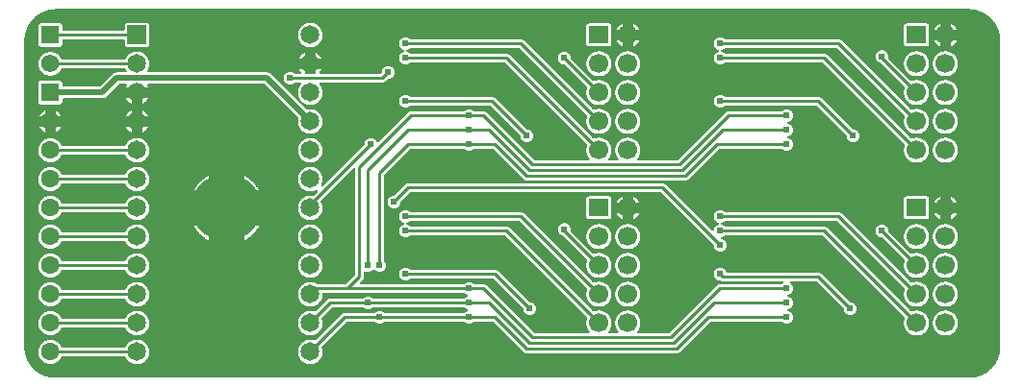
<source format=gbl>
G04 Layer: BottomLayer*
G04 EasyEDA v6.3.39, 2020-04-21T17:53:27+02:00*
G04 2b193ae985c243da8a3a613e667a09fd,91cc4837159741479c5be70faa949f3f,10*
G04 Gerber Generator version 0.2*
G04 Scale: 100 percent, Rotated: No, Reflected: No *
G04 Dimensions in millimeters *
G04 leading zeros omitted , absolute positions ,3 integer and 3 decimal *
%FSLAX33Y33*%
%MOMM*%
G90*
G71D02*

%ADD10C,0.254000*%
%ADD11C,0.499999*%
%ADD13C,0.609600*%
%ADD14C,5.999988*%
%ADD15C,1.651000*%
%ADD16R,1.651000X1.651000*%
%ADD17R,1.574800X1.574800*%
%ADD18C,1.574800*%
%ADD19R,1.699997X1.524000*%
%ADD20C,1.699997*%
%ADD21C,1.599997*%
%ADD22R,1.599997X1.599997*%

%LPD*%
G36*
G01X83360Y32763D02*
G01X2999Y32763D01*
G01X2924Y32762D01*
G01X2848Y32759D01*
G01X2773Y32754D01*
G01X2697Y32746D01*
G01X2622Y32737D01*
G01X2548Y32725D01*
G01X2473Y32712D01*
G01X2399Y32696D01*
G01X2326Y32679D01*
G01X2253Y32659D01*
G01X2180Y32638D01*
G01X2109Y32614D01*
G01X2038Y32589D01*
G01X1967Y32561D01*
G01X1897Y32532D01*
G01X1828Y32500D01*
G01X1761Y32467D01*
G01X1694Y32432D01*
G01X1628Y32395D01*
G01X1563Y32357D01*
G01X1499Y32316D01*
G01X1436Y32274D01*
G01X1375Y32230D01*
G01X1314Y32184D01*
G01X1255Y32137D01*
G01X1198Y32088D01*
G01X1141Y32038D01*
G01X1087Y31986D01*
G01X1033Y31932D01*
G01X981Y31878D01*
G01X931Y31821D01*
G01X882Y31764D01*
G01X835Y31705D01*
G01X789Y31644D01*
G01X745Y31583D01*
G01X703Y31520D01*
G01X662Y31456D01*
G01X624Y31391D01*
G01X587Y31325D01*
G01X552Y31258D01*
G01X519Y31191D01*
G01X487Y31122D01*
G01X458Y31052D01*
G01X430Y30981D01*
G01X405Y30910D01*
G01X381Y30839D01*
G01X360Y30766D01*
G01X340Y30693D01*
G01X323Y30620D01*
G01X307Y30546D01*
G01X294Y30471D01*
G01X282Y30397D01*
G01X273Y30322D01*
G01X265Y30246D01*
G01X260Y30171D01*
G01X257Y30095D01*
G01X256Y30020D01*
G01X256Y2999D01*
G01X257Y2924D01*
G01X260Y2848D01*
G01X265Y2773D01*
G01X273Y2697D01*
G01X282Y2622D01*
G01X294Y2548D01*
G01X307Y2473D01*
G01X323Y2399D01*
G01X340Y2326D01*
G01X360Y2253D01*
G01X381Y2180D01*
G01X405Y2109D01*
G01X430Y2038D01*
G01X458Y1967D01*
G01X487Y1897D01*
G01X519Y1828D01*
G01X552Y1761D01*
G01X587Y1694D01*
G01X624Y1628D01*
G01X662Y1563D01*
G01X703Y1499D01*
G01X745Y1436D01*
G01X789Y1375D01*
G01X835Y1314D01*
G01X882Y1255D01*
G01X931Y1198D01*
G01X981Y1141D01*
G01X1033Y1087D01*
G01X1087Y1033D01*
G01X1141Y981D01*
G01X1198Y931D01*
G01X1255Y882D01*
G01X1314Y835D01*
G01X1375Y789D01*
G01X1436Y745D01*
G01X1499Y703D01*
G01X1563Y662D01*
G01X1628Y624D01*
G01X1694Y587D01*
G01X1761Y552D01*
G01X1828Y519D01*
G01X1897Y487D01*
G01X1967Y458D01*
G01X2038Y430D01*
G01X2109Y405D01*
G01X2180Y381D01*
G01X2253Y360D01*
G01X2326Y340D01*
G01X2399Y323D01*
G01X2473Y307D01*
G01X2548Y294D01*
G01X2622Y282D01*
G01X2697Y273D01*
G01X2773Y265D01*
G01X2848Y260D01*
G01X2924Y257D01*
G01X2999Y256D01*
G01X83360Y256D01*
G01X83435Y257D01*
G01X83511Y260D01*
G01X83586Y265D01*
G01X83662Y273D01*
G01X83737Y282D01*
G01X83811Y294D01*
G01X83886Y307D01*
G01X83960Y323D01*
G01X84033Y340D01*
G01X84106Y360D01*
G01X84179Y381D01*
G01X84250Y405D01*
G01X84321Y430D01*
G01X84392Y458D01*
G01X84462Y487D01*
G01X84531Y519D01*
G01X84598Y552D01*
G01X84665Y587D01*
G01X84731Y624D01*
G01X84796Y662D01*
G01X84860Y703D01*
G01X84923Y745D01*
G01X84984Y789D01*
G01X85045Y835D01*
G01X85104Y882D01*
G01X85161Y931D01*
G01X85218Y981D01*
G01X85272Y1033D01*
G01X85326Y1087D01*
G01X85378Y1141D01*
G01X85428Y1198D01*
G01X85477Y1255D01*
G01X85524Y1314D01*
G01X85570Y1375D01*
G01X85614Y1436D01*
G01X85656Y1499D01*
G01X85697Y1563D01*
G01X85735Y1628D01*
G01X85772Y1694D01*
G01X85807Y1761D01*
G01X85840Y1829D01*
G01X85872Y1897D01*
G01X85901Y1967D01*
G01X85929Y2038D01*
G01X85954Y2109D01*
G01X85978Y2180D01*
G01X85999Y2253D01*
G01X86019Y2326D01*
G01X86036Y2399D01*
G01X86052Y2473D01*
G01X86065Y2548D01*
G01X86077Y2622D01*
G01X86086Y2697D01*
G01X86094Y2773D01*
G01X86099Y2848D01*
G01X86102Y2924D01*
G01X86103Y2999D01*
G01X86103Y30020D01*
G01X86102Y30095D01*
G01X86099Y30171D01*
G01X86094Y30246D01*
G01X86086Y30322D01*
G01X86077Y30397D01*
G01X86065Y30471D01*
G01X86052Y30546D01*
G01X86036Y30620D01*
G01X86019Y30693D01*
G01X85999Y30766D01*
G01X85978Y30839D01*
G01X85954Y30910D01*
G01X85929Y30981D01*
G01X85901Y31052D01*
G01X85872Y31122D01*
G01X85840Y31191D01*
G01X85807Y31258D01*
G01X85772Y31325D01*
G01X85735Y31391D01*
G01X85697Y31456D01*
G01X85656Y31520D01*
G01X85614Y31583D01*
G01X85570Y31644D01*
G01X85524Y31705D01*
G01X85477Y31764D01*
G01X85428Y31821D01*
G01X85378Y31878D01*
G01X85326Y31932D01*
G01X85272Y31986D01*
G01X85218Y32038D01*
G01X85161Y32088D01*
G01X85104Y32137D01*
G01X85045Y32184D01*
G01X84984Y32230D01*
G01X84923Y32274D01*
G01X84860Y32316D01*
G01X84796Y32357D01*
G01X84731Y32395D01*
G01X84665Y32432D01*
G01X84598Y32467D01*
G01X84531Y32500D01*
G01X84462Y32532D01*
G01X84392Y32561D01*
G01X84321Y32589D01*
G01X84250Y32614D01*
G01X84179Y32638D01*
G01X84106Y32659D01*
G01X84033Y32679D01*
G01X83960Y32696D01*
G01X83886Y32712D01*
G01X83811Y32725D01*
G01X83737Y32737D01*
G01X83662Y32746D01*
G01X83586Y32754D01*
G01X83511Y32759D01*
G01X83435Y32762D01*
G01X83360Y32763D01*
G37*

%LPC*%
G36*
G01X10207Y3621D02*
G01X10160Y3622D01*
G01X10112Y3621D01*
G01X10064Y3617D01*
G01X10017Y3612D01*
G01X9970Y3605D01*
G01X9922Y3595D01*
G01X9876Y3584D01*
G01X9830Y3570D01*
G01X9785Y3554D01*
G01X9740Y3537D01*
G01X9697Y3518D01*
G01X9654Y3496D01*
G01X9612Y3473D01*
G01X9572Y3448D01*
G01X9532Y3421D01*
G01X9494Y3392D01*
G01X9457Y3362D01*
G01X9421Y3330D01*
G01X9387Y3297D01*
G01X9354Y3262D01*
G01X9323Y3226D01*
G01X9294Y3188D01*
G01X9266Y3150D01*
G01X9240Y3109D01*
G01X9216Y3068D01*
G01X9193Y3026D01*
G01X9172Y2983D01*
G01X9166Y2970D01*
G01X9157Y2959D01*
G01X9147Y2948D01*
G01X9135Y2939D01*
G01X9122Y2932D01*
G01X9108Y2927D01*
G01X9094Y2924D01*
G01X9080Y2923D01*
G01X3591Y2923D01*
G01X3577Y2924D01*
G01X3563Y2927D01*
G01X3549Y2932D01*
G01X3536Y2939D01*
G01X3525Y2948D01*
G01X3514Y2958D01*
G01X3506Y2969D01*
G01X3499Y2982D01*
G01X3478Y3025D01*
G01X3454Y3067D01*
G01X3430Y3108D01*
G01X3403Y3149D01*
G01X3374Y3187D01*
G01X3344Y3225D01*
G01X3312Y3260D01*
G01X3278Y3295D01*
G01X3243Y3328D01*
G01X3207Y3359D01*
G01X3168Y3388D01*
G01X3129Y3416D01*
G01X3089Y3442D01*
G01X3047Y3466D01*
G01X3004Y3488D01*
G01X2961Y3509D01*
G01X2916Y3527D01*
G01X2871Y3543D01*
G01X2824Y3557D01*
G01X2778Y3569D01*
G01X2731Y3578D01*
G01X2683Y3586D01*
G01X2636Y3592D01*
G01X2588Y3595D01*
G01X2540Y3596D01*
G01X2492Y3595D01*
G01X2445Y3592D01*
G01X2398Y3586D01*
G01X2351Y3579D01*
G01X2304Y3570D01*
G01X2259Y3558D01*
G01X2213Y3544D01*
G01X2168Y3529D01*
G01X2124Y3511D01*
G01X2081Y3491D01*
G01X2039Y3470D01*
G01X1997Y3446D01*
G01X1957Y3421D01*
G01X1919Y3394D01*
G01X1881Y3366D01*
G01X1845Y3335D01*
G01X1810Y3303D01*
G01X1776Y3269D01*
G01X1744Y3234D01*
G01X1713Y3198D01*
G01X1685Y3160D01*
G01X1658Y3122D01*
G01X1633Y3082D01*
G01X1609Y3040D01*
G01X1588Y2998D01*
G01X1568Y2955D01*
G01X1550Y2911D01*
G01X1535Y2866D01*
G01X1521Y2820D01*
G01X1509Y2775D01*
G01X1500Y2728D01*
G01X1493Y2681D01*
G01X1487Y2634D01*
G01X1484Y2587D01*
G01X1483Y2540D01*
G01X1484Y2492D01*
G01X1487Y2445D01*
G01X1493Y2398D01*
G01X1500Y2351D01*
G01X1509Y2304D01*
G01X1521Y2259D01*
G01X1535Y2213D01*
G01X1550Y2168D01*
G01X1568Y2124D01*
G01X1588Y2081D01*
G01X1609Y2039D01*
G01X1633Y1997D01*
G01X1658Y1957D01*
G01X1685Y1919D01*
G01X1713Y1881D01*
G01X1744Y1845D01*
G01X1776Y1810D01*
G01X1810Y1776D01*
G01X1845Y1744D01*
G01X1881Y1713D01*
G01X1919Y1685D01*
G01X1957Y1658D01*
G01X1997Y1633D01*
G01X2039Y1609D01*
G01X2081Y1588D01*
G01X2124Y1568D01*
G01X2168Y1550D01*
G01X2213Y1535D01*
G01X2259Y1521D01*
G01X2304Y1509D01*
G01X2351Y1500D01*
G01X2398Y1493D01*
G01X2445Y1487D01*
G01X2492Y1484D01*
G01X2540Y1483D01*
G01X2588Y1484D01*
G01X2636Y1487D01*
G01X2683Y1493D01*
G01X2731Y1501D01*
G01X2778Y1510D01*
G01X2824Y1522D01*
G01X2871Y1536D01*
G01X2916Y1552D01*
G01X2961Y1570D01*
G01X3004Y1591D01*
G01X3047Y1613D01*
G01X3089Y1637D01*
G01X3129Y1663D01*
G01X3168Y1691D01*
G01X3207Y1720D01*
G01X3243Y1751D01*
G01X3278Y1784D01*
G01X3312Y1819D01*
G01X3344Y1854D01*
G01X3374Y1892D01*
G01X3403Y1930D01*
G01X3430Y1971D01*
G01X3454Y2012D01*
G01X3478Y2054D01*
G01X3499Y2097D01*
G01X3506Y2110D01*
G01X3514Y2121D01*
G01X3525Y2131D01*
G01X3536Y2140D01*
G01X3549Y2147D01*
G01X3563Y2152D01*
G01X3577Y2155D01*
G01X3591Y2156D01*
G01X9080Y2156D01*
G01X9094Y2155D01*
G01X9108Y2152D01*
G01X9122Y2147D01*
G01X9135Y2140D01*
G01X9147Y2131D01*
G01X9157Y2120D01*
G01X9166Y2109D01*
G01X9172Y2096D01*
G01X9193Y2053D01*
G01X9216Y2011D01*
G01X9240Y1970D01*
G01X9266Y1929D01*
G01X9294Y1891D01*
G01X9323Y1853D01*
G01X9354Y1817D01*
G01X9387Y1782D01*
G01X9421Y1749D01*
G01X9457Y1717D01*
G01X9494Y1687D01*
G01X9532Y1658D01*
G01X9572Y1631D01*
G01X9612Y1606D01*
G01X9654Y1583D01*
G01X9697Y1561D01*
G01X9740Y1542D01*
G01X9785Y1525D01*
G01X9830Y1509D01*
G01X9876Y1495D01*
G01X9922Y1484D01*
G01X9970Y1474D01*
G01X10017Y1467D01*
G01X10064Y1462D01*
G01X10112Y1458D01*
G01X10160Y1457D01*
G01X10207Y1458D01*
G01X10254Y1462D01*
G01X10301Y1467D01*
G01X10347Y1474D01*
G01X10394Y1483D01*
G01X10439Y1495D01*
G01X10485Y1508D01*
G01X10530Y1522D01*
G01X10574Y1540D01*
G01X10617Y1559D01*
G01X10659Y1580D01*
G01X10701Y1602D01*
G01X10741Y1627D01*
G01X10780Y1653D01*
G01X10818Y1681D01*
G01X10855Y1710D01*
G01X10891Y1742D01*
G01X10925Y1774D01*
G01X10957Y1808D01*
G01X10989Y1844D01*
G01X11018Y1881D01*
G01X11046Y1919D01*
G01X11072Y1958D01*
G01X11097Y1998D01*
G01X11119Y2040D01*
G01X11140Y2082D01*
G01X11159Y2125D01*
G01X11177Y2169D01*
G01X11191Y2214D01*
G01X11204Y2260D01*
G01X11216Y2305D01*
G01X11225Y2352D01*
G01X11232Y2398D01*
G01X11237Y2445D01*
G01X11241Y2492D01*
G01X11242Y2540D01*
G01X11241Y2587D01*
G01X11237Y2634D01*
G01X11232Y2681D01*
G01X11225Y2727D01*
G01X11216Y2774D01*
G01X11204Y2819D01*
G01X11191Y2865D01*
G01X11177Y2910D01*
G01X11159Y2954D01*
G01X11140Y2997D01*
G01X11119Y3039D01*
G01X11097Y3081D01*
G01X11072Y3121D01*
G01X11046Y3160D01*
G01X11018Y3198D01*
G01X10989Y3235D01*
G01X10957Y3271D01*
G01X10925Y3305D01*
G01X10891Y3337D01*
G01X10855Y3369D01*
G01X10818Y3398D01*
G01X10780Y3426D01*
G01X10741Y3452D01*
G01X10701Y3477D01*
G01X10659Y3499D01*
G01X10617Y3520D01*
G01X10574Y3539D01*
G01X10530Y3557D01*
G01X10485Y3571D01*
G01X10439Y3584D01*
G01X10394Y3596D01*
G01X10347Y3605D01*
G01X10301Y3612D01*
G01X10254Y3617D01*
G01X10207Y3621D01*
G37*
G36*
G01X33817Y30278D02*
G01X33782Y30279D01*
G01X33747Y30278D01*
G01X33714Y30275D01*
G01X33680Y30270D01*
G01X33647Y30263D01*
G01X33614Y30253D01*
G01X33582Y30242D01*
G01X33551Y30230D01*
G01X33520Y30214D01*
G01X33491Y30198D01*
G01X33462Y30179D01*
G01X33436Y30159D01*
G01X33409Y30138D01*
G01X33361Y30090D01*
G01X33340Y30063D01*
G01X33320Y30037D01*
G01X33301Y30008D01*
G01X33285Y29979D01*
G01X33269Y29948D01*
G01X33257Y29917D01*
G01X33246Y29885D01*
G01X33236Y29852D01*
G01X33229Y29819D01*
G01X33224Y29785D01*
G01X33221Y29752D01*
G01X33220Y29718D01*
G01X33221Y29683D01*
G01X33224Y29649D01*
G01X33229Y29615D01*
G01X33237Y29582D01*
G01X33246Y29549D01*
G01X33257Y29517D01*
G01X33270Y29485D01*
G01X33286Y29454D01*
G01X33302Y29425D01*
G01X33321Y29396D01*
G01X33342Y29369D01*
G01X33363Y29343D01*
G01X33387Y29318D01*
G01X33412Y29295D01*
G01X33439Y29273D01*
G01X33467Y29253D01*
G01X33495Y29234D01*
G01X33525Y29218D01*
G01X33556Y29203D01*
G01X33588Y29191D01*
G01X33620Y29180D01*
G01X33634Y29174D01*
G01X33646Y29168D01*
G01X33658Y29159D01*
G01X33668Y29149D01*
G01X33677Y29137D01*
G01X33683Y29125D01*
G01X33689Y29111D01*
G01X33692Y29097D01*
G01X33693Y29083D01*
G01X33692Y29068D01*
G01X33689Y29054D01*
G01X33683Y29040D01*
G01X33677Y29028D01*
G01X33668Y29016D01*
G01X33658Y29006D01*
G01X33646Y28997D01*
G01X33634Y28991D01*
G01X33620Y28985D01*
G01X33588Y28974D01*
G01X33556Y28962D01*
G01X33525Y28947D01*
G01X33495Y28931D01*
G01X33467Y28912D01*
G01X33439Y28892D01*
G01X33412Y28870D01*
G01X33387Y28847D01*
G01X33363Y28822D01*
G01X33342Y28796D01*
G01X33321Y28769D01*
G01X33302Y28740D01*
G01X33286Y28711D01*
G01X33270Y28680D01*
G01X33257Y28648D01*
G01X33246Y28616D01*
G01X33237Y28583D01*
G01X33229Y28550D01*
G01X33224Y28516D01*
G01X33221Y28482D01*
G01X33220Y28448D01*
G01X33221Y28413D01*
G01X33224Y28380D01*
G01X33229Y28346D01*
G01X33236Y28313D01*
G01X33246Y28280D01*
G01X33257Y28248D01*
G01X33269Y28217D01*
G01X33285Y28186D01*
G01X33301Y28157D01*
G01X33320Y28128D01*
G01X33340Y28102D01*
G01X33361Y28075D01*
G01X33409Y28027D01*
G01X33436Y28006D01*
G01X33462Y27986D01*
G01X33491Y27967D01*
G01X33520Y27951D01*
G01X33551Y27935D01*
G01X33582Y27923D01*
G01X33614Y27912D01*
G01X33647Y27902D01*
G01X33680Y27895D01*
G01X33714Y27890D01*
G01X33747Y27887D01*
G01X33782Y27886D01*
G01X33817Y27887D01*
G01X33852Y27891D01*
G01X33886Y27896D01*
G01X33920Y27903D01*
G01X33954Y27913D01*
G01X33987Y27925D01*
G01X34019Y27939D01*
G01X34051Y27955D01*
G01X34081Y27973D01*
G01X34110Y27992D01*
G01X34138Y28014D01*
G01X34164Y28037D01*
G01X34176Y28046D01*
G01X34189Y28054D01*
G01X34203Y28059D01*
G01X34218Y28063D01*
G01X34233Y28064D01*
G01X42470Y28064D01*
G01X42487Y28063D01*
G01X42502Y28059D01*
G01X42517Y28053D01*
G01X42530Y28045D01*
G01X42542Y28034D01*
G01X49746Y20831D01*
G01X49757Y20818D01*
G01X49765Y20805D01*
G01X49771Y20790D01*
G01X49774Y20775D01*
G01X49776Y20758D01*
G01X49774Y20740D01*
G01X49769Y20722D01*
G01X49751Y20674D01*
G01X49736Y20624D01*
G01X49723Y20575D01*
G01X49712Y20524D01*
G01X49704Y20473D01*
G01X49698Y20422D01*
G01X49695Y20371D01*
G01X49693Y20320D01*
G01X49694Y20271D01*
G01X49698Y20222D01*
G01X49703Y20173D01*
G01X49710Y20125D01*
G01X49720Y20077D01*
G01X49732Y20029D01*
G01X49746Y19983D01*
G01X49762Y19936D01*
G01X49779Y19891D01*
G01X49800Y19846D01*
G01X49822Y19802D01*
G01X49845Y19760D01*
G01X49871Y19718D01*
G01X49898Y19678D01*
G01X49928Y19638D01*
G01X49959Y19601D01*
G01X49967Y19589D01*
G01X49974Y19576D01*
G01X49979Y19563D01*
G01X49982Y19549D01*
G01X49983Y19535D01*
G01X49982Y19520D01*
G01X49979Y19506D01*
G01X49973Y19492D01*
G01X49967Y19480D01*
G01X49958Y19468D01*
G01X49948Y19458D01*
G01X49936Y19449D01*
G01X49924Y19442D01*
G01X49910Y19437D01*
G01X49896Y19434D01*
G01X49881Y19433D01*
G01X45159Y19433D01*
G01X45142Y19434D01*
G01X45127Y19438D01*
G01X45112Y19444D01*
G01X45099Y19452D01*
G01X45087Y19463D01*
G01X40911Y23639D01*
G01X40888Y23659D01*
G01X40865Y23678D01*
G01X40840Y23695D01*
G01X40814Y23709D01*
G01X40786Y23722D01*
G01X40758Y23732D01*
G01X40729Y23740D01*
G01X40699Y23746D01*
G01X40669Y23750D01*
G01X40640Y23751D01*
G01X39821Y23751D01*
G01X39806Y23752D01*
G01X39791Y23756D01*
G01X39777Y23761D01*
G01X39764Y23769D01*
G01X39752Y23778D01*
G01X39726Y23801D01*
G01X39698Y23823D01*
G01X39669Y23842D01*
G01X39639Y23860D01*
G01X39607Y23876D01*
G01X39575Y23890D01*
G01X39542Y23902D01*
G01X39508Y23912D01*
G01X39474Y23919D01*
G01X39440Y23924D01*
G01X39405Y23928D01*
G01X39370Y23929D01*
G01X39334Y23928D01*
G01X39299Y23924D01*
G01X39265Y23919D01*
G01X39231Y23912D01*
G01X39197Y23902D01*
G01X39164Y23890D01*
G01X39132Y23876D01*
G01X39100Y23860D01*
G01X39070Y23842D01*
G01X39041Y23823D01*
G01X39013Y23801D01*
G01X38987Y23778D01*
G01X38975Y23769D01*
G01X38962Y23761D01*
G01X38948Y23756D01*
G01X38933Y23752D01*
G01X38918Y23751D01*
G01X34290Y23751D01*
G01X34260Y23750D01*
G01X34230Y23746D01*
G01X34200Y23740D01*
G01X34171Y23732D01*
G01X34143Y23722D01*
G01X34115Y23709D01*
G01X34089Y23695D01*
G01X34064Y23678D01*
G01X34041Y23659D01*
G01X34018Y23639D01*
G01X31409Y21030D01*
G01X31397Y21019D01*
G01X31383Y21011D01*
G01X31369Y21005D01*
G01X31353Y21001D01*
G01X31337Y21000D01*
G01X31323Y21001D01*
G01X31309Y21004D01*
G01X31295Y21009D01*
G01X31282Y21016D01*
G01X31270Y21025D01*
G01X31260Y21035D01*
G01X31252Y21046D01*
G01X31245Y21059D01*
G01X31230Y21090D01*
G01X31213Y21119D01*
G01X31195Y21148D01*
G01X31174Y21174D01*
G01X31153Y21201D01*
G01X31130Y21225D01*
G01X31105Y21248D01*
G01X31079Y21270D01*
G01X31052Y21290D01*
G01X31023Y21308D01*
G01X30994Y21325D01*
G01X30963Y21340D01*
G01X30932Y21353D01*
G01X30868Y21373D01*
G01X30835Y21380D01*
G01X30801Y21385D01*
G01X30768Y21388D01*
G01X30734Y21389D01*
G01X30699Y21388D01*
G01X30665Y21385D01*
G01X30631Y21379D01*
G01X30597Y21372D01*
G01X30564Y21362D01*
G01X30531Y21351D01*
G01X30499Y21338D01*
G01X30469Y21322D01*
G01X30439Y21305D01*
G01X30410Y21286D01*
G01X30382Y21265D01*
G01X30356Y21243D01*
G01X30332Y21219D01*
G01X30308Y21194D01*
G01X30286Y21167D01*
G01X30267Y21139D01*
G01X30248Y21110D01*
G01X30232Y21079D01*
G01X30217Y21048D01*
G01X30205Y21016D01*
G01X30194Y20983D01*
G01X30186Y20950D01*
G01X30179Y20916D01*
G01X30175Y20882D01*
G01X30173Y20847D01*
G01X30171Y20833D01*
G01X30167Y20818D01*
G01X30161Y20804D01*
G01X30153Y20791D01*
G01X30143Y20779D01*
G01X26518Y17154D01*
G01X26505Y17143D01*
G01X26492Y17135D01*
G01X26477Y17129D01*
G01X26461Y17125D01*
G01X26445Y17124D01*
G01X26431Y17125D01*
G01X26417Y17128D01*
G01X26403Y17133D01*
G01X26391Y17140D01*
G01X26379Y17149D01*
G01X26369Y17159D01*
G01X26360Y17171D01*
G01X26353Y17184D01*
G01X26348Y17197D01*
G01X26345Y17211D01*
G01X26344Y17226D01*
G01X26345Y17242D01*
G01X26349Y17258D01*
G01X26356Y17273D01*
G01X26377Y17316D01*
G01X26397Y17360D01*
G01X26414Y17404D01*
G01X26430Y17450D01*
G01X26443Y17496D01*
G01X26455Y17542D01*
G01X26465Y17589D01*
G01X26472Y17636D01*
G01X26477Y17684D01*
G01X26481Y17732D01*
G01X26482Y17780D01*
G01X26481Y17827D01*
G01X26477Y17874D01*
G01X26472Y17921D01*
G01X26465Y17967D01*
G01X26456Y18014D01*
G01X26444Y18059D01*
G01X26431Y18105D01*
G01X26417Y18150D01*
G01X26399Y18194D01*
G01X26380Y18237D01*
G01X26359Y18279D01*
G01X26337Y18321D01*
G01X26312Y18361D01*
G01X26286Y18400D01*
G01X26258Y18438D01*
G01X26229Y18475D01*
G01X26197Y18511D01*
G01X26165Y18545D01*
G01X26131Y18577D01*
G01X26095Y18609D01*
G01X26058Y18638D01*
G01X26020Y18666D01*
G01X25981Y18692D01*
G01X25941Y18717D01*
G01X25899Y18739D01*
G01X25857Y18760D01*
G01X25814Y18779D01*
G01X25770Y18797D01*
G01X25725Y18811D01*
G01X25679Y18824D01*
G01X25634Y18836D01*
G01X25587Y18845D01*
G01X25541Y18852D01*
G01X25494Y18857D01*
G01X25447Y18861D01*
G01X25400Y18862D01*
G01X25352Y18861D01*
G01X25305Y18857D01*
G01X25258Y18852D01*
G01X25212Y18845D01*
G01X25165Y18836D01*
G01X25120Y18824D01*
G01X25074Y18811D01*
G01X25029Y18797D01*
G01X24985Y18779D01*
G01X24942Y18760D01*
G01X24900Y18739D01*
G01X24858Y18717D01*
G01X24818Y18692D01*
G01X24779Y18666D01*
G01X24741Y18638D01*
G01X24704Y18609D01*
G01X24668Y18577D01*
G01X24634Y18545D01*
G01X24602Y18511D01*
G01X24570Y18475D01*
G01X24541Y18438D01*
G01X24513Y18400D01*
G01X24487Y18361D01*
G01X24462Y18321D01*
G01X24440Y18279D01*
G01X24419Y18237D01*
G01X24400Y18194D01*
G01X24382Y18150D01*
G01X24368Y18105D01*
G01X24355Y18059D01*
G01X24343Y18014D01*
G01X24334Y17967D01*
G01X24327Y17921D01*
G01X24322Y17874D01*
G01X24318Y17827D01*
G01X24317Y17780D01*
G01X24318Y17732D01*
G01X24322Y17685D01*
G01X24327Y17638D01*
G01X24334Y17592D01*
G01X24343Y17545D01*
G01X24355Y17500D01*
G01X24368Y17454D01*
G01X24382Y17409D01*
G01X24400Y17365D01*
G01X24419Y17322D01*
G01X24440Y17280D01*
G01X24462Y17238D01*
G01X24487Y17198D01*
G01X24513Y17159D01*
G01X24541Y17121D01*
G01X24570Y17084D01*
G01X24602Y17048D01*
G01X24634Y17014D01*
G01X24668Y16982D01*
G01X24704Y16950D01*
G01X24741Y16921D01*
G01X24779Y16893D01*
G01X24818Y16867D01*
G01X24858Y16842D01*
G01X24900Y16820D01*
G01X24942Y16799D01*
G01X24985Y16780D01*
G01X25029Y16762D01*
G01X25074Y16748D01*
G01X25120Y16735D01*
G01X25165Y16723D01*
G01X25212Y16714D01*
G01X25258Y16707D01*
G01X25305Y16702D01*
G01X25352Y16698D01*
G01X25400Y16697D01*
G01X25447Y16698D01*
G01X25495Y16702D01*
G01X25543Y16707D01*
G01X25590Y16714D01*
G01X25637Y16724D01*
G01X25683Y16736D01*
G01X25729Y16749D01*
G01X25775Y16765D01*
G01X25819Y16782D01*
G01X25863Y16802D01*
G01X25906Y16823D01*
G01X25921Y16830D01*
G01X25937Y16834D01*
G01X25953Y16835D01*
G01X25968Y16834D01*
G01X25982Y16831D01*
G01X25995Y16826D01*
G01X26008Y16819D01*
G01X26020Y16810D01*
G01X26030Y16800D01*
G01X26039Y16788D01*
G01X26046Y16776D01*
G01X26051Y16762D01*
G01X26054Y16748D01*
G01X26055Y16734D01*
G01X26054Y16718D01*
G01X26050Y16702D01*
G01X26044Y16687D01*
G01X26036Y16674D01*
G01X26025Y16661D01*
G01X25694Y16330D01*
G01X25681Y16320D01*
G01X25668Y16311D01*
G01X25654Y16305D01*
G01X25638Y16302D01*
G01X25622Y16300D01*
G01X25603Y16302D01*
G01X25552Y16311D01*
G01X25502Y16316D01*
G01X25451Y16321D01*
G01X25400Y16322D01*
G01X25352Y16321D01*
G01X25305Y16317D01*
G01X25258Y16312D01*
G01X25212Y16305D01*
G01X25165Y16296D01*
G01X25120Y16284D01*
G01X25074Y16271D01*
G01X25029Y16257D01*
G01X24985Y16239D01*
G01X24942Y16220D01*
G01X24900Y16199D01*
G01X24858Y16177D01*
G01X24818Y16152D01*
G01X24779Y16126D01*
G01X24741Y16098D01*
G01X24704Y16069D01*
G01X24668Y16037D01*
G01X24634Y16005D01*
G01X24602Y15971D01*
G01X24570Y15935D01*
G01X24541Y15898D01*
G01X24513Y15860D01*
G01X24487Y15821D01*
G01X24462Y15781D01*
G01X24440Y15739D01*
G01X24419Y15697D01*
G01X24400Y15654D01*
G01X24382Y15610D01*
G01X24368Y15565D01*
G01X24355Y15519D01*
G01X24343Y15474D01*
G01X24334Y15427D01*
G01X24327Y15381D01*
G01X24322Y15334D01*
G01X24318Y15287D01*
G01X24317Y15240D01*
G01X24318Y15192D01*
G01X24322Y15145D01*
G01X24327Y15098D01*
G01X24334Y15052D01*
G01X24343Y15005D01*
G01X24355Y14960D01*
G01X24368Y14914D01*
G01X24382Y14869D01*
G01X24400Y14825D01*
G01X24419Y14782D01*
G01X24440Y14740D01*
G01X24462Y14698D01*
G01X24487Y14658D01*
G01X24513Y14619D01*
G01X24541Y14581D01*
G01X24570Y14544D01*
G01X24602Y14508D01*
G01X24634Y14474D01*
G01X24668Y14442D01*
G01X24704Y14410D01*
G01X24741Y14381D01*
G01X24779Y14353D01*
G01X24818Y14327D01*
G01X24858Y14302D01*
G01X24900Y14280D01*
G01X24942Y14259D01*
G01X24985Y14240D01*
G01X25029Y14222D01*
G01X25074Y14208D01*
G01X25120Y14195D01*
G01X25165Y14183D01*
G01X25212Y14174D01*
G01X25258Y14167D01*
G01X25305Y14162D01*
G01X25352Y14158D01*
G01X25400Y14157D01*
G01X25447Y14158D01*
G01X25494Y14162D01*
G01X25541Y14167D01*
G01X25587Y14174D01*
G01X25634Y14183D01*
G01X25679Y14195D01*
G01X25725Y14208D01*
G01X25770Y14222D01*
G01X25814Y14240D01*
G01X25857Y14259D01*
G01X25899Y14280D01*
G01X25941Y14302D01*
G01X25981Y14327D01*
G01X26020Y14353D01*
G01X26058Y14381D01*
G01X26095Y14410D01*
G01X26131Y14442D01*
G01X26165Y14474D01*
G01X26197Y14508D01*
G01X26229Y14544D01*
G01X26258Y14581D01*
G01X26286Y14619D01*
G01X26312Y14658D01*
G01X26337Y14698D01*
G01X26359Y14740D01*
G01X26380Y14782D01*
G01X26399Y14825D01*
G01X26417Y14869D01*
G01X26431Y14914D01*
G01X26444Y14960D01*
G01X26456Y15005D01*
G01X26465Y15052D01*
G01X26472Y15098D01*
G01X26477Y15145D01*
G01X26481Y15192D01*
G01X26482Y15240D01*
G01X26481Y15287D01*
G01X26477Y15334D01*
G01X26472Y15381D01*
G01X26465Y15427D01*
G01X26456Y15474D01*
G01X26444Y15520D01*
G01X26431Y15565D01*
G01X26416Y15610D01*
G01X26399Y15654D01*
G01X26380Y15697D01*
G01X26359Y15740D01*
G01X26336Y15781D01*
G01X26329Y15797D01*
G01X26324Y15815D01*
G01X26323Y15832D01*
G01X26324Y15848D01*
G01X26328Y15863D01*
G01X26334Y15878D01*
G01X26342Y15892D01*
G01X26353Y15904D01*
G01X29161Y18712D01*
G01X29172Y18722D01*
G01X29186Y18731D01*
G01X29201Y18737D01*
G01X29217Y18741D01*
G01X29232Y18742D01*
G01X29247Y18741D01*
G01X29261Y18738D01*
G01X29275Y18733D01*
G01X29287Y18726D01*
G01X29299Y18717D01*
G01X29309Y18707D01*
G01X29318Y18695D01*
G01X29325Y18683D01*
G01X29330Y18669D01*
G01X29333Y18655D01*
G01X29334Y18640D01*
G01X29334Y9342D01*
G01X29333Y9326D01*
G01X29329Y9311D01*
G01X29323Y9296D01*
G01X29315Y9282D01*
G01X29304Y9270D01*
G01X28575Y8541D01*
G01X28563Y8530D01*
G01X28549Y8522D01*
G01X28534Y8516D01*
G01X28519Y8512D01*
G01X28503Y8511D01*
G01X26044Y8511D01*
G01X26029Y8512D01*
G01X26015Y8515D01*
G01X26001Y8520D01*
G01X25988Y8527D01*
G01X25948Y8553D01*
G01X25905Y8576D01*
G01X25863Y8597D01*
G01X25819Y8617D01*
G01X25774Y8634D01*
G01X25729Y8650D01*
G01X25683Y8663D01*
G01X25637Y8675D01*
G01X25590Y8685D01*
G01X25543Y8692D01*
G01X25495Y8697D01*
G01X25447Y8701D01*
G01X25400Y8702D01*
G01X25352Y8701D01*
G01X25305Y8697D01*
G01X25258Y8692D01*
G01X25212Y8685D01*
G01X25165Y8676D01*
G01X25120Y8664D01*
G01X25074Y8651D01*
G01X25029Y8637D01*
G01X24985Y8619D01*
G01X24942Y8600D01*
G01X24900Y8579D01*
G01X24858Y8557D01*
G01X24818Y8532D01*
G01X24779Y8506D01*
G01X24741Y8478D01*
G01X24704Y8449D01*
G01X24668Y8417D01*
G01X24634Y8385D01*
G01X24602Y8351D01*
G01X24570Y8315D01*
G01X24541Y8278D01*
G01X24513Y8240D01*
G01X24487Y8201D01*
G01X24462Y8161D01*
G01X24440Y8119D01*
G01X24419Y8077D01*
G01X24400Y8034D01*
G01X24382Y7990D01*
G01X24368Y7945D01*
G01X24355Y7899D01*
G01X24343Y7854D01*
G01X24334Y7807D01*
G01X24327Y7761D01*
G01X24322Y7714D01*
G01X24318Y7667D01*
G01X24317Y7620D01*
G01X24318Y7572D01*
G01X24322Y7525D01*
G01X24327Y7478D01*
G01X24334Y7432D01*
G01X24343Y7385D01*
G01X24355Y7340D01*
G01X24368Y7294D01*
G01X24382Y7249D01*
G01X24400Y7205D01*
G01X24419Y7162D01*
G01X24440Y7120D01*
G01X24462Y7078D01*
G01X24487Y7038D01*
G01X24513Y6999D01*
G01X24541Y6961D01*
G01X24570Y6924D01*
G01X24602Y6888D01*
G01X24634Y6854D01*
G01X24668Y6822D01*
G01X24704Y6790D01*
G01X24741Y6761D01*
G01X24779Y6733D01*
G01X24818Y6707D01*
G01X24858Y6682D01*
G01X24900Y6660D01*
G01X24942Y6639D01*
G01X24985Y6620D01*
G01X25029Y6602D01*
G01X25074Y6588D01*
G01X25120Y6575D01*
G01X25165Y6563D01*
G01X25212Y6554D01*
G01X25258Y6547D01*
G01X25305Y6542D01*
G01X25352Y6538D01*
G01X25400Y6537D01*
G01X25447Y6538D01*
G01X25494Y6542D01*
G01X25541Y6547D01*
G01X25587Y6554D01*
G01X25634Y6563D01*
G01X25679Y6575D01*
G01X25725Y6588D01*
G01X25770Y6602D01*
G01X25814Y6620D01*
G01X25857Y6639D01*
G01X25899Y6660D01*
G01X25941Y6682D01*
G01X25981Y6707D01*
G01X26020Y6733D01*
G01X26058Y6761D01*
G01X26095Y6790D01*
G01X26131Y6822D01*
G01X26165Y6854D01*
G01X26197Y6888D01*
G01X26229Y6924D01*
G01X26258Y6961D01*
G01X26286Y6999D01*
G01X26312Y7038D01*
G01X26337Y7078D01*
G01X26359Y7120D01*
G01X26380Y7162D01*
G01X26399Y7205D01*
G01X26417Y7249D01*
G01X26431Y7294D01*
G01X26444Y7340D01*
G01X26456Y7385D01*
G01X26465Y7432D01*
G01X26472Y7478D01*
G01X26477Y7525D01*
G01X26481Y7572D01*
G01X26482Y7620D01*
G01X26482Y7642D01*
G01X26483Y7657D01*
G01X26486Y7671D01*
G01X26491Y7685D01*
G01X26497Y7697D01*
G01X26506Y7709D01*
G01X26517Y7719D01*
G01X26528Y7728D01*
G01X26540Y7735D01*
G01X26554Y7740D01*
G01X26568Y7743D01*
G01X26583Y7744D01*
G01X38918Y7744D01*
G01X38933Y7743D01*
G01X38948Y7739D01*
G01X38962Y7734D01*
G01X38975Y7726D01*
G01X38987Y7717D01*
G01X39014Y7693D01*
G01X39044Y7670D01*
G01X39074Y7650D01*
G01X39106Y7632D01*
G01X39139Y7615D01*
G01X39173Y7602D01*
G01X39208Y7590D01*
G01X39222Y7584D01*
G01X39234Y7578D01*
G01X39246Y7569D01*
G01X39256Y7559D01*
G01X39265Y7547D01*
G01X39271Y7535D01*
G01X39277Y7521D01*
G01X39280Y7507D01*
G01X39281Y7493D01*
G01X39280Y7478D01*
G01X39277Y7464D01*
G01X39271Y7450D01*
G01X39265Y7438D01*
G01X39256Y7426D01*
G01X39246Y7416D01*
G01X39234Y7407D01*
G01X39222Y7401D01*
G01X39208Y7395D01*
G01X39173Y7383D01*
G01X39139Y7370D01*
G01X39106Y7353D01*
G01X39074Y7335D01*
G01X39044Y7315D01*
G01X39014Y7292D01*
G01X38987Y7268D01*
G01X38975Y7259D01*
G01X38962Y7251D01*
G01X38948Y7246D01*
G01X38933Y7242D01*
G01X38918Y7241D01*
G01X30931Y7241D01*
G01X30916Y7242D01*
G01X30901Y7246D01*
G01X30887Y7251D01*
G01X30874Y7259D01*
G01X30862Y7268D01*
G01X30836Y7291D01*
G01X30808Y7313D01*
G01X30779Y7332D01*
G01X30749Y7350D01*
G01X30717Y7366D01*
G01X30685Y7380D01*
G01X30652Y7392D01*
G01X30618Y7402D01*
G01X30584Y7409D01*
G01X30550Y7414D01*
G01X30515Y7418D01*
G01X30480Y7419D01*
G01X30444Y7418D01*
G01X30409Y7414D01*
G01X30375Y7409D01*
G01X30341Y7402D01*
G01X30307Y7392D01*
G01X30274Y7380D01*
G01X30242Y7366D01*
G01X30210Y7350D01*
G01X30180Y7332D01*
G01X30151Y7313D01*
G01X30123Y7291D01*
G01X30097Y7268D01*
G01X30085Y7259D01*
G01X30072Y7251D01*
G01X30058Y7246D01*
G01X30043Y7242D01*
G01X30028Y7241D01*
G01X27178Y7241D01*
G01X27148Y7240D01*
G01X27118Y7236D01*
G01X27088Y7230D01*
G01X27059Y7222D01*
G01X27031Y7212D01*
G01X27003Y7199D01*
G01X26977Y7185D01*
G01X26952Y7168D01*
G01X26929Y7149D01*
G01X26906Y7129D01*
G01X25892Y6114D01*
G01X25880Y6104D01*
G01X25866Y6096D01*
G01X25851Y6089D01*
G01X25836Y6086D01*
G01X25820Y6084D01*
G01X25801Y6086D01*
G01X25784Y6091D01*
G01X25737Y6107D01*
G01X25691Y6122D01*
G01X25643Y6134D01*
G01X25595Y6144D01*
G01X25546Y6151D01*
G01X25498Y6157D01*
G01X25449Y6161D01*
G01X25400Y6162D01*
G01X25352Y6161D01*
G01X25305Y6157D01*
G01X25258Y6152D01*
G01X25212Y6145D01*
G01X25165Y6136D01*
G01X25120Y6124D01*
G01X25074Y6111D01*
G01X25029Y6097D01*
G01X24985Y6079D01*
G01X24942Y6060D01*
G01X24900Y6039D01*
G01X24858Y6017D01*
G01X24818Y5992D01*
G01X24779Y5966D01*
G01X24741Y5938D01*
G01X24704Y5909D01*
G01X24668Y5877D01*
G01X24634Y5845D01*
G01X24602Y5811D01*
G01X24570Y5775D01*
G01X24541Y5738D01*
G01X24513Y5700D01*
G01X24487Y5661D01*
G01X24462Y5621D01*
G01X24440Y5579D01*
G01X24419Y5537D01*
G01X24400Y5494D01*
G01X24382Y5450D01*
G01X24368Y5405D01*
G01X24355Y5359D01*
G01X24343Y5314D01*
G01X24334Y5267D01*
G01X24327Y5221D01*
G01X24322Y5174D01*
G01X24318Y5127D01*
G01X24317Y5080D01*
G01X24318Y5032D01*
G01X24322Y4985D01*
G01X24327Y4938D01*
G01X24334Y4892D01*
G01X24343Y4845D01*
G01X24355Y4800D01*
G01X24368Y4754D01*
G01X24382Y4709D01*
G01X24400Y4665D01*
G01X24419Y4622D01*
G01X24440Y4580D01*
G01X24462Y4538D01*
G01X24487Y4498D01*
G01X24513Y4459D01*
G01X24541Y4421D01*
G01X24570Y4384D01*
G01X24602Y4348D01*
G01X24634Y4314D01*
G01X24668Y4282D01*
G01X24704Y4250D01*
G01X24741Y4221D01*
G01X24779Y4193D01*
G01X24818Y4167D01*
G01X24858Y4142D01*
G01X24900Y4120D01*
G01X24942Y4099D01*
G01X24985Y4080D01*
G01X25029Y4062D01*
G01X25074Y4048D01*
G01X25120Y4035D01*
G01X25165Y4023D01*
G01X25212Y4014D01*
G01X25258Y4007D01*
G01X25305Y4002D01*
G01X25352Y3998D01*
G01X25400Y3997D01*
G01X25447Y3998D01*
G01X25494Y4002D01*
G01X25541Y4007D01*
G01X25587Y4014D01*
G01X25634Y4023D01*
G01X25679Y4035D01*
G01X25725Y4048D01*
G01X25770Y4062D01*
G01X25814Y4080D01*
G01X25857Y4099D01*
G01X25899Y4120D01*
G01X25941Y4142D01*
G01X25981Y4167D01*
G01X26020Y4193D01*
G01X26058Y4221D01*
G01X26095Y4250D01*
G01X26131Y4282D01*
G01X26165Y4314D01*
G01X26197Y4348D01*
G01X26229Y4384D01*
G01X26258Y4421D01*
G01X26286Y4459D01*
G01X26312Y4498D01*
G01X26337Y4538D01*
G01X26359Y4580D01*
G01X26380Y4622D01*
G01X26399Y4665D01*
G01X26417Y4709D01*
G01X26431Y4754D01*
G01X26444Y4800D01*
G01X26456Y4845D01*
G01X26465Y4892D01*
G01X26472Y4938D01*
G01X26477Y4985D01*
G01X26481Y5032D01*
G01X26482Y5080D01*
G01X26481Y5129D01*
G01X26477Y5178D01*
G01X26471Y5226D01*
G01X26464Y5275D01*
G01X26454Y5323D01*
G01X26442Y5371D01*
G01X26427Y5417D01*
G01X26411Y5464D01*
G01X26406Y5481D01*
G01X26404Y5500D01*
G01X26406Y5516D01*
G01X26409Y5531D01*
G01X26416Y5546D01*
G01X26424Y5560D01*
G01X26434Y5572D01*
G01X27307Y6444D01*
G01X27319Y6455D01*
G01X27332Y6463D01*
G01X27347Y6469D01*
G01X27362Y6473D01*
G01X27379Y6474D01*
G01X30028Y6474D01*
G01X30043Y6473D01*
G01X30058Y6469D01*
G01X30072Y6464D01*
G01X30085Y6456D01*
G01X30097Y6447D01*
G01X30123Y6424D01*
G01X30151Y6402D01*
G01X30180Y6383D01*
G01X30210Y6365D01*
G01X30242Y6349D01*
G01X30274Y6335D01*
G01X30307Y6323D01*
G01X30341Y6313D01*
G01X30375Y6306D01*
G01X30409Y6301D01*
G01X30444Y6297D01*
G01X30480Y6296D01*
G01X30515Y6297D01*
G01X30550Y6301D01*
G01X30584Y6306D01*
G01X30618Y6313D01*
G01X30652Y6323D01*
G01X30685Y6335D01*
G01X30717Y6349D01*
G01X30749Y6365D01*
G01X30779Y6383D01*
G01X30808Y6402D01*
G01X30836Y6424D01*
G01X30862Y6447D01*
G01X30874Y6456D01*
G01X30887Y6464D01*
G01X30901Y6469D01*
G01X30916Y6473D01*
G01X30931Y6474D01*
G01X38918Y6474D01*
G01X38933Y6473D01*
G01X38948Y6469D01*
G01X38962Y6464D01*
G01X38975Y6456D01*
G01X38987Y6447D01*
G01X39014Y6423D01*
G01X39044Y6400D01*
G01X39074Y6380D01*
G01X39106Y6362D01*
G01X39139Y6345D01*
G01X39173Y6332D01*
G01X39208Y6320D01*
G01X39222Y6314D01*
G01X39234Y6308D01*
G01X39246Y6299D01*
G01X39256Y6289D01*
G01X39265Y6277D01*
G01X39271Y6265D01*
G01X39277Y6251D01*
G01X39280Y6237D01*
G01X39281Y6223D01*
G01X39280Y6208D01*
G01X39277Y6194D01*
G01X39271Y6180D01*
G01X39265Y6168D01*
G01X39256Y6156D01*
G01X39246Y6146D01*
G01X39234Y6137D01*
G01X39222Y6131D01*
G01X39208Y6125D01*
G01X39173Y6113D01*
G01X39139Y6100D01*
G01X39106Y6083D01*
G01X39074Y6065D01*
G01X39044Y6045D01*
G01X39014Y6022D01*
G01X38987Y5998D01*
G01X38975Y5989D01*
G01X38962Y5981D01*
G01X38948Y5976D01*
G01X38933Y5972D01*
G01X38918Y5971D01*
G01X31947Y5971D01*
G01X31932Y5972D01*
G01X31917Y5976D01*
G01X31903Y5981D01*
G01X31890Y5989D01*
G01X31878Y5998D01*
G01X31852Y6021D01*
G01X31824Y6043D01*
G01X31795Y6062D01*
G01X31765Y6080D01*
G01X31733Y6096D01*
G01X31701Y6110D01*
G01X31668Y6122D01*
G01X31634Y6132D01*
G01X31600Y6139D01*
G01X31566Y6144D01*
G01X31531Y6148D01*
G01X31496Y6149D01*
G01X31460Y6148D01*
G01X31425Y6144D01*
G01X31391Y6139D01*
G01X31357Y6132D01*
G01X31323Y6122D01*
G01X31290Y6110D01*
G01X31258Y6096D01*
G01X31226Y6080D01*
G01X31196Y6062D01*
G01X31167Y6043D01*
G01X31139Y6021D01*
G01X31113Y5998D01*
G01X31101Y5989D01*
G01X31088Y5981D01*
G01X31074Y5976D01*
G01X31059Y5972D01*
G01X31044Y5971D01*
G01X28448Y5971D01*
G01X28418Y5970D01*
G01X28388Y5966D01*
G01X28358Y5960D01*
G01X28329Y5952D01*
G01X28301Y5942D01*
G01X28273Y5929D01*
G01X28247Y5915D01*
G01X28222Y5898D01*
G01X28199Y5879D01*
G01X28176Y5859D01*
G01X25892Y3574D01*
G01X25880Y3564D01*
G01X25866Y3556D01*
G01X25851Y3549D01*
G01X25836Y3546D01*
G01X25820Y3544D01*
G01X25801Y3546D01*
G01X25784Y3551D01*
G01X25737Y3567D01*
G01X25691Y3582D01*
G01X25643Y3594D01*
G01X25595Y3604D01*
G01X25546Y3611D01*
G01X25498Y3617D01*
G01X25449Y3621D01*
G01X25400Y3622D01*
G01X25352Y3621D01*
G01X25305Y3617D01*
G01X25258Y3612D01*
G01X25212Y3605D01*
G01X25165Y3596D01*
G01X25120Y3584D01*
G01X25074Y3571D01*
G01X25029Y3557D01*
G01X24985Y3539D01*
G01X24942Y3520D01*
G01X24900Y3499D01*
G01X24858Y3477D01*
G01X24818Y3452D01*
G01X24779Y3426D01*
G01X24741Y3398D01*
G01X24704Y3369D01*
G01X24668Y3337D01*
G01X24634Y3305D01*
G01X24602Y3271D01*
G01X24570Y3235D01*
G01X24541Y3198D01*
G01X24513Y3160D01*
G01X24487Y3121D01*
G01X24462Y3081D01*
G01X24440Y3039D01*
G01X24419Y2997D01*
G01X24400Y2954D01*
G01X24382Y2910D01*
G01X24368Y2865D01*
G01X24355Y2819D01*
G01X24343Y2774D01*
G01X24334Y2727D01*
G01X24327Y2681D01*
G01X24322Y2634D01*
G01X24318Y2587D01*
G01X24317Y2540D01*
G01X24318Y2492D01*
G01X24322Y2445D01*
G01X24327Y2398D01*
G01X24334Y2352D01*
G01X24343Y2305D01*
G01X24355Y2260D01*
G01X24368Y2214D01*
G01X24382Y2169D01*
G01X24400Y2125D01*
G01X24419Y2082D01*
G01X24440Y2040D01*
G01X24462Y1998D01*
G01X24487Y1958D01*
G01X24513Y1919D01*
G01X24541Y1881D01*
G01X24570Y1844D01*
G01X24602Y1808D01*
G01X24634Y1774D01*
G01X24668Y1742D01*
G01X24704Y1710D01*
G01X24741Y1681D01*
G01X24779Y1653D01*
G01X24818Y1627D01*
G01X24858Y1602D01*
G01X24900Y1580D01*
G01X24942Y1559D01*
G01X24985Y1540D01*
G01X25029Y1522D01*
G01X25074Y1508D01*
G01X25120Y1495D01*
G01X25165Y1483D01*
G01X25212Y1474D01*
G01X25258Y1467D01*
G01X25305Y1462D01*
G01X25352Y1458D01*
G01X25400Y1457D01*
G01X25447Y1458D01*
G01X25494Y1462D01*
G01X25541Y1467D01*
G01X25587Y1474D01*
G01X25634Y1483D01*
G01X25679Y1495D01*
G01X25725Y1508D01*
G01X25770Y1522D01*
G01X25814Y1540D01*
G01X25857Y1559D01*
G01X25899Y1580D01*
G01X25941Y1602D01*
G01X25981Y1627D01*
G01X26020Y1653D01*
G01X26058Y1681D01*
G01X26095Y1710D01*
G01X26131Y1742D01*
G01X26165Y1774D01*
G01X26197Y1808D01*
G01X26229Y1844D01*
G01X26258Y1881D01*
G01X26286Y1919D01*
G01X26312Y1958D01*
G01X26337Y1998D01*
G01X26359Y2040D01*
G01X26380Y2082D01*
G01X26399Y2125D01*
G01X26417Y2169D01*
G01X26431Y2214D01*
G01X26444Y2260D01*
G01X26456Y2305D01*
G01X26465Y2352D01*
G01X26472Y2398D01*
G01X26477Y2445D01*
G01X26481Y2492D01*
G01X26482Y2540D01*
G01X26481Y2589D01*
G01X26477Y2638D01*
G01X26471Y2686D01*
G01X26464Y2735D01*
G01X26454Y2783D01*
G01X26442Y2831D01*
G01X26427Y2877D01*
G01X26411Y2924D01*
G01X26406Y2941D01*
G01X26404Y2960D01*
G01X26406Y2976D01*
G01X26409Y2991D01*
G01X26416Y3006D01*
G01X26424Y3020D01*
G01X26434Y3032D01*
G01X28577Y5174D01*
G01X28589Y5185D01*
G01X28602Y5193D01*
G01X28617Y5199D01*
G01X28632Y5203D01*
G01X28649Y5204D01*
G01X31044Y5204D01*
G01X31059Y5203D01*
G01X31074Y5199D01*
G01X31088Y5194D01*
G01X31101Y5186D01*
G01X31113Y5177D01*
G01X31139Y5154D01*
G01X31167Y5132D01*
G01X31196Y5113D01*
G01X31226Y5095D01*
G01X31258Y5079D01*
G01X31290Y5065D01*
G01X31323Y5053D01*
G01X31357Y5043D01*
G01X31391Y5036D01*
G01X31425Y5031D01*
G01X31460Y5027D01*
G01X31496Y5026D01*
G01X31531Y5027D01*
G01X31566Y5031D01*
G01X31600Y5036D01*
G01X31634Y5043D01*
G01X31668Y5053D01*
G01X31701Y5065D01*
G01X31733Y5079D01*
G01X31765Y5095D01*
G01X31795Y5113D01*
G01X31824Y5132D01*
G01X31852Y5154D01*
G01X31878Y5177D01*
G01X31890Y5186D01*
G01X31903Y5194D01*
G01X31917Y5199D01*
G01X31932Y5203D01*
G01X31947Y5204D01*
G01X38918Y5204D01*
G01X38933Y5203D01*
G01X38948Y5199D01*
G01X38962Y5194D01*
G01X38975Y5186D01*
G01X38987Y5177D01*
G01X39013Y5154D01*
G01X39041Y5132D01*
G01X39070Y5113D01*
G01X39100Y5095D01*
G01X39132Y5079D01*
G01X39164Y5065D01*
G01X39197Y5053D01*
G01X39231Y5043D01*
G01X39265Y5036D01*
G01X39299Y5031D01*
G01X39334Y5027D01*
G01X39370Y5026D01*
G01X39405Y5027D01*
G01X39440Y5031D01*
G01X39474Y5036D01*
G01X39508Y5043D01*
G01X39542Y5053D01*
G01X39575Y5065D01*
G01X39607Y5079D01*
G01X39639Y5095D01*
G01X39669Y5113D01*
G01X39698Y5132D01*
G01X39726Y5154D01*
G01X39752Y5177D01*
G01X39764Y5186D01*
G01X39777Y5194D01*
G01X39791Y5199D01*
G01X39806Y5203D01*
G01X39821Y5204D01*
G01X41454Y5204D01*
G01X41471Y5203D01*
G01X41486Y5199D01*
G01X41501Y5193D01*
G01X41514Y5185D01*
G01X41526Y5174D01*
G01X44178Y2522D01*
G01X44201Y2502D01*
G01X44224Y2483D01*
G01X44249Y2466D01*
G01X44275Y2452D01*
G01X44303Y2439D01*
G01X44331Y2429D01*
G01X44360Y2421D01*
G01X44390Y2415D01*
G01X44420Y2411D01*
G01X44450Y2410D01*
G01X57658Y2410D01*
G01X57687Y2411D01*
G01X57717Y2415D01*
G01X57747Y2421D01*
G01X57776Y2429D01*
G01X57804Y2439D01*
G01X57832Y2452D01*
G01X57858Y2466D01*
G01X57883Y2483D01*
G01X57906Y2502D01*
G01X57929Y2522D01*
G01X60581Y5174D01*
G01X60593Y5185D01*
G01X60606Y5193D01*
G01X60621Y5199D01*
G01X60636Y5203D01*
G01X60653Y5204D01*
G01X66858Y5204D01*
G01X66873Y5203D01*
G01X66888Y5199D01*
G01X66902Y5194D01*
G01X66915Y5186D01*
G01X66927Y5177D01*
G01X66953Y5154D01*
G01X66981Y5132D01*
G01X67010Y5113D01*
G01X67040Y5095D01*
G01X67072Y5079D01*
G01X67104Y5065D01*
G01X67137Y5053D01*
G01X67171Y5043D01*
G01X67205Y5036D01*
G01X67239Y5031D01*
G01X67274Y5027D01*
G01X67310Y5026D01*
G01X67344Y5027D01*
G01X67377Y5030D01*
G01X67411Y5035D01*
G01X67444Y5042D01*
G01X67477Y5052D01*
G01X67509Y5063D01*
G01X67540Y5075D01*
G01X67571Y5091D01*
G01X67600Y5107D01*
G01X67629Y5126D01*
G01X67655Y5146D01*
G01X67682Y5167D01*
G01X67730Y5215D01*
G01X67751Y5242D01*
G01X67771Y5268D01*
G01X67790Y5297D01*
G01X67806Y5326D01*
G01X67822Y5357D01*
G01X67834Y5388D01*
G01X67845Y5420D01*
G01X67855Y5453D01*
G01X67862Y5486D01*
G01X67867Y5520D01*
G01X67870Y5553D01*
G01X67871Y5588D01*
G01X67870Y5622D01*
G01X67867Y5656D01*
G01X67862Y5690D01*
G01X67854Y5723D01*
G01X67845Y5756D01*
G01X67834Y5788D01*
G01X67821Y5820D01*
G01X67805Y5851D01*
G01X67789Y5880D01*
G01X67770Y5909D01*
G01X67749Y5936D01*
G01X67728Y5962D01*
G01X67704Y5987D01*
G01X67679Y6010D01*
G01X67652Y6032D01*
G01X67624Y6052D01*
G01X67596Y6071D01*
G01X67566Y6087D01*
G01X67535Y6102D01*
G01X67503Y6114D01*
G01X67471Y6125D01*
G01X67457Y6131D01*
G01X67445Y6137D01*
G01X67433Y6146D01*
G01X67423Y6156D01*
G01X67414Y6168D01*
G01X67408Y6180D01*
G01X67402Y6194D01*
G01X67399Y6208D01*
G01X67398Y6223D01*
G01X67399Y6237D01*
G01X67402Y6251D01*
G01X67408Y6265D01*
G01X67414Y6277D01*
G01X67423Y6289D01*
G01X67433Y6299D01*
G01X67445Y6308D01*
G01X67457Y6314D01*
G01X67471Y6320D01*
G01X67503Y6331D01*
G01X67535Y6343D01*
G01X67566Y6358D01*
G01X67596Y6374D01*
G01X67624Y6393D01*
G01X67652Y6413D01*
G01X67679Y6435D01*
G01X67704Y6458D01*
G01X67728Y6483D01*
G01X67749Y6509D01*
G01X67770Y6536D01*
G01X67789Y6565D01*
G01X67805Y6594D01*
G01X67821Y6625D01*
G01X67834Y6657D01*
G01X67845Y6689D01*
G01X67854Y6722D01*
G01X67862Y6755D01*
G01X67867Y6789D01*
G01X67870Y6823D01*
G01X67871Y6858D01*
G01X67870Y6892D01*
G01X67867Y6926D01*
G01X67862Y6960D01*
G01X67854Y6993D01*
G01X67845Y7026D01*
G01X67834Y7058D01*
G01X67821Y7090D01*
G01X67805Y7121D01*
G01X67789Y7150D01*
G01X67770Y7179D01*
G01X67749Y7206D01*
G01X67728Y7232D01*
G01X67704Y7257D01*
G01X67679Y7280D01*
G01X67652Y7302D01*
G01X67624Y7322D01*
G01X67596Y7341D01*
G01X67566Y7357D01*
G01X67535Y7372D01*
G01X67503Y7384D01*
G01X67471Y7395D01*
G01X67457Y7401D01*
G01X67445Y7407D01*
G01X67433Y7416D01*
G01X67423Y7426D01*
G01X67414Y7438D01*
G01X67408Y7450D01*
G01X67402Y7464D01*
G01X67399Y7478D01*
G01X67398Y7493D01*
G01X67399Y7507D01*
G01X67402Y7521D01*
G01X67408Y7535D01*
G01X67414Y7547D01*
G01X67423Y7559D01*
G01X67433Y7569D01*
G01X67445Y7578D01*
G01X67457Y7584D01*
G01X67471Y7590D01*
G01X67503Y7601D01*
G01X67535Y7613D01*
G01X67566Y7628D01*
G01X67596Y7644D01*
G01X67624Y7663D01*
G01X67652Y7683D01*
G01X67679Y7705D01*
G01X67704Y7728D01*
G01X67728Y7753D01*
G01X67749Y7779D01*
G01X67770Y7806D01*
G01X67789Y7835D01*
G01X67805Y7864D01*
G01X67821Y7895D01*
G01X67834Y7927D01*
G01X67845Y7959D01*
G01X67854Y7992D01*
G01X67862Y8025D01*
G01X67867Y8059D01*
G01X67870Y8093D01*
G01X67871Y8128D01*
G01X67870Y8162D01*
G01X67867Y8197D01*
G01X67861Y8231D01*
G01X67854Y8265D01*
G01X67844Y8299D01*
G01X67833Y8331D01*
G01X67819Y8363D01*
G01X67803Y8394D01*
G01X67786Y8424D01*
G01X67767Y8453D01*
G01X67746Y8481D01*
G01X67723Y8507D01*
G01X67699Y8532D01*
G01X67673Y8555D01*
G01X67646Y8577D01*
G01X67634Y8587D01*
G01X67624Y8599D01*
G01X67616Y8613D01*
G01X67610Y8627D01*
G01X67606Y8643D01*
G01X67605Y8658D01*
G01X67606Y8673D01*
G01X67609Y8687D01*
G01X67614Y8701D01*
G01X67621Y8713D01*
G01X67630Y8725D01*
G01X67640Y8735D01*
G01X67652Y8744D01*
G01X67665Y8751D01*
G01X67678Y8756D01*
G01X67692Y8759D01*
G01X67707Y8760D01*
G01X69902Y8760D01*
G01X69918Y8759D01*
G01X69934Y8755D01*
G01X69949Y8749D01*
G01X69962Y8741D01*
G01X69974Y8730D01*
G01X72307Y6398D01*
G01X72317Y6386D01*
G01X72325Y6373D01*
G01X72331Y6359D01*
G01X72335Y6344D01*
G01X72337Y6329D01*
G01X72339Y6295D01*
G01X72343Y6261D01*
G01X72350Y6227D01*
G01X72358Y6194D01*
G01X72369Y6161D01*
G01X72381Y6129D01*
G01X72396Y6098D01*
G01X72412Y6067D01*
G01X72431Y6038D01*
G01X72450Y6010D01*
G01X72472Y5983D01*
G01X72496Y5958D01*
G01X72521Y5934D01*
G01X72546Y5912D01*
G01X72574Y5891D01*
G01X72603Y5871D01*
G01X72633Y5855D01*
G01X72664Y5839D01*
G01X72695Y5826D01*
G01X72728Y5815D01*
G01X72761Y5805D01*
G01X72795Y5798D01*
G01X72829Y5792D01*
G01X72863Y5789D01*
G01X72898Y5788D01*
G01X72932Y5789D01*
G01X72965Y5792D01*
G01X72999Y5797D01*
G01X73032Y5804D01*
G01X73065Y5814D01*
G01X73097Y5825D01*
G01X73128Y5837D01*
G01X73159Y5853D01*
G01X73188Y5869D01*
G01X73217Y5888D01*
G01X73243Y5908D01*
G01X73270Y5929D01*
G01X73318Y5977D01*
G01X73339Y6004D01*
G01X73359Y6030D01*
G01X73378Y6059D01*
G01X73394Y6088D01*
G01X73410Y6119D01*
G01X73422Y6150D01*
G01X73433Y6182D01*
G01X73443Y6215D01*
G01X73450Y6248D01*
G01X73455Y6282D01*
G01X73458Y6315D01*
G01X73459Y6350D01*
G01X73458Y6384D01*
G01X73455Y6418D01*
G01X73449Y6452D01*
G01X73442Y6486D01*
G01X73432Y6519D01*
G01X73421Y6552D01*
G01X73408Y6584D01*
G01X73392Y6614D01*
G01X73375Y6644D01*
G01X73356Y6673D01*
G01X73335Y6701D01*
G01X73313Y6727D01*
G01X73289Y6751D01*
G01X73264Y6775D01*
G01X73237Y6797D01*
G01X73209Y6816D01*
G01X73179Y6835D01*
G01X73149Y6851D01*
G01X73118Y6866D01*
G01X73086Y6878D01*
G01X73053Y6889D01*
G01X73020Y6897D01*
G01X72986Y6904D01*
G01X72952Y6908D01*
G01X72917Y6910D01*
G01X72902Y6912D01*
G01X72887Y6916D01*
G01X72874Y6922D01*
G01X72860Y6930D01*
G01X72849Y6940D01*
G01X70375Y9415D01*
G01X70352Y9435D01*
G01X70329Y9454D01*
G01X70304Y9471D01*
G01X70278Y9485D01*
G01X70250Y9498D01*
G01X70222Y9508D01*
G01X70193Y9516D01*
G01X70163Y9522D01*
G01X70133Y9526D01*
G01X70104Y9527D01*
G01X62089Y9527D01*
G01X62074Y9528D01*
G01X62058Y9532D01*
G01X62044Y9537D01*
G01X62031Y9545D01*
G01X62019Y9555D01*
G01X62009Y9566D01*
G01X62000Y9579D01*
G01X61994Y9593D01*
G01X61981Y9625D01*
G01X61966Y9656D01*
G01X61950Y9686D01*
G01X61931Y9714D01*
G01X61911Y9741D01*
G01X61889Y9768D01*
G01X61866Y9793D01*
G01X61841Y9816D01*
G01X61815Y9838D01*
G01X61788Y9858D01*
G01X61759Y9877D01*
G01X61730Y9894D01*
G01X61699Y9909D01*
G01X61668Y9922D01*
G01X61635Y9933D01*
G01X61603Y9943D01*
G01X61569Y9950D01*
G01X61536Y9955D01*
G01X61502Y9958D01*
G01X61468Y9959D01*
G01X61433Y9958D01*
G01X61400Y9955D01*
G01X61366Y9950D01*
G01X61333Y9943D01*
G01X61300Y9933D01*
G01X61268Y9922D01*
G01X61237Y9910D01*
G01X61206Y9894D01*
G01X61177Y9878D01*
G01X61148Y9859D01*
G01X61122Y9839D01*
G01X61095Y9818D01*
G01X61047Y9770D01*
G01X61026Y9743D01*
G01X61006Y9717D01*
G01X60987Y9688D01*
G01X60971Y9659D01*
G01X60955Y9628D01*
G01X60943Y9597D01*
G01X60932Y9565D01*
G01X60922Y9532D01*
G01X60915Y9499D01*
G01X60910Y9465D01*
G01X60907Y9432D01*
G01X60906Y9398D01*
G01X60907Y9362D01*
G01X60911Y9327D01*
G01X60916Y9293D01*
G01X60923Y9259D01*
G01X60933Y9225D01*
G01X60945Y9192D01*
G01X60959Y9160D01*
G01X60975Y9129D01*
G01X60993Y9099D01*
G01X61012Y9069D01*
G01X61033Y9042D01*
G01X61057Y9015D01*
G01X61081Y8991D01*
G01X61107Y8967D01*
G01X61135Y8945D01*
G01X61163Y8926D01*
G01X61194Y8908D01*
G01X61225Y8892D01*
G01X61257Y8877D01*
G01X61289Y8865D01*
G01X61323Y8855D01*
G01X61357Y8847D01*
G01X61392Y8841D01*
G01X61426Y8838D01*
G01X61461Y8836D01*
G01X61480Y8834D01*
G01X61498Y8829D01*
G01X61515Y8820D01*
G01X61542Y8805D01*
G01X61570Y8791D01*
G01X61599Y8780D01*
G01X61629Y8771D01*
G01X61660Y8765D01*
G01X61691Y8761D01*
G01X61722Y8760D01*
G01X66912Y8760D01*
G01X66927Y8759D01*
G01X66941Y8756D01*
G01X66954Y8751D01*
G01X66967Y8744D01*
G01X66979Y8735D01*
G01X66989Y8725D01*
G01X66998Y8713D01*
G01X67005Y8701D01*
G01X67010Y8687D01*
G01X67013Y8673D01*
G01X67014Y8658D01*
G01X67013Y8643D01*
G01X67009Y8627D01*
G01X67003Y8613D01*
G01X66995Y8599D01*
G01X66985Y8587D01*
G01X66973Y8577D01*
G01X66927Y8538D01*
G01X66915Y8529D01*
G01X66902Y8521D01*
G01X66888Y8516D01*
G01X66873Y8512D01*
G01X66858Y8511D01*
G01X61468Y8511D01*
G01X61438Y8510D01*
G01X61408Y8506D01*
G01X61378Y8500D01*
G01X61349Y8492D01*
G01X61321Y8482D01*
G01X61293Y8469D01*
G01X61267Y8455D01*
G01X61242Y8438D01*
G01X61219Y8419D01*
G01X61196Y8399D01*
G01X57020Y4223D01*
G01X57008Y4212D01*
G01X56995Y4204D01*
G01X56980Y4198D01*
G01X56965Y4194D01*
G01X56948Y4193D01*
G01X54258Y4193D01*
G01X54244Y4194D01*
G01X54230Y4197D01*
G01X54216Y4202D01*
G01X54203Y4209D01*
G01X54192Y4218D01*
G01X54181Y4228D01*
G01X54173Y4240D01*
G01X54166Y4252D01*
G01X54161Y4266D01*
G01X54158Y4280D01*
G01X54157Y4295D01*
G01X54158Y4309D01*
G01X54160Y4323D01*
G01X54166Y4336D01*
G01X54173Y4349D01*
G01X54181Y4361D01*
G01X54212Y4398D01*
G01X54241Y4438D01*
G01X54269Y4478D01*
G01X54295Y4520D01*
G01X54318Y4562D01*
G01X54340Y4606D01*
G01X54360Y4651D01*
G01X54378Y4696D01*
G01X54394Y4743D01*
G01X54408Y4789D01*
G01X54420Y4837D01*
G01X54429Y4885D01*
G01X54437Y4933D01*
G01X54442Y4982D01*
G01X54445Y5031D01*
G01X54446Y5080D01*
G01X54445Y5128D01*
G01X54442Y5176D01*
G01X54437Y5224D01*
G01X54430Y5272D01*
G01X54420Y5319D01*
G01X54409Y5366D01*
G01X54395Y5412D01*
G01X54379Y5458D01*
G01X54362Y5503D01*
G01X54343Y5547D01*
G01X54321Y5591D01*
G01X54298Y5633D01*
G01X54273Y5674D01*
G01X54246Y5714D01*
G01X54218Y5753D01*
G01X54187Y5791D01*
G01X54155Y5827D01*
G01X54122Y5862D01*
G01X54087Y5895D01*
G01X54051Y5927D01*
G01X54014Y5957D01*
G01X53975Y5986D01*
G01X53934Y6013D01*
G01X53893Y6038D01*
G01X53851Y6061D01*
G01X53807Y6082D01*
G01X53763Y6102D01*
G01X53718Y6119D01*
G01X53673Y6135D01*
G01X53626Y6148D01*
G01X53579Y6160D01*
G01X53532Y6169D01*
G01X53484Y6177D01*
G01X53436Y6182D01*
G01X53388Y6185D01*
G01X53340Y6186D01*
G01X53291Y6185D01*
G01X53243Y6182D01*
G01X53195Y6177D01*
G01X53147Y6169D01*
G01X53100Y6160D01*
G01X53053Y6148D01*
G01X53007Y6135D01*
G01X52962Y6119D01*
G01X52916Y6102D01*
G01X52872Y6082D01*
G01X52829Y6061D01*
G01X52786Y6038D01*
G01X52745Y6013D01*
G01X52705Y5986D01*
G01X52666Y5957D01*
G01X52628Y5927D01*
G01X52592Y5895D01*
G01X52557Y5862D01*
G01X52524Y5827D01*
G01X52492Y5791D01*
G01X52462Y5753D01*
G01X52433Y5714D01*
G01X52406Y5674D01*
G01X52381Y5633D01*
G01X52358Y5591D01*
G01X52337Y5547D01*
G01X52317Y5503D01*
G01X52300Y5458D01*
G01X52284Y5412D01*
G01X52271Y5366D01*
G01X52259Y5319D01*
G01X52250Y5272D01*
G01X52243Y5224D01*
G01X52238Y5176D01*
G01X52234Y5128D01*
G01X52233Y5080D01*
G01X52234Y5031D01*
G01X52238Y4982D01*
G01X52243Y4933D01*
G01X52250Y4885D01*
G01X52260Y4837D01*
G01X52272Y4789D01*
G01X52286Y4743D01*
G01X52302Y4696D01*
G01X52319Y4651D01*
G01X52340Y4606D01*
G01X52362Y4562D01*
G01X52385Y4520D01*
G01X52411Y4478D01*
G01X52438Y4438D01*
G01X52468Y4398D01*
G01X52499Y4361D01*
G01X52507Y4349D01*
G01X52514Y4336D01*
G01X52519Y4323D01*
G01X52522Y4309D01*
G01X52523Y4295D01*
G01X52522Y4280D01*
G01X52519Y4266D01*
G01X52513Y4252D01*
G01X52507Y4240D01*
G01X52498Y4228D01*
G01X52488Y4218D01*
G01X52476Y4209D01*
G01X52464Y4202D01*
G01X52450Y4197D01*
G01X52436Y4194D01*
G01X52421Y4193D01*
G01X51718Y4193D01*
G01X51704Y4194D01*
G01X51690Y4197D01*
G01X51676Y4202D01*
G01X51663Y4209D01*
G01X51652Y4218D01*
G01X51641Y4228D01*
G01X51633Y4240D01*
G01X51626Y4252D01*
G01X51621Y4266D01*
G01X51618Y4280D01*
G01X51617Y4295D01*
G01X51618Y4309D01*
G01X51620Y4323D01*
G01X51626Y4336D01*
G01X51633Y4349D01*
G01X51641Y4361D01*
G01X51672Y4398D01*
G01X51701Y4438D01*
G01X51729Y4478D01*
G01X51755Y4520D01*
G01X51778Y4562D01*
G01X51800Y4606D01*
G01X51820Y4651D01*
G01X51838Y4696D01*
G01X51854Y4743D01*
G01X51868Y4789D01*
G01X51880Y4837D01*
G01X51889Y4885D01*
G01X51897Y4933D01*
G01X51902Y4982D01*
G01X51905Y5031D01*
G01X51906Y5080D01*
G01X51905Y5128D01*
G01X51902Y5176D01*
G01X51897Y5224D01*
G01X51890Y5272D01*
G01X51880Y5319D01*
G01X51869Y5366D01*
G01X51855Y5412D01*
G01X51839Y5458D01*
G01X51822Y5503D01*
G01X51803Y5547D01*
G01X51781Y5591D01*
G01X51758Y5633D01*
G01X51733Y5674D01*
G01X51706Y5714D01*
G01X51678Y5753D01*
G01X51647Y5791D01*
G01X51615Y5827D01*
G01X51582Y5862D01*
G01X51547Y5895D01*
G01X51511Y5927D01*
G01X51474Y5957D01*
G01X51435Y5986D01*
G01X51394Y6013D01*
G01X51353Y6038D01*
G01X51311Y6061D01*
G01X51267Y6082D01*
G01X51223Y6102D01*
G01X51178Y6119D01*
G01X51133Y6135D01*
G01X51086Y6148D01*
G01X51039Y6160D01*
G01X50992Y6169D01*
G01X50944Y6177D01*
G01X50896Y6182D01*
G01X50848Y6185D01*
G01X50800Y6186D01*
G01X50748Y6185D01*
G01X50697Y6181D01*
G01X50646Y6175D01*
G01X50595Y6167D01*
G01X50544Y6156D01*
G01X50495Y6143D01*
G01X50445Y6128D01*
G01X50397Y6110D01*
G01X50379Y6105D01*
G01X50360Y6103D01*
G01X50344Y6105D01*
G01X50329Y6108D01*
G01X50314Y6114D01*
G01X50301Y6122D01*
G01X50288Y6133D01*
G01X42943Y13479D01*
G01X42920Y13499D01*
G01X42897Y13518D01*
G01X42872Y13535D01*
G01X42846Y13549D01*
G01X42818Y13562D01*
G01X42790Y13572D01*
G01X42761Y13580D01*
G01X42731Y13586D01*
G01X42701Y13590D01*
G01X42672Y13591D01*
G01X34233Y13591D01*
G01X34218Y13592D01*
G01X34203Y13596D01*
G01X34189Y13601D01*
G01X34176Y13609D01*
G01X34164Y13618D01*
G01X34137Y13642D01*
G01X34107Y13665D01*
G01X34077Y13685D01*
G01X34045Y13703D01*
G01X34012Y13720D01*
G01X33978Y13733D01*
G01X33943Y13745D01*
G01X33929Y13751D01*
G01X33917Y13757D01*
G01X33905Y13766D01*
G01X33895Y13776D01*
G01X33886Y13788D01*
G01X33880Y13800D01*
G01X33874Y13814D01*
G01X33871Y13828D01*
G01X33870Y13843D01*
G01X33871Y13857D01*
G01X33874Y13871D01*
G01X33880Y13885D01*
G01X33886Y13897D01*
G01X33895Y13909D01*
G01X33905Y13919D01*
G01X33917Y13928D01*
G01X33929Y13934D01*
G01X33943Y13940D01*
G01X33978Y13952D01*
G01X34012Y13965D01*
G01X34045Y13982D01*
G01X34077Y14000D01*
G01X34107Y14020D01*
G01X34137Y14043D01*
G01X34164Y14067D01*
G01X34176Y14076D01*
G01X34189Y14084D01*
G01X34203Y14089D01*
G01X34218Y14093D01*
G01X34233Y14094D01*
G01X43740Y14094D01*
G01X43756Y14093D01*
G01X43772Y14089D01*
G01X43787Y14083D01*
G01X43800Y14075D01*
G01X43812Y14064D01*
G01X49746Y8131D01*
G01X49757Y8118D01*
G01X49765Y8105D01*
G01X49771Y8090D01*
G01X49774Y8075D01*
G01X49776Y8058D01*
G01X49774Y8040D01*
G01X49769Y8022D01*
G01X49751Y7973D01*
G01X49736Y7924D01*
G01X49723Y7875D01*
G01X49712Y7824D01*
G01X49704Y7773D01*
G01X49698Y7722D01*
G01X49695Y7671D01*
G01X49693Y7620D01*
G01X49694Y7571D01*
G01X49698Y7523D01*
G01X49703Y7475D01*
G01X49710Y7427D01*
G01X49719Y7380D01*
G01X49731Y7333D01*
G01X49744Y7287D01*
G01X49760Y7241D01*
G01X49777Y7196D01*
G01X49797Y7152D01*
G01X49818Y7108D01*
G01X49841Y7066D01*
G01X49866Y7025D01*
G01X49893Y6985D01*
G01X49922Y6946D01*
G01X49952Y6908D01*
G01X49984Y6872D01*
G01X50017Y6837D01*
G01X50052Y6804D01*
G01X50088Y6772D01*
G01X50126Y6742D01*
G01X50165Y6713D01*
G01X50205Y6686D01*
G01X50246Y6661D01*
G01X50289Y6638D01*
G01X50332Y6617D01*
G01X50376Y6597D01*
G01X50422Y6580D01*
G01X50467Y6564D01*
G01X50513Y6551D01*
G01X50560Y6539D01*
G01X50607Y6530D01*
G01X50655Y6522D01*
G01X50703Y6517D01*
G01X50751Y6514D01*
G01X50800Y6513D01*
G01X50848Y6514D01*
G01X50896Y6517D01*
G01X50944Y6522D01*
G01X50992Y6530D01*
G01X51039Y6539D01*
G01X51086Y6551D01*
G01X51133Y6564D01*
G01X51178Y6580D01*
G01X51223Y6597D01*
G01X51267Y6617D01*
G01X51311Y6638D01*
G01X51353Y6661D01*
G01X51394Y6686D01*
G01X51435Y6713D01*
G01X51474Y6742D01*
G01X51511Y6772D01*
G01X51547Y6804D01*
G01X51582Y6837D01*
G01X51615Y6872D01*
G01X51647Y6908D01*
G01X51678Y6946D01*
G01X51706Y6985D01*
G01X51733Y7025D01*
G01X51758Y7066D01*
G01X51781Y7108D01*
G01X51803Y7152D01*
G01X51822Y7196D01*
G01X51839Y7241D01*
G01X51855Y7287D01*
G01X51869Y7333D01*
G01X51880Y7380D01*
G01X51890Y7427D01*
G01X51897Y7475D01*
G01X51902Y7523D01*
G01X51905Y7571D01*
G01X51906Y7620D01*
G01X51905Y7668D01*
G01X51902Y7716D01*
G01X51897Y7764D01*
G01X51890Y7812D01*
G01X51880Y7859D01*
G01X51869Y7906D01*
G01X51855Y7952D01*
G01X51839Y7998D01*
G01X51822Y8043D01*
G01X51803Y8087D01*
G01X51781Y8131D01*
G01X51758Y8173D01*
G01X51733Y8214D01*
G01X51706Y8254D01*
G01X51678Y8293D01*
G01X51647Y8331D01*
G01X51615Y8367D01*
G01X51582Y8402D01*
G01X51547Y8435D01*
G01X51511Y8467D01*
G01X51474Y8497D01*
G01X51435Y8526D01*
G01X51394Y8553D01*
G01X51353Y8578D01*
G01X51311Y8601D01*
G01X51267Y8622D01*
G01X51223Y8642D01*
G01X51178Y8659D01*
G01X51133Y8675D01*
G01X51086Y8688D01*
G01X51039Y8700D01*
G01X50992Y8709D01*
G01X50944Y8717D01*
G01X50896Y8722D01*
G01X50848Y8725D01*
G01X50800Y8726D01*
G01X50748Y8725D01*
G01X50697Y8721D01*
G01X50646Y8715D01*
G01X50595Y8707D01*
G01X50544Y8696D01*
G01X50495Y8683D01*
G01X50445Y8668D01*
G01X50397Y8650D01*
G01X50379Y8645D01*
G01X50360Y8643D01*
G01X50344Y8645D01*
G01X50329Y8648D01*
G01X50314Y8654D01*
G01X50301Y8662D01*
G01X50288Y8673D01*
G01X44213Y14749D01*
G01X44190Y14769D01*
G01X44167Y14788D01*
G01X44142Y14805D01*
G01X44116Y14819D01*
G01X44088Y14832D01*
G01X44060Y14842D01*
G01X44031Y14850D01*
G01X44001Y14856D01*
G01X43971Y14860D01*
G01X43942Y14861D01*
G01X34233Y14861D01*
G01X34218Y14862D01*
G01X34203Y14866D01*
G01X34189Y14871D01*
G01X34176Y14879D01*
G01X34164Y14888D01*
G01X34138Y14911D01*
G01X34110Y14933D01*
G01X34081Y14952D01*
G01X34051Y14970D01*
G01X34019Y14986D01*
G01X33987Y15000D01*
G01X33954Y15012D01*
G01X33920Y15022D01*
G01X33886Y15029D01*
G01X33852Y15034D01*
G01X33817Y15038D01*
G01X33782Y15039D01*
G01X33747Y15038D01*
G01X33714Y15035D01*
G01X33680Y15030D01*
G01X33647Y15023D01*
G01X33614Y15013D01*
G01X33582Y15002D01*
G01X33551Y14990D01*
G01X33520Y14974D01*
G01X33491Y14958D01*
G01X33462Y14939D01*
G01X33436Y14919D01*
G01X33409Y14898D01*
G01X33361Y14850D01*
G01X33340Y14823D01*
G01X33320Y14797D01*
G01X33301Y14768D01*
G01X33285Y14739D01*
G01X33269Y14708D01*
G01X33257Y14677D01*
G01X33246Y14645D01*
G01X33236Y14612D01*
G01X33229Y14579D01*
G01X33224Y14545D01*
G01X33221Y14512D01*
G01X33220Y14478D01*
G01X33221Y14443D01*
G01X33224Y14409D01*
G01X33229Y14375D01*
G01X33237Y14342D01*
G01X33246Y14309D01*
G01X33257Y14277D01*
G01X33270Y14245D01*
G01X33286Y14214D01*
G01X33302Y14185D01*
G01X33321Y14156D01*
G01X33342Y14129D01*
G01X33363Y14103D01*
G01X33387Y14078D01*
G01X33412Y14055D01*
G01X33439Y14033D01*
G01X33467Y14013D01*
G01X33495Y13994D01*
G01X33525Y13978D01*
G01X33556Y13963D01*
G01X33588Y13951D01*
G01X33620Y13940D01*
G01X33634Y13934D01*
G01X33646Y13928D01*
G01X33658Y13919D01*
G01X33668Y13909D01*
G01X33677Y13897D01*
G01X33683Y13885D01*
G01X33689Y13871D01*
G01X33692Y13857D01*
G01X33693Y13843D01*
G01X33692Y13828D01*
G01X33689Y13814D01*
G01X33683Y13800D01*
G01X33677Y13788D01*
G01X33668Y13776D01*
G01X33658Y13766D01*
G01X33646Y13757D01*
G01X33634Y13751D01*
G01X33620Y13745D01*
G01X33588Y13734D01*
G01X33556Y13722D01*
G01X33525Y13707D01*
G01X33495Y13691D01*
G01X33467Y13672D01*
G01X33439Y13652D01*
G01X33412Y13630D01*
G01X33387Y13607D01*
G01X33363Y13582D01*
G01X33342Y13556D01*
G01X33321Y13529D01*
G01X33302Y13500D01*
G01X33286Y13471D01*
G01X33270Y13440D01*
G01X33257Y13408D01*
G01X33246Y13376D01*
G01X33237Y13343D01*
G01X33229Y13310D01*
G01X33224Y13276D01*
G01X33221Y13242D01*
G01X33220Y13208D01*
G01X33221Y13173D01*
G01X33224Y13140D01*
G01X33229Y13106D01*
G01X33236Y13073D01*
G01X33246Y13040D01*
G01X33257Y13008D01*
G01X33269Y12977D01*
G01X33285Y12946D01*
G01X33301Y12917D01*
G01X33320Y12888D01*
G01X33340Y12862D01*
G01X33361Y12835D01*
G01X33409Y12787D01*
G01X33436Y12766D01*
G01X33462Y12746D01*
G01X33491Y12727D01*
G01X33520Y12711D01*
G01X33551Y12695D01*
G01X33582Y12683D01*
G01X33614Y12672D01*
G01X33647Y12662D01*
G01X33680Y12655D01*
G01X33714Y12650D01*
G01X33747Y12647D01*
G01X33782Y12646D01*
G01X33817Y12647D01*
G01X33852Y12651D01*
G01X33886Y12656D01*
G01X33920Y12663D01*
G01X33954Y12673D01*
G01X33987Y12685D01*
G01X34019Y12699D01*
G01X34051Y12715D01*
G01X34081Y12733D01*
G01X34110Y12752D01*
G01X34138Y12774D01*
G01X34164Y12797D01*
G01X34176Y12806D01*
G01X34189Y12814D01*
G01X34203Y12819D01*
G01X34218Y12823D01*
G01X34233Y12824D01*
G01X42470Y12824D01*
G01X42486Y12823D01*
G01X42502Y12819D01*
G01X42517Y12813D01*
G01X42530Y12805D01*
G01X42542Y12794D01*
G01X49746Y5591D01*
G01X49757Y5578D01*
G01X49765Y5565D01*
G01X49771Y5550D01*
G01X49774Y5535D01*
G01X49776Y5518D01*
G01X49774Y5500D01*
G01X49769Y5482D01*
G01X49751Y5433D01*
G01X49736Y5384D01*
G01X49723Y5335D01*
G01X49712Y5284D01*
G01X49704Y5233D01*
G01X49698Y5182D01*
G01X49695Y5131D01*
G01X49693Y5080D01*
G01X49694Y5031D01*
G01X49698Y4982D01*
G01X49703Y4933D01*
G01X49710Y4885D01*
G01X49720Y4837D01*
G01X49732Y4789D01*
G01X49746Y4743D01*
G01X49762Y4696D01*
G01X49779Y4651D01*
G01X49800Y4606D01*
G01X49822Y4562D01*
G01X49845Y4520D01*
G01X49871Y4478D01*
G01X49898Y4438D01*
G01X49928Y4398D01*
G01X49959Y4361D01*
G01X49967Y4349D01*
G01X49974Y4336D01*
G01X49979Y4323D01*
G01X49982Y4309D01*
G01X49983Y4295D01*
G01X49982Y4280D01*
G01X49979Y4266D01*
G01X49973Y4252D01*
G01X49967Y4240D01*
G01X49958Y4228D01*
G01X49948Y4218D01*
G01X49936Y4209D01*
G01X49924Y4202D01*
G01X49910Y4197D01*
G01X49896Y4194D01*
G01X49881Y4193D01*
G01X45159Y4193D01*
G01X45142Y4194D01*
G01X45127Y4198D01*
G01X45112Y4204D01*
G01X45099Y4212D01*
G01X45087Y4223D01*
G01X40911Y8399D01*
G01X40888Y8419D01*
G01X40865Y8438D01*
G01X40840Y8455D01*
G01X40814Y8469D01*
G01X40786Y8482D01*
G01X40758Y8492D01*
G01X40729Y8500D01*
G01X40699Y8506D01*
G01X40669Y8510D01*
G01X40640Y8511D01*
G01X39821Y8511D01*
G01X39806Y8512D01*
G01X39791Y8516D01*
G01X39777Y8521D01*
G01X39764Y8529D01*
G01X39752Y8538D01*
G01X39726Y8561D01*
G01X39698Y8583D01*
G01X39669Y8602D01*
G01X39639Y8620D01*
G01X39607Y8636D01*
G01X39575Y8650D01*
G01X39542Y8662D01*
G01X39508Y8672D01*
G01X39474Y8679D01*
G01X39440Y8684D01*
G01X39405Y8688D01*
G01X39370Y8689D01*
G01X39334Y8688D01*
G01X39299Y8684D01*
G01X39265Y8679D01*
G01X39231Y8672D01*
G01X39197Y8662D01*
G01X39164Y8650D01*
G01X39132Y8636D01*
G01X39100Y8620D01*
G01X39070Y8602D01*
G01X39041Y8583D01*
G01X39013Y8561D01*
G01X38987Y8538D01*
G01X38975Y8529D01*
G01X38962Y8521D01*
G01X38948Y8516D01*
G01X38933Y8512D01*
G01X38918Y8511D01*
G01X29875Y8511D01*
G01X29861Y8512D01*
G01X29847Y8515D01*
G01X29833Y8520D01*
G01X29820Y8527D01*
G01X29809Y8536D01*
G01X29798Y8546D01*
G01X29790Y8558D01*
G01X29783Y8570D01*
G01X29778Y8584D01*
G01X29775Y8598D01*
G01X29774Y8613D01*
G01X29775Y8628D01*
G01X29778Y8644D01*
G01X29785Y8659D01*
G01X29793Y8673D01*
G01X29803Y8684D01*
G01X29989Y8870D01*
G01X30009Y8892D01*
G01X30028Y8915D01*
G01X30045Y8941D01*
G01X30059Y8967D01*
G01X30072Y8994D01*
G01X30082Y9023D01*
G01X30090Y9052D01*
G01X30096Y9081D01*
G01X30100Y9111D01*
G01X30101Y9141D01*
G01X30101Y9557D01*
G01X30102Y9572D01*
G01X30105Y9586D01*
G01X30110Y9599D01*
G01X30117Y9612D01*
G01X30126Y9624D01*
G01X30136Y9634D01*
G01X30148Y9643D01*
G01X30160Y9649D01*
G01X30174Y9655D01*
G01X30188Y9658D01*
G01X30203Y9659D01*
G01X30217Y9658D01*
G01X30232Y9655D01*
G01X30245Y9649D01*
G01X30277Y9636D01*
G01X30309Y9625D01*
G01X30343Y9615D01*
G01X30376Y9608D01*
G01X30410Y9602D01*
G01X30445Y9599D01*
G01X30480Y9598D01*
G01X30515Y9599D01*
G01X30549Y9603D01*
G01X30584Y9608D01*
G01X30618Y9615D01*
G01X30652Y9625D01*
G01X30685Y9637D01*
G01X30717Y9651D01*
G01X30748Y9667D01*
G01X30778Y9685D01*
G01X30807Y9704D01*
G01X30835Y9725D01*
G01X30862Y9748D01*
G01X30886Y9773D01*
G01X30910Y9799D01*
G01X30920Y9809D01*
G01X30932Y9819D01*
G01X30944Y9826D01*
G01X30959Y9831D01*
G01X30973Y9834D01*
G01X30988Y9835D01*
G01X31002Y9834D01*
G01X31016Y9831D01*
G01X31031Y9826D01*
G01X31043Y9819D01*
G01X31055Y9809D01*
G01X31065Y9799D01*
G01X31089Y9773D01*
G01X31113Y9748D01*
G01X31140Y9725D01*
G01X31168Y9704D01*
G01X31197Y9685D01*
G01X31227Y9667D01*
G01X31258Y9651D01*
G01X31290Y9637D01*
G01X31323Y9625D01*
G01X31357Y9615D01*
G01X31391Y9608D01*
G01X31426Y9603D01*
G01X31460Y9599D01*
G01X31496Y9598D01*
G01X31530Y9599D01*
G01X31563Y9602D01*
G01X31597Y9607D01*
G01X31630Y9614D01*
G01X31663Y9624D01*
G01X31695Y9635D01*
G01X31726Y9647D01*
G01X31757Y9663D01*
G01X31786Y9679D01*
G01X31815Y9698D01*
G01X31841Y9718D01*
G01X31868Y9739D01*
G01X31916Y9787D01*
G01X31937Y9814D01*
G01X31957Y9840D01*
G01X31976Y9869D01*
G01X31992Y9898D01*
G01X32008Y9929D01*
G01X32020Y9960D01*
G01X32031Y9992D01*
G01X32041Y10025D01*
G01X32048Y10058D01*
G01X32053Y10092D01*
G01X32056Y10125D01*
G01X32057Y10160D01*
G01X32056Y10195D01*
G01X32052Y10230D01*
G01X32047Y10264D01*
G01X32040Y10298D01*
G01X32030Y10332D01*
G01X32018Y10365D01*
G01X32004Y10397D01*
G01X31988Y10429D01*
G01X31970Y10459D01*
G01X31951Y10488D01*
G01X31929Y10516D01*
G01X31906Y10542D01*
G01X31897Y10554D01*
G01X31889Y10567D01*
G01X31884Y10581D01*
G01X31880Y10596D01*
G01X31879Y10611D01*
G01X31879Y18086D01*
G01X31880Y18103D01*
G01X31884Y18118D01*
G01X31890Y18133D01*
G01X31898Y18146D01*
G01X31909Y18158D01*
G01X34165Y20414D01*
G01X34177Y20425D01*
G01X34190Y20433D01*
G01X34205Y20439D01*
G01X34220Y20443D01*
G01X34237Y20444D01*
G01X38918Y20444D01*
G01X38933Y20443D01*
G01X38948Y20439D01*
G01X38962Y20434D01*
G01X38975Y20426D01*
G01X38987Y20417D01*
G01X39013Y20394D01*
G01X39041Y20372D01*
G01X39070Y20353D01*
G01X39100Y20335D01*
G01X39132Y20319D01*
G01X39164Y20305D01*
G01X39197Y20293D01*
G01X39231Y20283D01*
G01X39265Y20276D01*
G01X39299Y20271D01*
G01X39334Y20267D01*
G01X39370Y20266D01*
G01X39405Y20267D01*
G01X39440Y20271D01*
G01X39474Y20276D01*
G01X39508Y20283D01*
G01X39542Y20293D01*
G01X39575Y20305D01*
G01X39607Y20319D01*
G01X39639Y20335D01*
G01X39669Y20353D01*
G01X39698Y20372D01*
G01X39726Y20394D01*
G01X39752Y20417D01*
G01X39764Y20426D01*
G01X39777Y20434D01*
G01X39791Y20439D01*
G01X39806Y20443D01*
G01X39821Y20444D01*
G01X41454Y20444D01*
G01X41471Y20443D01*
G01X41486Y20439D01*
G01X41501Y20433D01*
G01X41514Y20425D01*
G01X41526Y20414D01*
G01X44178Y17762D01*
G01X44201Y17742D01*
G01X44224Y17723D01*
G01X44249Y17706D01*
G01X44275Y17692D01*
G01X44303Y17679D01*
G01X44331Y17669D01*
G01X44360Y17661D01*
G01X44390Y17655D01*
G01X44420Y17651D01*
G01X44450Y17650D01*
G01X58420Y17650D01*
G01X58449Y17651D01*
G01X58479Y17655D01*
G01X58509Y17661D01*
G01X58538Y17669D01*
G01X58566Y17679D01*
G01X58594Y17692D01*
G01X58620Y17706D01*
G01X58645Y17723D01*
G01X58668Y17742D01*
G01X58691Y17762D01*
G01X61343Y20414D01*
G01X61355Y20425D01*
G01X61368Y20433D01*
G01X61383Y20439D01*
G01X61398Y20443D01*
G01X61415Y20444D01*
G01X66858Y20444D01*
G01X66873Y20443D01*
G01X66888Y20439D01*
G01X66902Y20434D01*
G01X66915Y20426D01*
G01X66927Y20417D01*
G01X66953Y20394D01*
G01X66981Y20372D01*
G01X67010Y20353D01*
G01X67040Y20335D01*
G01X67072Y20319D01*
G01X67104Y20305D01*
G01X67137Y20293D01*
G01X67171Y20283D01*
G01X67205Y20276D01*
G01X67239Y20271D01*
G01X67274Y20267D01*
G01X67310Y20266D01*
G01X67344Y20267D01*
G01X67377Y20270D01*
G01X67411Y20275D01*
G01X67444Y20282D01*
G01X67477Y20292D01*
G01X67509Y20303D01*
G01X67540Y20315D01*
G01X67571Y20331D01*
G01X67600Y20347D01*
G01X67629Y20366D01*
G01X67655Y20386D01*
G01X67682Y20407D01*
G01X67730Y20455D01*
G01X67751Y20482D01*
G01X67771Y20508D01*
G01X67790Y20537D01*
G01X67806Y20566D01*
G01X67822Y20597D01*
G01X67834Y20628D01*
G01X67845Y20660D01*
G01X67855Y20693D01*
G01X67862Y20726D01*
G01X67867Y20760D01*
G01X67870Y20793D01*
G01X67871Y20828D01*
G01X67870Y20862D01*
G01X67867Y20896D01*
G01X67862Y20930D01*
G01X67854Y20963D01*
G01X67845Y20996D01*
G01X67834Y21028D01*
G01X67821Y21060D01*
G01X67805Y21091D01*
G01X67789Y21120D01*
G01X67770Y21149D01*
G01X67749Y21176D01*
G01X67728Y21202D01*
G01X67704Y21227D01*
G01X67679Y21250D01*
G01X67652Y21272D01*
G01X67624Y21292D01*
G01X67596Y21311D01*
G01X67566Y21327D01*
G01X67535Y21342D01*
G01X67503Y21354D01*
G01X67471Y21365D01*
G01X67457Y21371D01*
G01X67445Y21377D01*
G01X67433Y21386D01*
G01X67423Y21396D01*
G01X67414Y21408D01*
G01X67408Y21420D01*
G01X67402Y21434D01*
G01X67399Y21448D01*
G01X67398Y21463D01*
G01X67399Y21477D01*
G01X67402Y21491D01*
G01X67408Y21505D01*
G01X67414Y21517D01*
G01X67423Y21529D01*
G01X67433Y21539D01*
G01X67445Y21548D01*
G01X67457Y21554D01*
G01X67471Y21560D01*
G01X67503Y21571D01*
G01X67535Y21583D01*
G01X67566Y21598D01*
G01X67596Y21614D01*
G01X67624Y21633D01*
G01X67652Y21653D01*
G01X67679Y21675D01*
G01X67704Y21698D01*
G01X67728Y21723D01*
G01X67749Y21749D01*
G01X67770Y21776D01*
G01X67789Y21805D01*
G01X67805Y21834D01*
G01X67821Y21865D01*
G01X67834Y21897D01*
G01X67845Y21929D01*
G01X67854Y21962D01*
G01X67862Y21995D01*
G01X67867Y22029D01*
G01X67870Y22063D01*
G01X67871Y22098D01*
G01X67870Y22132D01*
G01X67867Y22166D01*
G01X67862Y22200D01*
G01X67854Y22233D01*
G01X67845Y22266D01*
G01X67834Y22298D01*
G01X67821Y22330D01*
G01X67805Y22361D01*
G01X67789Y22390D01*
G01X67770Y22419D01*
G01X67749Y22446D01*
G01X67728Y22472D01*
G01X67704Y22497D01*
G01X67679Y22520D01*
G01X67652Y22542D01*
G01X67624Y22562D01*
G01X67596Y22581D01*
G01X67566Y22597D01*
G01X67535Y22612D01*
G01X67503Y22624D01*
G01X67471Y22635D01*
G01X67457Y22641D01*
G01X67445Y22647D01*
G01X67433Y22656D01*
G01X67423Y22666D01*
G01X67414Y22678D01*
G01X67408Y22690D01*
G01X67402Y22704D01*
G01X67399Y22718D01*
G01X67398Y22733D01*
G01X67399Y22747D01*
G01X67402Y22761D01*
G01X67408Y22775D01*
G01X67414Y22787D01*
G01X67423Y22799D01*
G01X67433Y22809D01*
G01X67445Y22818D01*
G01X67457Y22824D01*
G01X67471Y22830D01*
G01X67503Y22841D01*
G01X67535Y22853D01*
G01X67566Y22868D01*
G01X67596Y22884D01*
G01X67624Y22903D01*
G01X67652Y22923D01*
G01X67679Y22945D01*
G01X67704Y22968D01*
G01X67728Y22993D01*
G01X67749Y23019D01*
G01X67770Y23046D01*
G01X67789Y23075D01*
G01X67805Y23104D01*
G01X67821Y23135D01*
G01X67834Y23167D01*
G01X67845Y23199D01*
G01X67854Y23232D01*
G01X67862Y23265D01*
G01X67867Y23299D01*
G01X67870Y23333D01*
G01X67871Y23368D01*
G01X67870Y23402D01*
G01X67867Y23435D01*
G01X67862Y23469D01*
G01X67855Y23502D01*
G01X67845Y23535D01*
G01X67834Y23567D01*
G01X67822Y23598D01*
G01X67806Y23629D01*
G01X67790Y23658D01*
G01X67771Y23687D01*
G01X67751Y23713D01*
G01X67730Y23740D01*
G01X67682Y23788D01*
G01X67655Y23809D01*
G01X67629Y23829D01*
G01X67600Y23848D01*
G01X67571Y23864D01*
G01X67540Y23880D01*
G01X67509Y23892D01*
G01X67477Y23903D01*
G01X67444Y23913D01*
G01X67411Y23920D01*
G01X67377Y23925D01*
G01X67344Y23928D01*
G01X67310Y23929D01*
G01X67274Y23928D01*
G01X67239Y23924D01*
G01X67205Y23919D01*
G01X67171Y23912D01*
G01X67137Y23902D01*
G01X67104Y23890D01*
G01X67072Y23876D01*
G01X67040Y23860D01*
G01X67010Y23842D01*
G01X66981Y23823D01*
G01X66953Y23801D01*
G01X66927Y23778D01*
G01X66915Y23769D01*
G01X66902Y23761D01*
G01X66888Y23756D01*
G01X66873Y23752D01*
G01X66858Y23751D01*
G01X62230Y23751D01*
G01X62200Y23750D01*
G01X62170Y23746D01*
G01X62140Y23740D01*
G01X62111Y23732D01*
G01X62083Y23722D01*
G01X62055Y23709D01*
G01X62029Y23695D01*
G01X62004Y23678D01*
G01X61981Y23659D01*
G01X61958Y23639D01*
G01X57782Y19463D01*
G01X57770Y19452D01*
G01X57757Y19444D01*
G01X57742Y19438D01*
G01X57727Y19434D01*
G01X57710Y19433D01*
G01X54258Y19433D01*
G01X54244Y19434D01*
G01X54230Y19437D01*
G01X54216Y19442D01*
G01X54203Y19449D01*
G01X54192Y19458D01*
G01X54181Y19468D01*
G01X54173Y19480D01*
G01X54166Y19492D01*
G01X54161Y19506D01*
G01X54158Y19520D01*
G01X54157Y19535D01*
G01X54158Y19549D01*
G01X54160Y19563D01*
G01X54166Y19576D01*
G01X54173Y19589D01*
G01X54181Y19601D01*
G01X54212Y19638D01*
G01X54241Y19678D01*
G01X54269Y19718D01*
G01X54295Y19760D01*
G01X54318Y19802D01*
G01X54340Y19846D01*
G01X54360Y19891D01*
G01X54378Y19936D01*
G01X54394Y19983D01*
G01X54408Y20029D01*
G01X54420Y20077D01*
G01X54429Y20125D01*
G01X54437Y20173D01*
G01X54442Y20222D01*
G01X54445Y20271D01*
G01X54446Y20320D01*
G01X54445Y20368D01*
G01X54442Y20416D01*
G01X54437Y20464D01*
G01X54430Y20512D01*
G01X54420Y20559D01*
G01X54409Y20606D01*
G01X54395Y20652D01*
G01X54379Y20698D01*
G01X54362Y20743D01*
G01X54343Y20787D01*
G01X54321Y20831D01*
G01X54298Y20873D01*
G01X54273Y20914D01*
G01X54246Y20954D01*
G01X54218Y20993D01*
G01X54187Y21031D01*
G01X54155Y21067D01*
G01X54122Y21102D01*
G01X54087Y21135D01*
G01X54051Y21167D01*
G01X54014Y21197D01*
G01X53975Y21226D01*
G01X53934Y21253D01*
G01X53893Y21278D01*
G01X53851Y21301D01*
G01X53807Y21322D01*
G01X53763Y21342D01*
G01X53718Y21359D01*
G01X53673Y21375D01*
G01X53626Y21388D01*
G01X53579Y21400D01*
G01X53532Y21409D01*
G01X53484Y21417D01*
G01X53436Y21422D01*
G01X53388Y21425D01*
G01X53340Y21426D01*
G01X53291Y21425D01*
G01X53243Y21422D01*
G01X53195Y21417D01*
G01X53147Y21409D01*
G01X53100Y21400D01*
G01X53053Y21388D01*
G01X53007Y21375D01*
G01X52962Y21359D01*
G01X52916Y21342D01*
G01X52872Y21322D01*
G01X52829Y21301D01*
G01X52786Y21278D01*
G01X52745Y21253D01*
G01X52705Y21226D01*
G01X52666Y21197D01*
G01X52628Y21167D01*
G01X52592Y21135D01*
G01X52557Y21102D01*
G01X52524Y21067D01*
G01X52492Y21031D01*
G01X52462Y20993D01*
G01X52433Y20954D01*
G01X52406Y20914D01*
G01X52381Y20873D01*
G01X52358Y20831D01*
G01X52337Y20787D01*
G01X52317Y20743D01*
G01X52300Y20698D01*
G01X52284Y20652D01*
G01X52271Y20606D01*
G01X52259Y20559D01*
G01X52250Y20512D01*
G01X52243Y20464D01*
G01X52238Y20416D01*
G01X52234Y20368D01*
G01X52233Y20320D01*
G01X52234Y20271D01*
G01X52238Y20222D01*
G01X52243Y20173D01*
G01X52250Y20125D01*
G01X52260Y20077D01*
G01X52272Y20029D01*
G01X52286Y19983D01*
G01X52302Y19936D01*
G01X52319Y19891D01*
G01X52340Y19846D01*
G01X52362Y19802D01*
G01X52385Y19760D01*
G01X52411Y19718D01*
G01X52438Y19678D01*
G01X52468Y19638D01*
G01X52499Y19601D01*
G01X52507Y19589D01*
G01X52514Y19576D01*
G01X52519Y19563D01*
G01X52522Y19549D01*
G01X52523Y19535D01*
G01X52522Y19520D01*
G01X52519Y19506D01*
G01X52513Y19492D01*
G01X52507Y19480D01*
G01X52498Y19468D01*
G01X52488Y19458D01*
G01X52476Y19449D01*
G01X52464Y19442D01*
G01X52450Y19437D01*
G01X52436Y19434D01*
G01X52421Y19433D01*
G01X51718Y19433D01*
G01X51704Y19434D01*
G01X51690Y19437D01*
G01X51676Y19442D01*
G01X51663Y19449D01*
G01X51652Y19458D01*
G01X51641Y19468D01*
G01X51633Y19480D01*
G01X51626Y19492D01*
G01X51621Y19506D01*
G01X51618Y19520D01*
G01X51617Y19535D01*
G01X51618Y19549D01*
G01X51620Y19563D01*
G01X51626Y19576D01*
G01X51633Y19589D01*
G01X51641Y19601D01*
G01X51672Y19638D01*
G01X51701Y19678D01*
G01X51729Y19718D01*
G01X51755Y19760D01*
G01X51778Y19802D01*
G01X51800Y19846D01*
G01X51820Y19891D01*
G01X51838Y19936D01*
G01X51854Y19983D01*
G01X51868Y20029D01*
G01X51880Y20077D01*
G01X51889Y20125D01*
G01X51897Y20173D01*
G01X51902Y20222D01*
G01X51905Y20271D01*
G01X51906Y20320D01*
G01X51905Y20368D01*
G01X51902Y20416D01*
G01X51897Y20464D01*
G01X51890Y20512D01*
G01X51880Y20559D01*
G01X51869Y20606D01*
G01X51855Y20652D01*
G01X51839Y20698D01*
G01X51822Y20743D01*
G01X51803Y20787D01*
G01X51781Y20831D01*
G01X51758Y20873D01*
G01X51733Y20914D01*
G01X51706Y20954D01*
G01X51678Y20993D01*
G01X51647Y21031D01*
G01X51615Y21067D01*
G01X51582Y21102D01*
G01X51547Y21135D01*
G01X51511Y21167D01*
G01X51474Y21197D01*
G01X51435Y21226D01*
G01X51394Y21253D01*
G01X51353Y21278D01*
G01X51311Y21301D01*
G01X51267Y21322D01*
G01X51223Y21342D01*
G01X51178Y21359D01*
G01X51133Y21375D01*
G01X51086Y21388D01*
G01X51039Y21400D01*
G01X50992Y21409D01*
G01X50944Y21417D01*
G01X50896Y21422D01*
G01X50848Y21425D01*
G01X50800Y21426D01*
G01X50748Y21425D01*
G01X50697Y21421D01*
G01X50646Y21415D01*
G01X50595Y21407D01*
G01X50544Y21396D01*
G01X50495Y21383D01*
G01X50445Y21368D01*
G01X50397Y21350D01*
G01X50379Y21345D01*
G01X50360Y21343D01*
G01X50344Y21345D01*
G01X50329Y21348D01*
G01X50314Y21354D01*
G01X50301Y21362D01*
G01X50288Y21373D01*
G01X42943Y28719D01*
G01X42920Y28739D01*
G01X42897Y28758D01*
G01X42872Y28775D01*
G01X42846Y28789D01*
G01X42818Y28802D01*
G01X42790Y28812D01*
G01X42761Y28820D01*
G01X42731Y28826D01*
G01X42701Y28830D01*
G01X42672Y28831D01*
G01X34233Y28831D01*
G01X34218Y28832D01*
G01X34203Y28836D01*
G01X34189Y28841D01*
G01X34176Y28849D01*
G01X34164Y28858D01*
G01X34137Y28882D01*
G01X34107Y28905D01*
G01X34077Y28925D01*
G01X34045Y28943D01*
G01X34012Y28960D01*
G01X33978Y28973D01*
G01X33943Y28985D01*
G01X33929Y28991D01*
G01X33917Y28997D01*
G01X33905Y29006D01*
G01X33895Y29016D01*
G01X33886Y29028D01*
G01X33880Y29040D01*
G01X33874Y29054D01*
G01X33871Y29068D01*
G01X33870Y29083D01*
G01X33871Y29097D01*
G01X33874Y29111D01*
G01X33880Y29125D01*
G01X33886Y29137D01*
G01X33895Y29149D01*
G01X33905Y29159D01*
G01X33917Y29168D01*
G01X33929Y29174D01*
G01X33943Y29180D01*
G01X33978Y29192D01*
G01X34012Y29205D01*
G01X34045Y29222D01*
G01X34077Y29240D01*
G01X34107Y29260D01*
G01X34137Y29283D01*
G01X34164Y29307D01*
G01X34176Y29316D01*
G01X34189Y29324D01*
G01X34203Y29329D01*
G01X34218Y29333D01*
G01X34233Y29334D01*
G01X43740Y29334D01*
G01X43757Y29333D01*
G01X43772Y29329D01*
G01X43787Y29323D01*
G01X43800Y29315D01*
G01X43812Y29304D01*
G01X49746Y23371D01*
G01X49757Y23358D01*
G01X49765Y23345D01*
G01X49771Y23330D01*
G01X49774Y23315D01*
G01X49776Y23298D01*
G01X49774Y23280D01*
G01X49769Y23262D01*
G01X49751Y23214D01*
G01X49736Y23164D01*
G01X49723Y23115D01*
G01X49712Y23064D01*
G01X49704Y23013D01*
G01X49698Y22962D01*
G01X49695Y22911D01*
G01X49693Y22860D01*
G01X49694Y22811D01*
G01X49698Y22763D01*
G01X49703Y22715D01*
G01X49710Y22667D01*
G01X49719Y22620D01*
G01X49731Y22573D01*
G01X49744Y22527D01*
G01X49760Y22481D01*
G01X49777Y22436D01*
G01X49797Y22392D01*
G01X49818Y22348D01*
G01X49841Y22306D01*
G01X49866Y22265D01*
G01X49893Y22225D01*
G01X49922Y22186D01*
G01X49952Y22148D01*
G01X49984Y22112D01*
G01X50017Y22077D01*
G01X50052Y22044D01*
G01X50088Y22012D01*
G01X50126Y21982D01*
G01X50165Y21953D01*
G01X50205Y21926D01*
G01X50246Y21901D01*
G01X50289Y21878D01*
G01X50332Y21857D01*
G01X50376Y21837D01*
G01X50422Y21820D01*
G01X50467Y21804D01*
G01X50513Y21791D01*
G01X50560Y21779D01*
G01X50607Y21770D01*
G01X50655Y21762D01*
G01X50703Y21757D01*
G01X50751Y21754D01*
G01X50800Y21753D01*
G01X50848Y21754D01*
G01X50896Y21757D01*
G01X50944Y21762D01*
G01X50992Y21770D01*
G01X51039Y21779D01*
G01X51086Y21791D01*
G01X51133Y21804D01*
G01X51178Y21820D01*
G01X51223Y21837D01*
G01X51267Y21857D01*
G01X51311Y21878D01*
G01X51353Y21901D01*
G01X51394Y21926D01*
G01X51435Y21953D01*
G01X51474Y21982D01*
G01X51511Y22012D01*
G01X51547Y22044D01*
G01X51582Y22077D01*
G01X51615Y22112D01*
G01X51647Y22148D01*
G01X51678Y22186D01*
G01X51706Y22225D01*
G01X51733Y22265D01*
G01X51758Y22306D01*
G01X51781Y22348D01*
G01X51803Y22392D01*
G01X51822Y22436D01*
G01X51839Y22481D01*
G01X51855Y22527D01*
G01X51869Y22573D01*
G01X51880Y22620D01*
G01X51890Y22667D01*
G01X51897Y22715D01*
G01X51902Y22763D01*
G01X51905Y22811D01*
G01X51906Y22860D01*
G01X51905Y22908D01*
G01X51902Y22956D01*
G01X51897Y23004D01*
G01X51890Y23052D01*
G01X51880Y23099D01*
G01X51869Y23146D01*
G01X51855Y23192D01*
G01X51839Y23238D01*
G01X51822Y23283D01*
G01X51803Y23327D01*
G01X51781Y23371D01*
G01X51758Y23413D01*
G01X51733Y23454D01*
G01X51706Y23494D01*
G01X51678Y23533D01*
G01X51647Y23571D01*
G01X51615Y23607D01*
G01X51582Y23642D01*
G01X51547Y23675D01*
G01X51511Y23707D01*
G01X51474Y23737D01*
G01X51435Y23766D01*
G01X51394Y23793D01*
G01X51353Y23818D01*
G01X51311Y23841D01*
G01X51267Y23862D01*
G01X51223Y23882D01*
G01X51178Y23899D01*
G01X51133Y23915D01*
G01X51086Y23928D01*
G01X51039Y23940D01*
G01X50992Y23949D01*
G01X50944Y23957D01*
G01X50896Y23962D01*
G01X50848Y23965D01*
G01X50800Y23966D01*
G01X50748Y23965D01*
G01X50697Y23961D01*
G01X50646Y23955D01*
G01X50595Y23947D01*
G01X50544Y23936D01*
G01X50495Y23923D01*
G01X50445Y23908D01*
G01X50397Y23890D01*
G01X50379Y23885D01*
G01X50360Y23883D01*
G01X50344Y23885D01*
G01X50329Y23888D01*
G01X50314Y23894D01*
G01X50301Y23902D01*
G01X50288Y23913D01*
G01X44213Y29989D01*
G01X44190Y30009D01*
G01X44167Y30028D01*
G01X44142Y30045D01*
G01X44116Y30059D01*
G01X44088Y30072D01*
G01X44060Y30082D01*
G01X44031Y30090D01*
G01X44001Y30096D01*
G01X43971Y30100D01*
G01X43942Y30101D01*
G01X34233Y30101D01*
G01X34218Y30102D01*
G01X34203Y30106D01*
G01X34189Y30111D01*
G01X34176Y30119D01*
G01X34164Y30128D01*
G01X34138Y30151D01*
G01X34110Y30173D01*
G01X34081Y30192D01*
G01X34051Y30210D01*
G01X34019Y30226D01*
G01X33987Y30240D01*
G01X33954Y30252D01*
G01X33920Y30262D01*
G01X33886Y30269D01*
G01X33852Y30274D01*
G01X33817Y30278D01*
G37*
G36*
G01X81328Y6185D02*
G01X81280Y6186D01*
G01X81231Y6185D01*
G01X81183Y6182D01*
G01X81135Y6177D01*
G01X81087Y6169D01*
G01X81040Y6160D01*
G01X80993Y6148D01*
G01X80947Y6135D01*
G01X80902Y6119D01*
G01X80856Y6102D01*
G01X80812Y6082D01*
G01X80769Y6061D01*
G01X80726Y6038D01*
G01X80685Y6013D01*
G01X80645Y5986D01*
G01X80606Y5957D01*
G01X80568Y5927D01*
G01X80532Y5895D01*
G01X80497Y5862D01*
G01X80464Y5827D01*
G01X80432Y5791D01*
G01X80402Y5753D01*
G01X80373Y5714D01*
G01X80346Y5674D01*
G01X80321Y5633D01*
G01X80298Y5591D01*
G01X80277Y5547D01*
G01X80257Y5503D01*
G01X80240Y5458D01*
G01X80224Y5412D01*
G01X80211Y5366D01*
G01X80199Y5319D01*
G01X80190Y5272D01*
G01X80183Y5224D01*
G01X80178Y5176D01*
G01X80174Y5128D01*
G01X80173Y5080D01*
G01X80174Y5031D01*
G01X80178Y4983D01*
G01X80183Y4935D01*
G01X80190Y4887D01*
G01X80199Y4840D01*
G01X80211Y4793D01*
G01X80224Y4747D01*
G01X80240Y4701D01*
G01X80257Y4656D01*
G01X80277Y4612D01*
G01X80298Y4568D01*
G01X80321Y4526D01*
G01X80346Y4485D01*
G01X80373Y4445D01*
G01X80402Y4406D01*
G01X80432Y4368D01*
G01X80464Y4332D01*
G01X80497Y4297D01*
G01X80532Y4264D01*
G01X80568Y4232D01*
G01X80606Y4202D01*
G01X80645Y4173D01*
G01X80685Y4146D01*
G01X80726Y4121D01*
G01X80769Y4098D01*
G01X80812Y4077D01*
G01X80856Y4057D01*
G01X80902Y4040D01*
G01X80947Y4024D01*
G01X80993Y4011D01*
G01X81040Y3999D01*
G01X81087Y3990D01*
G01X81135Y3982D01*
G01X81183Y3977D01*
G01X81231Y3974D01*
G01X81280Y3973D01*
G01X81328Y3974D01*
G01X81376Y3977D01*
G01X81424Y3982D01*
G01X81472Y3990D01*
G01X81519Y3999D01*
G01X81566Y4011D01*
G01X81613Y4024D01*
G01X81658Y4040D01*
G01X81703Y4057D01*
G01X81747Y4077D01*
G01X81791Y4098D01*
G01X81833Y4121D01*
G01X81874Y4146D01*
G01X81915Y4173D01*
G01X81954Y4202D01*
G01X81991Y4232D01*
G01X82027Y4264D01*
G01X82062Y4297D01*
G01X82095Y4332D01*
G01X82127Y4368D01*
G01X82158Y4406D01*
G01X82186Y4445D01*
G01X82213Y4485D01*
G01X82238Y4526D01*
G01X82261Y4568D01*
G01X82283Y4612D01*
G01X82302Y4656D01*
G01X82319Y4701D01*
G01X82335Y4747D01*
G01X82349Y4793D01*
G01X82360Y4840D01*
G01X82370Y4887D01*
G01X82377Y4935D01*
G01X82382Y4983D01*
G01X82385Y5031D01*
G01X82386Y5080D01*
G01X82385Y5128D01*
G01X82382Y5176D01*
G01X82377Y5224D01*
G01X82370Y5272D01*
G01X82360Y5319D01*
G01X82349Y5366D01*
G01X82335Y5412D01*
G01X82319Y5458D01*
G01X82302Y5503D01*
G01X82283Y5547D01*
G01X82261Y5591D01*
G01X82238Y5633D01*
G01X82213Y5674D01*
G01X82186Y5714D01*
G01X82158Y5753D01*
G01X82127Y5791D01*
G01X82095Y5827D01*
G01X82062Y5862D01*
G01X82027Y5895D01*
G01X81991Y5927D01*
G01X81954Y5957D01*
G01X81915Y5986D01*
G01X81874Y6013D01*
G01X81833Y6038D01*
G01X81791Y6061D01*
G01X81747Y6082D01*
G01X81703Y6102D01*
G01X81658Y6119D01*
G01X81613Y6135D01*
G01X81566Y6148D01*
G01X81519Y6160D01*
G01X81472Y6169D01*
G01X81424Y6177D01*
G01X81376Y6182D01*
G01X81328Y6185D01*
G37*
G36*
G01X56388Y17401D02*
G01X34036Y17401D01*
G01X34006Y17400D01*
G01X33976Y17396D01*
G01X33946Y17390D01*
G01X33917Y17382D01*
G01X33889Y17372D01*
G01X33861Y17359D01*
G01X33835Y17345D01*
G01X33810Y17328D01*
G01X33787Y17309D01*
G01X33764Y17289D01*
G01X32814Y16338D01*
G01X32802Y16328D01*
G01X32789Y16320D01*
G01X32775Y16314D01*
G01X32760Y16310D01*
G01X32746Y16308D01*
G01X32711Y16306D01*
G01X32677Y16302D01*
G01X32643Y16295D01*
G01X32610Y16287D01*
G01X32577Y16276D01*
G01X32545Y16264D01*
G01X32514Y16249D01*
G01X32483Y16233D01*
G01X32454Y16214D01*
G01X32426Y16195D01*
G01X32399Y16173D01*
G01X32374Y16149D01*
G01X32350Y16125D01*
G01X32328Y16099D01*
G01X32307Y16071D01*
G01X32288Y16042D01*
G01X32271Y16012D01*
G01X32255Y15982D01*
G01X32242Y15950D01*
G01X32231Y15917D01*
G01X32221Y15884D01*
G01X32214Y15850D01*
G01X32208Y15816D01*
G01X32205Y15782D01*
G01X32204Y15748D01*
G01X32205Y15713D01*
G01X32208Y15680D01*
G01X32213Y15646D01*
G01X32220Y15613D01*
G01X32230Y15580D01*
G01X32241Y15548D01*
G01X32253Y15517D01*
G01X32269Y15486D01*
G01X32285Y15457D01*
G01X32304Y15428D01*
G01X32324Y15402D01*
G01X32345Y15375D01*
G01X32393Y15327D01*
G01X32420Y15306D01*
G01X32446Y15286D01*
G01X32475Y15267D01*
G01X32504Y15251D01*
G01X32535Y15235D01*
G01X32566Y15223D01*
G01X32598Y15212D01*
G01X32631Y15202D01*
G01X32664Y15195D01*
G01X32698Y15190D01*
G01X32731Y15187D01*
G01X32766Y15186D01*
G01X32800Y15187D01*
G01X32834Y15190D01*
G01X32868Y15196D01*
G01X32902Y15203D01*
G01X32935Y15213D01*
G01X32968Y15224D01*
G01X33000Y15237D01*
G01X33030Y15253D01*
G01X33060Y15270D01*
G01X33089Y15289D01*
G01X33117Y15310D01*
G01X33143Y15332D01*
G01X33167Y15356D01*
G01X33191Y15381D01*
G01X33213Y15408D01*
G01X33232Y15436D01*
G01X33251Y15465D01*
G01X33267Y15496D01*
G01X33282Y15527D01*
G01X33294Y15559D01*
G01X33305Y15592D01*
G01X33313Y15625D01*
G01X33320Y15659D01*
G01X33324Y15693D01*
G01X33326Y15728D01*
G01X33328Y15742D01*
G01X33332Y15757D01*
G01X33338Y15771D01*
G01X33346Y15784D01*
G01X33356Y15796D01*
G01X34165Y16604D01*
G01X34177Y16615D01*
G01X34190Y16623D01*
G01X34205Y16629D01*
G01X34220Y16633D01*
G01X34237Y16634D01*
G01X56186Y16634D01*
G01X56203Y16633D01*
G01X56218Y16629D01*
G01X56233Y16623D01*
G01X56246Y16615D01*
G01X56258Y16604D01*
G01X60877Y11986D01*
G01X60887Y11974D01*
G01X60895Y11961D01*
G01X60901Y11947D01*
G01X60905Y11932D01*
G01X60907Y11918D01*
G01X60909Y11883D01*
G01X60913Y11849D01*
G01X60920Y11815D01*
G01X60928Y11782D01*
G01X60939Y11749D01*
G01X60951Y11717D01*
G01X60966Y11686D01*
G01X60982Y11655D01*
G01X61001Y11626D01*
G01X61020Y11598D01*
G01X61042Y11571D01*
G01X61066Y11546D01*
G01X61090Y11522D01*
G01X61116Y11500D01*
G01X61144Y11479D01*
G01X61173Y11460D01*
G01X61203Y11443D01*
G01X61233Y11427D01*
G01X61265Y11414D01*
G01X61298Y11403D01*
G01X61331Y11393D01*
G01X61365Y11386D01*
G01X61399Y11380D01*
G01X61433Y11377D01*
G01X61468Y11376D01*
G01X61502Y11377D01*
G01X61535Y11380D01*
G01X61569Y11385D01*
G01X61602Y11392D01*
G01X61635Y11402D01*
G01X61667Y11413D01*
G01X61698Y11425D01*
G01X61729Y11441D01*
G01X61758Y11457D01*
G01X61787Y11476D01*
G01X61813Y11496D01*
G01X61840Y11517D01*
G01X61888Y11565D01*
G01X61909Y11592D01*
G01X61929Y11618D01*
G01X61948Y11647D01*
G01X61964Y11676D01*
G01X61980Y11707D01*
G01X61992Y11738D01*
G01X62003Y11770D01*
G01X62013Y11803D01*
G01X62020Y11836D01*
G01X62025Y11870D01*
G01X62028Y11903D01*
G01X62029Y11938D01*
G01X62028Y11972D01*
G01X62025Y12006D01*
G01X62020Y12040D01*
G01X62012Y12073D01*
G01X62003Y12106D01*
G01X61992Y12138D01*
G01X61979Y12170D01*
G01X61963Y12201D01*
G01X61947Y12230D01*
G01X61928Y12259D01*
G01X61907Y12286D01*
G01X61886Y12312D01*
G01X61862Y12337D01*
G01X61837Y12360D01*
G01X61810Y12382D01*
G01X61782Y12402D01*
G01X61754Y12421D01*
G01X61724Y12437D01*
G01X61693Y12452D01*
G01X61661Y12464D01*
G01X61629Y12475D01*
G01X61615Y12481D01*
G01X61603Y12487D01*
G01X61591Y12496D01*
G01X61581Y12506D01*
G01X61572Y12518D01*
G01X61566Y12530D01*
G01X61560Y12544D01*
G01X61557Y12558D01*
G01X61556Y12573D01*
G01X61557Y12587D01*
G01X61560Y12601D01*
G01X61566Y12615D01*
G01X61572Y12627D01*
G01X61581Y12639D01*
G01X61591Y12649D01*
G01X61603Y12658D01*
G01X61615Y12664D01*
G01X61629Y12670D01*
G01X61664Y12682D01*
G01X61698Y12695D01*
G01X61731Y12712D01*
G01X61763Y12730D01*
G01X61793Y12750D01*
G01X61823Y12773D01*
G01X61850Y12797D01*
G01X61862Y12806D01*
G01X61875Y12814D01*
G01X61889Y12819D01*
G01X61904Y12823D01*
G01X61919Y12824D01*
G01X70410Y12824D01*
G01X70426Y12823D01*
G01X70442Y12819D01*
G01X70457Y12813D01*
G01X70470Y12805D01*
G01X70482Y12794D01*
G01X77686Y5591D01*
G01X77697Y5578D01*
G01X77705Y5565D01*
G01X77711Y5550D01*
G01X77714Y5535D01*
G01X77716Y5518D01*
G01X77714Y5500D01*
G01X77709Y5482D01*
G01X77691Y5433D01*
G01X77676Y5384D01*
G01X77663Y5335D01*
G01X77652Y5284D01*
G01X77644Y5233D01*
G01X77638Y5182D01*
G01X77635Y5131D01*
G01X77633Y5080D01*
G01X77634Y5031D01*
G01X77638Y4983D01*
G01X77643Y4935D01*
G01X77650Y4887D01*
G01X77659Y4840D01*
G01X77671Y4793D01*
G01X77684Y4747D01*
G01X77700Y4701D01*
G01X77717Y4656D01*
G01X77737Y4612D01*
G01X77758Y4568D01*
G01X77781Y4526D01*
G01X77806Y4485D01*
G01X77833Y4445D01*
G01X77862Y4406D01*
G01X77892Y4368D01*
G01X77924Y4332D01*
G01X77957Y4297D01*
G01X77992Y4264D01*
G01X78028Y4232D01*
G01X78066Y4202D01*
G01X78105Y4173D01*
G01X78145Y4146D01*
G01X78186Y4121D01*
G01X78229Y4098D01*
G01X78272Y4077D01*
G01X78316Y4057D01*
G01X78362Y4040D01*
G01X78407Y4024D01*
G01X78453Y4011D01*
G01X78500Y3999D01*
G01X78547Y3990D01*
G01X78595Y3982D01*
G01X78643Y3977D01*
G01X78691Y3974D01*
G01X78740Y3973D01*
G01X78788Y3974D01*
G01X78836Y3977D01*
G01X78884Y3982D01*
G01X78932Y3990D01*
G01X78979Y3999D01*
G01X79026Y4011D01*
G01X79073Y4024D01*
G01X79118Y4040D01*
G01X79163Y4057D01*
G01X79207Y4077D01*
G01X79251Y4098D01*
G01X79293Y4121D01*
G01X79334Y4146D01*
G01X79375Y4173D01*
G01X79414Y4202D01*
G01X79451Y4232D01*
G01X79487Y4264D01*
G01X79522Y4297D01*
G01X79555Y4332D01*
G01X79587Y4368D01*
G01X79618Y4406D01*
G01X79646Y4445D01*
G01X79673Y4485D01*
G01X79698Y4526D01*
G01X79721Y4568D01*
G01X79743Y4612D01*
G01X79762Y4656D01*
G01X79779Y4701D01*
G01X79795Y4747D01*
G01X79809Y4793D01*
G01X79820Y4840D01*
G01X79830Y4887D01*
G01X79837Y4935D01*
G01X79842Y4983D01*
G01X79845Y5031D01*
G01X79846Y5080D01*
G01X79845Y5128D01*
G01X79842Y5176D01*
G01X79837Y5224D01*
G01X79830Y5272D01*
G01X79820Y5319D01*
G01X79809Y5366D01*
G01X79795Y5412D01*
G01X79779Y5458D01*
G01X79762Y5503D01*
G01X79743Y5547D01*
G01X79721Y5591D01*
G01X79698Y5633D01*
G01X79673Y5674D01*
G01X79646Y5714D01*
G01X79618Y5753D01*
G01X79587Y5791D01*
G01X79555Y5827D01*
G01X79522Y5862D01*
G01X79487Y5895D01*
G01X79451Y5927D01*
G01X79414Y5957D01*
G01X79375Y5986D01*
G01X79334Y6013D01*
G01X79293Y6038D01*
G01X79251Y6061D01*
G01X79207Y6082D01*
G01X79163Y6102D01*
G01X79118Y6119D01*
G01X79073Y6135D01*
G01X79026Y6148D01*
G01X78979Y6160D01*
G01X78932Y6169D01*
G01X78884Y6177D01*
G01X78836Y6182D01*
G01X78788Y6185D01*
G01X78740Y6186D01*
G01X78688Y6185D01*
G01X78637Y6181D01*
G01X78586Y6175D01*
G01X78535Y6167D01*
G01X78484Y6156D01*
G01X78435Y6143D01*
G01X78385Y6128D01*
G01X78337Y6110D01*
G01X78319Y6105D01*
G01X78300Y6103D01*
G01X78284Y6105D01*
G01X78269Y6108D01*
G01X78254Y6114D01*
G01X78241Y6122D01*
G01X78228Y6133D01*
G01X70883Y13479D01*
G01X70860Y13499D01*
G01X70837Y13518D01*
G01X70812Y13535D01*
G01X70786Y13549D01*
G01X70758Y13562D01*
G01X70730Y13572D01*
G01X70701Y13580D01*
G01X70671Y13586D01*
G01X70641Y13590D01*
G01X70612Y13591D01*
G01X61919Y13591D01*
G01X61904Y13592D01*
G01X61889Y13596D01*
G01X61875Y13601D01*
G01X61862Y13609D01*
G01X61850Y13618D01*
G01X61823Y13642D01*
G01X61793Y13665D01*
G01X61763Y13685D01*
G01X61731Y13703D01*
G01X61698Y13720D01*
G01X61664Y13733D01*
G01X61629Y13745D01*
G01X61615Y13751D01*
G01X61603Y13757D01*
G01X61591Y13766D01*
G01X61581Y13776D01*
G01X61572Y13788D01*
G01X61566Y13800D01*
G01X61560Y13814D01*
G01X61557Y13828D01*
G01X61556Y13843D01*
G01X61557Y13857D01*
G01X61560Y13871D01*
G01X61566Y13885D01*
G01X61572Y13897D01*
G01X61581Y13909D01*
G01X61591Y13919D01*
G01X61603Y13928D01*
G01X61615Y13934D01*
G01X61629Y13940D01*
G01X61664Y13952D01*
G01X61698Y13965D01*
G01X61731Y13982D01*
G01X61763Y14000D01*
G01X61793Y14020D01*
G01X61823Y14043D01*
G01X61850Y14067D01*
G01X61862Y14076D01*
G01X61875Y14084D01*
G01X61889Y14089D01*
G01X61904Y14093D01*
G01X61919Y14094D01*
G01X71680Y14094D01*
G01X71696Y14093D01*
G01X71712Y14089D01*
G01X71727Y14083D01*
G01X71740Y14075D01*
G01X71752Y14064D01*
G01X77686Y8131D01*
G01X77697Y8118D01*
G01X77705Y8105D01*
G01X77711Y8090D01*
G01X77714Y8075D01*
G01X77716Y8058D01*
G01X77714Y8040D01*
G01X77709Y8022D01*
G01X77691Y7973D01*
G01X77676Y7924D01*
G01X77663Y7875D01*
G01X77652Y7824D01*
G01X77644Y7773D01*
G01X77638Y7722D01*
G01X77635Y7671D01*
G01X77633Y7620D01*
G01X77634Y7571D01*
G01X77638Y7523D01*
G01X77643Y7475D01*
G01X77650Y7427D01*
G01X77659Y7380D01*
G01X77671Y7333D01*
G01X77684Y7287D01*
G01X77700Y7241D01*
G01X77717Y7196D01*
G01X77737Y7152D01*
G01X77758Y7108D01*
G01X77781Y7066D01*
G01X77806Y7025D01*
G01X77833Y6985D01*
G01X77862Y6946D01*
G01X77892Y6908D01*
G01X77924Y6872D01*
G01X77957Y6837D01*
G01X77992Y6804D01*
G01X78028Y6772D01*
G01X78066Y6742D01*
G01X78105Y6713D01*
G01X78145Y6686D01*
G01X78186Y6661D01*
G01X78229Y6638D01*
G01X78272Y6617D01*
G01X78316Y6597D01*
G01X78362Y6580D01*
G01X78407Y6564D01*
G01X78453Y6551D01*
G01X78500Y6539D01*
G01X78547Y6530D01*
G01X78595Y6522D01*
G01X78643Y6517D01*
G01X78691Y6514D01*
G01X78740Y6513D01*
G01X78788Y6514D01*
G01X78836Y6517D01*
G01X78884Y6522D01*
G01X78932Y6530D01*
G01X78979Y6539D01*
G01X79026Y6551D01*
G01X79073Y6564D01*
G01X79118Y6580D01*
G01X79163Y6597D01*
G01X79207Y6617D01*
G01X79251Y6638D01*
G01X79293Y6661D01*
G01X79334Y6686D01*
G01X79375Y6713D01*
G01X79414Y6742D01*
G01X79451Y6772D01*
G01X79487Y6804D01*
G01X79522Y6837D01*
G01X79555Y6872D01*
G01X79587Y6908D01*
G01X79618Y6946D01*
G01X79646Y6985D01*
G01X79673Y7025D01*
G01X79698Y7066D01*
G01X79721Y7108D01*
G01X79743Y7152D01*
G01X79762Y7196D01*
G01X79779Y7241D01*
G01X79795Y7287D01*
G01X79809Y7333D01*
G01X79820Y7380D01*
G01X79830Y7427D01*
G01X79837Y7475D01*
G01X79842Y7523D01*
G01X79845Y7571D01*
G01X79846Y7620D01*
G01X79845Y7668D01*
G01X79842Y7716D01*
G01X79837Y7764D01*
G01X79830Y7812D01*
G01X79820Y7859D01*
G01X79809Y7906D01*
G01X79795Y7952D01*
G01X79779Y7998D01*
G01X79762Y8043D01*
G01X79743Y8087D01*
G01X79721Y8131D01*
G01X79698Y8173D01*
G01X79673Y8214D01*
G01X79646Y8254D01*
G01X79618Y8293D01*
G01X79587Y8331D01*
G01X79555Y8367D01*
G01X79522Y8402D01*
G01X79487Y8435D01*
G01X79451Y8467D01*
G01X79414Y8497D01*
G01X79375Y8526D01*
G01X79334Y8553D01*
G01X79293Y8578D01*
G01X79251Y8601D01*
G01X79207Y8622D01*
G01X79163Y8642D01*
G01X79118Y8659D01*
G01X79073Y8675D01*
G01X79026Y8688D01*
G01X78979Y8700D01*
G01X78932Y8709D01*
G01X78884Y8717D01*
G01X78836Y8722D01*
G01X78788Y8725D01*
G01X78740Y8726D01*
G01X78688Y8725D01*
G01X78637Y8721D01*
G01X78586Y8715D01*
G01X78535Y8707D01*
G01X78484Y8696D01*
G01X78435Y8683D01*
G01X78385Y8668D01*
G01X78337Y8650D01*
G01X78319Y8645D01*
G01X78300Y8643D01*
G01X78284Y8645D01*
G01X78269Y8648D01*
G01X78254Y8654D01*
G01X78241Y8662D01*
G01X78228Y8673D01*
G01X72153Y14749D01*
G01X72130Y14769D01*
G01X72107Y14788D01*
G01X72082Y14805D01*
G01X72056Y14819D01*
G01X72028Y14832D01*
G01X72000Y14842D01*
G01X71971Y14850D01*
G01X71941Y14856D01*
G01X71911Y14860D01*
G01X71882Y14861D01*
G01X61919Y14861D01*
G01X61904Y14862D01*
G01X61889Y14866D01*
G01X61875Y14871D01*
G01X61862Y14879D01*
G01X61850Y14888D01*
G01X61824Y14911D01*
G01X61796Y14933D01*
G01X61767Y14952D01*
G01X61737Y14970D01*
G01X61705Y14986D01*
G01X61673Y15000D01*
G01X61640Y15012D01*
G01X61606Y15022D01*
G01X61572Y15029D01*
G01X61538Y15034D01*
G01X61503Y15038D01*
G01X61468Y15039D01*
G01X61433Y15038D01*
G01X61400Y15035D01*
G01X61366Y15030D01*
G01X61333Y15023D01*
G01X61300Y15013D01*
G01X61268Y15002D01*
G01X61237Y14990D01*
G01X61206Y14974D01*
G01X61177Y14958D01*
G01X61148Y14939D01*
G01X61122Y14919D01*
G01X61095Y14898D01*
G01X61047Y14850D01*
G01X61026Y14823D01*
G01X61006Y14797D01*
G01X60987Y14768D01*
G01X60971Y14739D01*
G01X60955Y14708D01*
G01X60943Y14677D01*
G01X60932Y14645D01*
G01X60922Y14612D01*
G01X60915Y14579D01*
G01X60910Y14545D01*
G01X60907Y14512D01*
G01X60906Y14478D01*
G01X60907Y14443D01*
G01X60910Y14409D01*
G01X60915Y14375D01*
G01X60923Y14342D01*
G01X60932Y14309D01*
G01X60943Y14277D01*
G01X60956Y14245D01*
G01X60972Y14214D01*
G01X60988Y14185D01*
G01X61007Y14156D01*
G01X61028Y14129D01*
G01X61049Y14103D01*
G01X61073Y14078D01*
G01X61098Y14055D01*
G01X61125Y14033D01*
G01X61153Y14013D01*
G01X61181Y13994D01*
G01X61211Y13978D01*
G01X61242Y13963D01*
G01X61274Y13951D01*
G01X61306Y13940D01*
G01X61320Y13934D01*
G01X61332Y13928D01*
G01X61344Y13919D01*
G01X61354Y13909D01*
G01X61363Y13897D01*
G01X61369Y13885D01*
G01X61375Y13871D01*
G01X61378Y13857D01*
G01X61379Y13843D01*
G01X61378Y13828D01*
G01X61375Y13814D01*
G01X61369Y13800D01*
G01X61363Y13788D01*
G01X61354Y13776D01*
G01X61344Y13766D01*
G01X61332Y13757D01*
G01X61320Y13751D01*
G01X61306Y13745D01*
G01X61273Y13734D01*
G01X61241Y13722D01*
G01X61210Y13706D01*
G01X61180Y13690D01*
G01X61152Y13671D01*
G01X61124Y13651D01*
G01X61097Y13629D01*
G01X61072Y13606D01*
G01X61048Y13580D01*
G01X61026Y13554D01*
G01X61006Y13527D01*
G01X60987Y13498D01*
G01X60970Y13468D01*
G01X60955Y13437D01*
G01X60942Y13405D01*
G01X60931Y13372D01*
G01X60922Y13339D01*
G01X60915Y13305D01*
G01X60910Y13271D01*
G01X60907Y13256D01*
G01X60902Y13243D01*
G01X60895Y13229D01*
G01X60887Y13217D01*
G01X60877Y13206D01*
G01X60865Y13197D01*
G01X60852Y13190D01*
G01X60838Y13185D01*
G01X60823Y13182D01*
G01X60809Y13181D01*
G01X60793Y13182D01*
G01X60778Y13186D01*
G01X60763Y13192D01*
G01X60749Y13200D01*
G01X60737Y13211D01*
G01X56659Y17289D01*
G01X56636Y17309D01*
G01X56613Y17328D01*
G01X56588Y17345D01*
G01X56562Y17359D01*
G01X56534Y17372D01*
G01X56506Y17382D01*
G01X56477Y17390D01*
G01X56447Y17396D01*
G01X56417Y17400D01*
G01X56388Y17401D01*
G37*
G36*
G01X10207Y6161D02*
G01X10160Y6162D01*
G01X10112Y6161D01*
G01X10064Y6157D01*
G01X10017Y6152D01*
G01X9970Y6145D01*
G01X9922Y6135D01*
G01X9876Y6124D01*
G01X9830Y6110D01*
G01X9785Y6094D01*
G01X9740Y6077D01*
G01X9697Y6058D01*
G01X9654Y6036D01*
G01X9612Y6013D01*
G01X9572Y5988D01*
G01X9532Y5961D01*
G01X9494Y5932D01*
G01X9457Y5902D01*
G01X9421Y5870D01*
G01X9387Y5837D01*
G01X9354Y5802D01*
G01X9323Y5766D01*
G01X9294Y5728D01*
G01X9266Y5690D01*
G01X9240Y5649D01*
G01X9216Y5608D01*
G01X9193Y5566D01*
G01X9172Y5523D01*
G01X9166Y5510D01*
G01X9157Y5499D01*
G01X9147Y5488D01*
G01X9135Y5479D01*
G01X9122Y5472D01*
G01X9108Y5467D01*
G01X9094Y5464D01*
G01X9080Y5463D01*
G01X3591Y5463D01*
G01X3577Y5464D01*
G01X3563Y5467D01*
G01X3549Y5472D01*
G01X3536Y5479D01*
G01X3525Y5488D01*
G01X3514Y5498D01*
G01X3506Y5509D01*
G01X3499Y5522D01*
G01X3478Y5565D01*
G01X3454Y5607D01*
G01X3430Y5648D01*
G01X3403Y5689D01*
G01X3374Y5727D01*
G01X3344Y5765D01*
G01X3312Y5800D01*
G01X3278Y5835D01*
G01X3243Y5868D01*
G01X3207Y5899D01*
G01X3168Y5928D01*
G01X3129Y5956D01*
G01X3089Y5982D01*
G01X3047Y6006D01*
G01X3004Y6028D01*
G01X2961Y6049D01*
G01X2916Y6067D01*
G01X2871Y6083D01*
G01X2824Y6097D01*
G01X2778Y6109D01*
G01X2731Y6118D01*
G01X2683Y6126D01*
G01X2636Y6132D01*
G01X2588Y6135D01*
G01X2540Y6136D01*
G01X2492Y6135D01*
G01X2445Y6132D01*
G01X2398Y6126D01*
G01X2351Y6119D01*
G01X2304Y6110D01*
G01X2259Y6098D01*
G01X2213Y6084D01*
G01X2168Y6069D01*
G01X2124Y6051D01*
G01X2081Y6031D01*
G01X2039Y6010D01*
G01X1997Y5986D01*
G01X1957Y5961D01*
G01X1919Y5934D01*
G01X1881Y5906D01*
G01X1845Y5875D01*
G01X1810Y5843D01*
G01X1776Y5809D01*
G01X1744Y5774D01*
G01X1713Y5738D01*
G01X1685Y5700D01*
G01X1658Y5662D01*
G01X1633Y5622D01*
G01X1609Y5580D01*
G01X1588Y5538D01*
G01X1568Y5495D01*
G01X1550Y5451D01*
G01X1535Y5406D01*
G01X1521Y5360D01*
G01X1509Y5315D01*
G01X1500Y5268D01*
G01X1493Y5221D01*
G01X1487Y5174D01*
G01X1484Y5127D01*
G01X1483Y5080D01*
G01X1484Y5032D01*
G01X1487Y4985D01*
G01X1493Y4938D01*
G01X1500Y4891D01*
G01X1509Y4844D01*
G01X1521Y4799D01*
G01X1535Y4753D01*
G01X1550Y4708D01*
G01X1568Y4664D01*
G01X1588Y4621D01*
G01X1609Y4579D01*
G01X1633Y4537D01*
G01X1658Y4497D01*
G01X1685Y4459D01*
G01X1713Y4421D01*
G01X1744Y4385D01*
G01X1776Y4350D01*
G01X1810Y4316D01*
G01X1845Y4284D01*
G01X1881Y4253D01*
G01X1919Y4225D01*
G01X1957Y4198D01*
G01X1997Y4173D01*
G01X2039Y4149D01*
G01X2081Y4128D01*
G01X2124Y4108D01*
G01X2168Y4090D01*
G01X2213Y4075D01*
G01X2259Y4061D01*
G01X2304Y4049D01*
G01X2351Y4040D01*
G01X2398Y4033D01*
G01X2445Y4027D01*
G01X2492Y4024D01*
G01X2540Y4023D01*
G01X2588Y4024D01*
G01X2636Y4027D01*
G01X2683Y4033D01*
G01X2731Y4041D01*
G01X2778Y4050D01*
G01X2824Y4062D01*
G01X2871Y4076D01*
G01X2916Y4092D01*
G01X2961Y4110D01*
G01X3004Y4131D01*
G01X3047Y4153D01*
G01X3089Y4177D01*
G01X3129Y4203D01*
G01X3168Y4231D01*
G01X3207Y4260D01*
G01X3243Y4291D01*
G01X3278Y4324D01*
G01X3312Y4359D01*
G01X3344Y4394D01*
G01X3374Y4432D01*
G01X3403Y4470D01*
G01X3430Y4511D01*
G01X3454Y4552D01*
G01X3478Y4594D01*
G01X3499Y4637D01*
G01X3506Y4650D01*
G01X3514Y4661D01*
G01X3525Y4671D01*
G01X3536Y4680D01*
G01X3549Y4687D01*
G01X3563Y4692D01*
G01X3577Y4695D01*
G01X3591Y4696D01*
G01X9080Y4696D01*
G01X9094Y4695D01*
G01X9108Y4692D01*
G01X9122Y4687D01*
G01X9135Y4680D01*
G01X9147Y4671D01*
G01X9157Y4660D01*
G01X9166Y4649D01*
G01X9172Y4636D01*
G01X9193Y4593D01*
G01X9216Y4551D01*
G01X9240Y4510D01*
G01X9266Y4469D01*
G01X9294Y4431D01*
G01X9323Y4393D01*
G01X9354Y4357D01*
G01X9387Y4322D01*
G01X9421Y4289D01*
G01X9457Y4257D01*
G01X9494Y4227D01*
G01X9532Y4198D01*
G01X9572Y4171D01*
G01X9612Y4146D01*
G01X9654Y4123D01*
G01X9697Y4101D01*
G01X9740Y4082D01*
G01X9785Y4065D01*
G01X9830Y4049D01*
G01X9876Y4035D01*
G01X9922Y4024D01*
G01X9970Y4014D01*
G01X10017Y4007D01*
G01X10064Y4002D01*
G01X10112Y3998D01*
G01X10160Y3997D01*
G01X10207Y3998D01*
G01X10254Y4002D01*
G01X10301Y4007D01*
G01X10347Y4014D01*
G01X10394Y4023D01*
G01X10439Y4035D01*
G01X10485Y4048D01*
G01X10530Y4062D01*
G01X10574Y4080D01*
G01X10617Y4099D01*
G01X10659Y4120D01*
G01X10701Y4142D01*
G01X10741Y4167D01*
G01X10780Y4193D01*
G01X10818Y4221D01*
G01X10855Y4250D01*
G01X10891Y4282D01*
G01X10925Y4314D01*
G01X10957Y4348D01*
G01X10989Y4384D01*
G01X11018Y4421D01*
G01X11046Y4459D01*
G01X11072Y4498D01*
G01X11097Y4538D01*
G01X11119Y4580D01*
G01X11140Y4622D01*
G01X11159Y4665D01*
G01X11177Y4709D01*
G01X11191Y4754D01*
G01X11204Y4800D01*
G01X11216Y4845D01*
G01X11225Y4892D01*
G01X11232Y4938D01*
G01X11237Y4985D01*
G01X11241Y5032D01*
G01X11242Y5080D01*
G01X11241Y5127D01*
G01X11237Y5174D01*
G01X11232Y5221D01*
G01X11225Y5267D01*
G01X11216Y5314D01*
G01X11204Y5359D01*
G01X11191Y5405D01*
G01X11177Y5450D01*
G01X11159Y5494D01*
G01X11140Y5537D01*
G01X11119Y5579D01*
G01X11097Y5621D01*
G01X11072Y5661D01*
G01X11046Y5700D01*
G01X11018Y5738D01*
G01X10989Y5775D01*
G01X10957Y5811D01*
G01X10925Y5845D01*
G01X10891Y5877D01*
G01X10855Y5909D01*
G01X10818Y5938D01*
G01X10780Y5966D01*
G01X10741Y5992D01*
G01X10701Y6017D01*
G01X10659Y6039D01*
G01X10617Y6060D01*
G01X10574Y6079D01*
G01X10530Y6097D01*
G01X10485Y6111D01*
G01X10439Y6124D01*
G01X10394Y6136D01*
G01X10347Y6145D01*
G01X10301Y6152D01*
G01X10254Y6157D01*
G01X10207Y6161D01*
G37*
G36*
G01X33817Y9958D02*
G01X33782Y9959D01*
G01X33747Y9958D01*
G01X33714Y9955D01*
G01X33680Y9950D01*
G01X33647Y9943D01*
G01X33614Y9933D01*
G01X33582Y9922D01*
G01X33551Y9910D01*
G01X33520Y9894D01*
G01X33491Y9878D01*
G01X33462Y9859D01*
G01X33436Y9839D01*
G01X33409Y9818D01*
G01X33361Y9770D01*
G01X33340Y9743D01*
G01X33320Y9717D01*
G01X33301Y9688D01*
G01X33285Y9659D01*
G01X33269Y9628D01*
G01X33257Y9597D01*
G01X33246Y9565D01*
G01X33236Y9532D01*
G01X33229Y9499D01*
G01X33224Y9465D01*
G01X33221Y9432D01*
G01X33220Y9398D01*
G01X33221Y9363D01*
G01X33224Y9330D01*
G01X33229Y9296D01*
G01X33236Y9263D01*
G01X33246Y9230D01*
G01X33257Y9198D01*
G01X33269Y9167D01*
G01X33285Y9136D01*
G01X33301Y9107D01*
G01X33320Y9078D01*
G01X33340Y9052D01*
G01X33361Y9025D01*
G01X33409Y8977D01*
G01X33436Y8956D01*
G01X33462Y8936D01*
G01X33491Y8917D01*
G01X33520Y8901D01*
G01X33551Y8885D01*
G01X33582Y8873D01*
G01X33614Y8862D01*
G01X33647Y8852D01*
G01X33680Y8845D01*
G01X33714Y8840D01*
G01X33747Y8837D01*
G01X33782Y8836D01*
G01X33817Y8837D01*
G01X33852Y8841D01*
G01X33886Y8846D01*
G01X33920Y8853D01*
G01X33954Y8863D01*
G01X33987Y8875D01*
G01X34019Y8889D01*
G01X34051Y8905D01*
G01X34081Y8923D01*
G01X34110Y8942D01*
G01X34138Y8964D01*
G01X34164Y8987D01*
G01X34176Y8996D01*
G01X34189Y9004D01*
G01X34203Y9009D01*
G01X34218Y9013D01*
G01X34233Y9014D01*
G01X41454Y9014D01*
G01X41470Y9013D01*
G01X41486Y9009D01*
G01X41501Y9003D01*
G01X41514Y8995D01*
G01X41526Y8984D01*
G01X44113Y6398D01*
G01X44123Y6386D01*
G01X44131Y6373D01*
G01X44137Y6359D01*
G01X44141Y6344D01*
G01X44143Y6329D01*
G01X44145Y6295D01*
G01X44149Y6261D01*
G01X44156Y6227D01*
G01X44164Y6194D01*
G01X44175Y6161D01*
G01X44187Y6129D01*
G01X44202Y6098D01*
G01X44218Y6067D01*
G01X44237Y6038D01*
G01X44256Y6010D01*
G01X44278Y5983D01*
G01X44302Y5958D01*
G01X44327Y5934D01*
G01X44352Y5912D01*
G01X44380Y5891D01*
G01X44409Y5871D01*
G01X44439Y5855D01*
G01X44470Y5839D01*
G01X44501Y5826D01*
G01X44534Y5815D01*
G01X44567Y5805D01*
G01X44601Y5798D01*
G01X44635Y5792D01*
G01X44669Y5789D01*
G01X44704Y5788D01*
G01X44738Y5789D01*
G01X44771Y5792D01*
G01X44805Y5797D01*
G01X44838Y5804D01*
G01X44871Y5814D01*
G01X44903Y5825D01*
G01X44934Y5837D01*
G01X44965Y5853D01*
G01X44994Y5869D01*
G01X45023Y5888D01*
G01X45049Y5908D01*
G01X45076Y5929D01*
G01X45124Y5977D01*
G01X45145Y6004D01*
G01X45165Y6030D01*
G01X45184Y6059D01*
G01X45200Y6088D01*
G01X45216Y6119D01*
G01X45228Y6150D01*
G01X45239Y6182D01*
G01X45249Y6215D01*
G01X45256Y6248D01*
G01X45261Y6282D01*
G01X45264Y6315D01*
G01X45265Y6350D01*
G01X45264Y6384D01*
G01X45261Y6418D01*
G01X45255Y6452D01*
G01X45248Y6486D01*
G01X45238Y6519D01*
G01X45227Y6552D01*
G01X45214Y6584D01*
G01X45198Y6614D01*
G01X45181Y6644D01*
G01X45162Y6673D01*
G01X45141Y6701D01*
G01X45119Y6727D01*
G01X45095Y6751D01*
G01X45070Y6775D01*
G01X45043Y6797D01*
G01X45015Y6816D01*
G01X44985Y6835D01*
G01X44955Y6851D01*
G01X44924Y6866D01*
G01X44892Y6878D01*
G01X44859Y6889D01*
G01X44826Y6897D01*
G01X44792Y6904D01*
G01X44758Y6908D01*
G01X44723Y6910D01*
G01X44708Y6912D01*
G01X44693Y6916D01*
G01X44680Y6922D01*
G01X44666Y6930D01*
G01X44655Y6940D01*
G01X41927Y9669D01*
G01X41904Y9689D01*
G01X41881Y9708D01*
G01X41856Y9725D01*
G01X41830Y9739D01*
G01X41802Y9752D01*
G01X41774Y9762D01*
G01X41745Y9770D01*
G01X41715Y9776D01*
G01X41685Y9780D01*
G01X41656Y9781D01*
G01X34233Y9781D01*
G01X34218Y9782D01*
G01X34203Y9786D01*
G01X34189Y9791D01*
G01X34176Y9799D01*
G01X34164Y9808D01*
G01X34138Y9831D01*
G01X34110Y9853D01*
G01X34081Y9872D01*
G01X34051Y9890D01*
G01X34019Y9906D01*
G01X33987Y9920D01*
G01X33954Y9932D01*
G01X33920Y9942D01*
G01X33886Y9949D01*
G01X33852Y9954D01*
G01X33817Y9958D01*
G37*
G36*
G01X53388Y8725D02*
G01X53340Y8726D01*
G01X53291Y8725D01*
G01X53243Y8722D01*
G01X53195Y8717D01*
G01X53147Y8709D01*
G01X53100Y8700D01*
G01X53053Y8688D01*
G01X53007Y8675D01*
G01X52962Y8659D01*
G01X52916Y8642D01*
G01X52872Y8622D01*
G01X52829Y8601D01*
G01X52786Y8578D01*
G01X52745Y8553D01*
G01X52705Y8526D01*
G01X52666Y8497D01*
G01X52628Y8467D01*
G01X52592Y8435D01*
G01X52557Y8402D01*
G01X52524Y8367D01*
G01X52492Y8331D01*
G01X52462Y8293D01*
G01X52433Y8254D01*
G01X52406Y8214D01*
G01X52381Y8173D01*
G01X52358Y8131D01*
G01X52337Y8087D01*
G01X52317Y8043D01*
G01X52300Y7998D01*
G01X52284Y7952D01*
G01X52271Y7906D01*
G01X52259Y7859D01*
G01X52250Y7812D01*
G01X52243Y7764D01*
G01X52238Y7716D01*
G01X52234Y7668D01*
G01X52233Y7620D01*
G01X52234Y7571D01*
G01X52238Y7523D01*
G01X52243Y7475D01*
G01X52250Y7427D01*
G01X52259Y7380D01*
G01X52271Y7333D01*
G01X52284Y7287D01*
G01X52300Y7241D01*
G01X52317Y7196D01*
G01X52337Y7152D01*
G01X52358Y7108D01*
G01X52381Y7066D01*
G01X52406Y7025D01*
G01X52433Y6985D01*
G01X52462Y6946D01*
G01X52492Y6908D01*
G01X52524Y6872D01*
G01X52557Y6837D01*
G01X52592Y6804D01*
G01X52628Y6772D01*
G01X52666Y6742D01*
G01X52705Y6713D01*
G01X52745Y6686D01*
G01X52786Y6661D01*
G01X52829Y6638D01*
G01X52872Y6617D01*
G01X52916Y6597D01*
G01X52962Y6580D01*
G01X53007Y6564D01*
G01X53053Y6551D01*
G01X53100Y6539D01*
G01X53147Y6530D01*
G01X53195Y6522D01*
G01X53243Y6517D01*
G01X53291Y6514D01*
G01X53340Y6513D01*
G01X53388Y6514D01*
G01X53436Y6517D01*
G01X53484Y6522D01*
G01X53532Y6530D01*
G01X53579Y6539D01*
G01X53626Y6551D01*
G01X53673Y6564D01*
G01X53718Y6580D01*
G01X53763Y6597D01*
G01X53807Y6617D01*
G01X53851Y6638D01*
G01X53893Y6661D01*
G01X53934Y6686D01*
G01X53975Y6713D01*
G01X54014Y6742D01*
G01X54051Y6772D01*
G01X54087Y6804D01*
G01X54122Y6837D01*
G01X54155Y6872D01*
G01X54187Y6908D01*
G01X54218Y6946D01*
G01X54246Y6985D01*
G01X54273Y7025D01*
G01X54298Y7066D01*
G01X54321Y7108D01*
G01X54343Y7152D01*
G01X54362Y7196D01*
G01X54379Y7241D01*
G01X54395Y7287D01*
G01X54409Y7333D01*
G01X54420Y7380D01*
G01X54430Y7427D01*
G01X54437Y7475D01*
G01X54442Y7523D01*
G01X54445Y7571D01*
G01X54446Y7620D01*
G01X54445Y7668D01*
G01X54442Y7716D01*
G01X54437Y7764D01*
G01X54430Y7812D01*
G01X54420Y7859D01*
G01X54409Y7906D01*
G01X54395Y7952D01*
G01X54379Y7998D01*
G01X54362Y8043D01*
G01X54343Y8087D01*
G01X54321Y8131D01*
G01X54298Y8173D01*
G01X54273Y8214D01*
G01X54246Y8254D01*
G01X54218Y8293D01*
G01X54187Y8331D01*
G01X54155Y8367D01*
G01X54122Y8402D01*
G01X54087Y8435D01*
G01X54051Y8467D01*
G01X54014Y8497D01*
G01X53975Y8526D01*
G01X53934Y8553D01*
G01X53893Y8578D01*
G01X53851Y8601D01*
G01X53807Y8622D01*
G01X53763Y8642D01*
G01X53718Y8659D01*
G01X53673Y8675D01*
G01X53626Y8688D01*
G01X53579Y8700D01*
G01X53532Y8709D01*
G01X53484Y8717D01*
G01X53436Y8722D01*
G01X53388Y8725D01*
G37*
G36*
G01X81328Y8725D02*
G01X81280Y8726D01*
G01X81231Y8725D01*
G01X81183Y8722D01*
G01X81135Y8717D01*
G01X81087Y8709D01*
G01X81040Y8700D01*
G01X80993Y8688D01*
G01X80947Y8675D01*
G01X80902Y8659D01*
G01X80856Y8642D01*
G01X80812Y8622D01*
G01X80769Y8601D01*
G01X80726Y8578D01*
G01X80685Y8553D01*
G01X80645Y8526D01*
G01X80606Y8497D01*
G01X80568Y8467D01*
G01X80532Y8435D01*
G01X80497Y8402D01*
G01X80464Y8367D01*
G01X80432Y8331D01*
G01X80402Y8293D01*
G01X80373Y8254D01*
G01X80346Y8214D01*
G01X80321Y8173D01*
G01X80298Y8131D01*
G01X80277Y8087D01*
G01X80257Y8043D01*
G01X80240Y7998D01*
G01X80224Y7952D01*
G01X80211Y7906D01*
G01X80199Y7859D01*
G01X80190Y7812D01*
G01X80183Y7764D01*
G01X80178Y7716D01*
G01X80174Y7668D01*
G01X80173Y7620D01*
G01X80174Y7571D01*
G01X80178Y7523D01*
G01X80183Y7475D01*
G01X80190Y7427D01*
G01X80199Y7380D01*
G01X80211Y7333D01*
G01X80224Y7287D01*
G01X80240Y7241D01*
G01X80257Y7196D01*
G01X80277Y7152D01*
G01X80298Y7108D01*
G01X80321Y7066D01*
G01X80346Y7025D01*
G01X80373Y6985D01*
G01X80402Y6946D01*
G01X80432Y6908D01*
G01X80464Y6872D01*
G01X80497Y6837D01*
G01X80532Y6804D01*
G01X80568Y6772D01*
G01X80606Y6742D01*
G01X80645Y6713D01*
G01X80685Y6686D01*
G01X80726Y6661D01*
G01X80769Y6638D01*
G01X80812Y6617D01*
G01X80856Y6597D01*
G01X80902Y6580D01*
G01X80947Y6564D01*
G01X80993Y6551D01*
G01X81040Y6539D01*
G01X81087Y6530D01*
G01X81135Y6522D01*
G01X81183Y6517D01*
G01X81231Y6514D01*
G01X81280Y6513D01*
G01X81328Y6514D01*
G01X81376Y6517D01*
G01X81424Y6522D01*
G01X81472Y6530D01*
G01X81519Y6539D01*
G01X81566Y6551D01*
G01X81613Y6564D01*
G01X81658Y6580D01*
G01X81703Y6597D01*
G01X81747Y6617D01*
G01X81791Y6638D01*
G01X81833Y6661D01*
G01X81874Y6686D01*
G01X81915Y6713D01*
G01X81954Y6742D01*
G01X81991Y6772D01*
G01X82027Y6804D01*
G01X82062Y6837D01*
G01X82095Y6872D01*
G01X82127Y6908D01*
G01X82158Y6946D01*
G01X82186Y6985D01*
G01X82213Y7025D01*
G01X82238Y7066D01*
G01X82261Y7108D01*
G01X82283Y7152D01*
G01X82302Y7196D01*
G01X82319Y7241D01*
G01X82335Y7287D01*
G01X82349Y7333D01*
G01X82360Y7380D01*
G01X82370Y7427D01*
G01X82377Y7475D01*
G01X82382Y7523D01*
G01X82385Y7571D01*
G01X82386Y7620D01*
G01X82385Y7668D01*
G01X82382Y7716D01*
G01X82377Y7764D01*
G01X82370Y7812D01*
G01X82360Y7859D01*
G01X82349Y7906D01*
G01X82335Y7952D01*
G01X82319Y7998D01*
G01X82302Y8043D01*
G01X82283Y8087D01*
G01X82261Y8131D01*
G01X82238Y8173D01*
G01X82213Y8214D01*
G01X82186Y8254D01*
G01X82158Y8293D01*
G01X82127Y8331D01*
G01X82095Y8367D01*
G01X82062Y8402D01*
G01X82027Y8435D01*
G01X81991Y8467D01*
G01X81954Y8497D01*
G01X81915Y8526D01*
G01X81874Y8553D01*
G01X81833Y8578D01*
G01X81791Y8601D01*
G01X81747Y8622D01*
G01X81703Y8642D01*
G01X81658Y8659D01*
G01X81613Y8675D01*
G01X81566Y8688D01*
G01X81519Y8700D01*
G01X81472Y8709D01*
G01X81424Y8717D01*
G01X81376Y8722D01*
G01X81328Y8725D01*
G37*
G36*
G01X10207Y8701D02*
G01X10160Y8702D01*
G01X10112Y8701D01*
G01X10064Y8697D01*
G01X10017Y8692D01*
G01X9970Y8685D01*
G01X9922Y8675D01*
G01X9876Y8664D01*
G01X9830Y8650D01*
G01X9785Y8634D01*
G01X9740Y8617D01*
G01X9697Y8598D01*
G01X9654Y8576D01*
G01X9612Y8553D01*
G01X9572Y8528D01*
G01X9532Y8501D01*
G01X9494Y8472D01*
G01X9457Y8442D01*
G01X9421Y8410D01*
G01X9387Y8377D01*
G01X9354Y8342D01*
G01X9323Y8306D01*
G01X9294Y8268D01*
G01X9266Y8230D01*
G01X9240Y8189D01*
G01X9216Y8148D01*
G01X9193Y8106D01*
G01X9172Y8063D01*
G01X9166Y8050D01*
G01X9157Y8039D01*
G01X9147Y8028D01*
G01X9135Y8019D01*
G01X9122Y8012D01*
G01X9108Y8007D01*
G01X9094Y8004D01*
G01X9080Y8003D01*
G01X3591Y8003D01*
G01X3577Y8004D01*
G01X3563Y8007D01*
G01X3549Y8012D01*
G01X3536Y8019D01*
G01X3525Y8028D01*
G01X3514Y8038D01*
G01X3506Y8049D01*
G01X3499Y8062D01*
G01X3478Y8105D01*
G01X3454Y8147D01*
G01X3430Y8188D01*
G01X3403Y8229D01*
G01X3374Y8267D01*
G01X3344Y8305D01*
G01X3312Y8340D01*
G01X3278Y8375D01*
G01X3243Y8408D01*
G01X3207Y8439D01*
G01X3168Y8468D01*
G01X3129Y8496D01*
G01X3089Y8522D01*
G01X3047Y8546D01*
G01X3004Y8568D01*
G01X2961Y8589D01*
G01X2916Y8607D01*
G01X2871Y8623D01*
G01X2824Y8637D01*
G01X2778Y8649D01*
G01X2731Y8658D01*
G01X2683Y8666D01*
G01X2636Y8672D01*
G01X2588Y8675D01*
G01X2540Y8676D01*
G01X2492Y8675D01*
G01X2445Y8672D01*
G01X2398Y8666D01*
G01X2351Y8659D01*
G01X2304Y8650D01*
G01X2259Y8638D01*
G01X2213Y8624D01*
G01X2168Y8609D01*
G01X2124Y8591D01*
G01X2081Y8571D01*
G01X2039Y8550D01*
G01X1997Y8526D01*
G01X1957Y8501D01*
G01X1919Y8474D01*
G01X1881Y8446D01*
G01X1845Y8415D01*
G01X1810Y8383D01*
G01X1776Y8349D01*
G01X1744Y8314D01*
G01X1713Y8278D01*
G01X1685Y8240D01*
G01X1658Y8202D01*
G01X1633Y8162D01*
G01X1609Y8120D01*
G01X1588Y8078D01*
G01X1568Y8035D01*
G01X1550Y7991D01*
G01X1535Y7946D01*
G01X1521Y7900D01*
G01X1509Y7855D01*
G01X1500Y7808D01*
G01X1493Y7761D01*
G01X1487Y7714D01*
G01X1484Y7667D01*
G01X1483Y7620D01*
G01X1484Y7572D01*
G01X1487Y7525D01*
G01X1493Y7478D01*
G01X1500Y7431D01*
G01X1509Y7384D01*
G01X1521Y7339D01*
G01X1535Y7293D01*
G01X1550Y7248D01*
G01X1568Y7204D01*
G01X1588Y7161D01*
G01X1609Y7119D01*
G01X1633Y7077D01*
G01X1658Y7037D01*
G01X1685Y6999D01*
G01X1713Y6961D01*
G01X1744Y6925D01*
G01X1776Y6890D01*
G01X1810Y6856D01*
G01X1845Y6824D01*
G01X1881Y6793D01*
G01X1919Y6765D01*
G01X1957Y6738D01*
G01X1997Y6713D01*
G01X2039Y6689D01*
G01X2081Y6668D01*
G01X2124Y6648D01*
G01X2168Y6630D01*
G01X2213Y6615D01*
G01X2259Y6601D01*
G01X2304Y6589D01*
G01X2351Y6580D01*
G01X2398Y6573D01*
G01X2445Y6567D01*
G01X2492Y6564D01*
G01X2540Y6563D01*
G01X2588Y6564D01*
G01X2636Y6567D01*
G01X2683Y6573D01*
G01X2731Y6581D01*
G01X2778Y6590D01*
G01X2824Y6602D01*
G01X2871Y6616D01*
G01X2916Y6632D01*
G01X2961Y6650D01*
G01X3004Y6671D01*
G01X3047Y6693D01*
G01X3089Y6717D01*
G01X3129Y6743D01*
G01X3168Y6771D01*
G01X3207Y6800D01*
G01X3243Y6831D01*
G01X3278Y6864D01*
G01X3312Y6899D01*
G01X3344Y6934D01*
G01X3374Y6972D01*
G01X3403Y7010D01*
G01X3430Y7051D01*
G01X3454Y7092D01*
G01X3478Y7134D01*
G01X3499Y7177D01*
G01X3506Y7190D01*
G01X3514Y7201D01*
G01X3525Y7211D01*
G01X3536Y7220D01*
G01X3549Y7227D01*
G01X3563Y7232D01*
G01X3577Y7235D01*
G01X3591Y7236D01*
G01X9080Y7236D01*
G01X9094Y7235D01*
G01X9108Y7232D01*
G01X9122Y7227D01*
G01X9135Y7220D01*
G01X9147Y7211D01*
G01X9157Y7200D01*
G01X9166Y7189D01*
G01X9172Y7176D01*
G01X9193Y7133D01*
G01X9216Y7091D01*
G01X9240Y7050D01*
G01X9266Y7009D01*
G01X9294Y6971D01*
G01X9323Y6933D01*
G01X9354Y6897D01*
G01X9387Y6862D01*
G01X9421Y6829D01*
G01X9457Y6797D01*
G01X9494Y6767D01*
G01X9532Y6738D01*
G01X9572Y6711D01*
G01X9612Y6686D01*
G01X9654Y6663D01*
G01X9697Y6641D01*
G01X9740Y6622D01*
G01X9785Y6605D01*
G01X9830Y6589D01*
G01X9876Y6575D01*
G01X9922Y6564D01*
G01X9970Y6554D01*
G01X10017Y6547D01*
G01X10064Y6542D01*
G01X10112Y6538D01*
G01X10160Y6537D01*
G01X10207Y6538D01*
G01X10254Y6542D01*
G01X10301Y6547D01*
G01X10347Y6554D01*
G01X10394Y6563D01*
G01X10439Y6575D01*
G01X10485Y6588D01*
G01X10530Y6602D01*
G01X10574Y6620D01*
G01X10617Y6639D01*
G01X10659Y6660D01*
G01X10701Y6682D01*
G01X10741Y6707D01*
G01X10780Y6733D01*
G01X10818Y6761D01*
G01X10855Y6790D01*
G01X10891Y6822D01*
G01X10925Y6854D01*
G01X10957Y6888D01*
G01X10989Y6924D01*
G01X11018Y6961D01*
G01X11046Y6999D01*
G01X11072Y7038D01*
G01X11097Y7078D01*
G01X11119Y7120D01*
G01X11140Y7162D01*
G01X11159Y7205D01*
G01X11177Y7249D01*
G01X11191Y7294D01*
G01X11204Y7340D01*
G01X11216Y7385D01*
G01X11225Y7432D01*
G01X11232Y7478D01*
G01X11237Y7525D01*
G01X11241Y7572D01*
G01X11242Y7620D01*
G01X11241Y7667D01*
G01X11237Y7714D01*
G01X11232Y7761D01*
G01X11225Y7807D01*
G01X11216Y7854D01*
G01X11204Y7899D01*
G01X11191Y7945D01*
G01X11177Y7990D01*
G01X11159Y8034D01*
G01X11140Y8077D01*
G01X11119Y8119D01*
G01X11097Y8161D01*
G01X11072Y8201D01*
G01X11046Y8240D01*
G01X11018Y8278D01*
G01X10989Y8315D01*
G01X10957Y8351D01*
G01X10925Y8385D01*
G01X10891Y8417D01*
G01X10855Y8449D01*
G01X10818Y8478D01*
G01X10780Y8506D01*
G01X10741Y8532D01*
G01X10701Y8557D01*
G01X10659Y8579D01*
G01X10617Y8600D01*
G01X10574Y8619D01*
G01X10530Y8637D01*
G01X10485Y8651D01*
G01X10439Y8664D01*
G01X10394Y8676D01*
G01X10347Y8685D01*
G01X10301Y8692D01*
G01X10254Y8697D01*
G01X10207Y8701D01*
G37*
G36*
G01X81328Y11265D02*
G01X81280Y11266D01*
G01X81231Y11265D01*
G01X81183Y11262D01*
G01X81135Y11257D01*
G01X81087Y11249D01*
G01X81040Y11240D01*
G01X80993Y11228D01*
G01X80947Y11215D01*
G01X80902Y11199D01*
G01X80856Y11182D01*
G01X80812Y11162D01*
G01X80769Y11141D01*
G01X80726Y11118D01*
G01X80685Y11093D01*
G01X80645Y11066D01*
G01X80606Y11037D01*
G01X80568Y11007D01*
G01X80532Y10975D01*
G01X80497Y10942D01*
G01X80464Y10907D01*
G01X80432Y10871D01*
G01X80402Y10833D01*
G01X80373Y10794D01*
G01X80346Y10754D01*
G01X80321Y10713D01*
G01X80298Y10671D01*
G01X80277Y10627D01*
G01X80257Y10583D01*
G01X80240Y10538D01*
G01X80224Y10492D01*
G01X80211Y10446D01*
G01X80199Y10399D01*
G01X80190Y10352D01*
G01X80183Y10304D01*
G01X80178Y10256D01*
G01X80174Y10208D01*
G01X80173Y10160D01*
G01X80174Y10111D01*
G01X80178Y10063D01*
G01X80183Y10015D01*
G01X80190Y9967D01*
G01X80199Y9920D01*
G01X80211Y9873D01*
G01X80224Y9827D01*
G01X80240Y9781D01*
G01X80257Y9736D01*
G01X80277Y9692D01*
G01X80298Y9648D01*
G01X80321Y9606D01*
G01X80346Y9565D01*
G01X80373Y9525D01*
G01X80402Y9486D01*
G01X80432Y9448D01*
G01X80464Y9412D01*
G01X80497Y9377D01*
G01X80532Y9344D01*
G01X80568Y9312D01*
G01X80606Y9282D01*
G01X80645Y9253D01*
G01X80685Y9226D01*
G01X80726Y9201D01*
G01X80769Y9178D01*
G01X80812Y9157D01*
G01X80856Y9137D01*
G01X80902Y9120D01*
G01X80947Y9104D01*
G01X80993Y9091D01*
G01X81040Y9079D01*
G01X81087Y9070D01*
G01X81135Y9062D01*
G01X81183Y9057D01*
G01X81231Y9054D01*
G01X81280Y9053D01*
G01X81328Y9054D01*
G01X81376Y9057D01*
G01X81424Y9062D01*
G01X81472Y9070D01*
G01X81519Y9079D01*
G01X81566Y9091D01*
G01X81613Y9104D01*
G01X81658Y9120D01*
G01X81703Y9137D01*
G01X81747Y9157D01*
G01X81791Y9178D01*
G01X81833Y9201D01*
G01X81874Y9226D01*
G01X81915Y9253D01*
G01X81954Y9282D01*
G01X81991Y9312D01*
G01X82027Y9344D01*
G01X82062Y9377D01*
G01X82095Y9412D01*
G01X82127Y9448D01*
G01X82158Y9486D01*
G01X82186Y9525D01*
G01X82213Y9565D01*
G01X82238Y9606D01*
G01X82261Y9648D01*
G01X82283Y9692D01*
G01X82302Y9736D01*
G01X82319Y9781D01*
G01X82335Y9827D01*
G01X82349Y9873D01*
G01X82360Y9920D01*
G01X82370Y9967D01*
G01X82377Y10015D01*
G01X82382Y10063D01*
G01X82385Y10111D01*
G01X82386Y10160D01*
G01X82385Y10208D01*
G01X82382Y10256D01*
G01X82377Y10304D01*
G01X82370Y10352D01*
G01X82360Y10399D01*
G01X82349Y10446D01*
G01X82335Y10492D01*
G01X82319Y10538D01*
G01X82302Y10583D01*
G01X82283Y10627D01*
G01X82261Y10671D01*
G01X82238Y10713D01*
G01X82213Y10754D01*
G01X82186Y10794D01*
G01X82158Y10833D01*
G01X82127Y10871D01*
G01X82095Y10907D01*
G01X82062Y10942D01*
G01X82027Y10975D01*
G01X81991Y11007D01*
G01X81954Y11037D01*
G01X81915Y11066D01*
G01X81874Y11093D01*
G01X81833Y11118D01*
G01X81791Y11141D01*
G01X81747Y11162D01*
G01X81703Y11182D01*
G01X81658Y11199D01*
G01X81613Y11215D01*
G01X81566Y11228D01*
G01X81519Y11240D01*
G01X81472Y11249D01*
G01X81424Y11257D01*
G01X81376Y11262D01*
G01X81328Y11265D01*
G37*
G36*
G01X53388Y11265D02*
G01X53340Y11266D01*
G01X53291Y11265D01*
G01X53243Y11262D01*
G01X53195Y11257D01*
G01X53147Y11249D01*
G01X53100Y11240D01*
G01X53053Y11228D01*
G01X53007Y11215D01*
G01X52962Y11199D01*
G01X52916Y11182D01*
G01X52872Y11162D01*
G01X52829Y11141D01*
G01X52786Y11118D01*
G01X52745Y11093D01*
G01X52705Y11066D01*
G01X52666Y11037D01*
G01X52628Y11007D01*
G01X52592Y10975D01*
G01X52557Y10942D01*
G01X52524Y10907D01*
G01X52492Y10871D01*
G01X52462Y10833D01*
G01X52433Y10794D01*
G01X52406Y10754D01*
G01X52381Y10713D01*
G01X52358Y10671D01*
G01X52337Y10627D01*
G01X52317Y10583D01*
G01X52300Y10538D01*
G01X52284Y10492D01*
G01X52271Y10446D01*
G01X52259Y10399D01*
G01X52250Y10352D01*
G01X52243Y10304D01*
G01X52238Y10256D01*
G01X52234Y10208D01*
G01X52233Y10160D01*
G01X52234Y10111D01*
G01X52238Y10063D01*
G01X52243Y10015D01*
G01X52250Y9967D01*
G01X52259Y9920D01*
G01X52271Y9873D01*
G01X52284Y9827D01*
G01X52300Y9781D01*
G01X52317Y9736D01*
G01X52337Y9692D01*
G01X52358Y9648D01*
G01X52381Y9606D01*
G01X52406Y9565D01*
G01X52433Y9525D01*
G01X52462Y9486D01*
G01X52492Y9448D01*
G01X52524Y9412D01*
G01X52557Y9377D01*
G01X52592Y9344D01*
G01X52628Y9312D01*
G01X52666Y9282D01*
G01X52705Y9253D01*
G01X52745Y9226D01*
G01X52786Y9201D01*
G01X52829Y9178D01*
G01X52872Y9157D01*
G01X52916Y9137D01*
G01X52962Y9120D01*
G01X53007Y9104D01*
G01X53053Y9091D01*
G01X53100Y9079D01*
G01X53147Y9070D01*
G01X53195Y9062D01*
G01X53243Y9057D01*
G01X53291Y9054D01*
G01X53340Y9053D01*
G01X53388Y9054D01*
G01X53436Y9057D01*
G01X53484Y9062D01*
G01X53532Y9070D01*
G01X53579Y9079D01*
G01X53626Y9091D01*
G01X53673Y9104D01*
G01X53718Y9120D01*
G01X53763Y9137D01*
G01X53807Y9157D01*
G01X53851Y9178D01*
G01X53893Y9201D01*
G01X53934Y9226D01*
G01X53975Y9253D01*
G01X54014Y9282D01*
G01X54051Y9312D01*
G01X54087Y9344D01*
G01X54122Y9377D01*
G01X54155Y9412D01*
G01X54187Y9448D01*
G01X54218Y9486D01*
G01X54246Y9525D01*
G01X54273Y9565D01*
G01X54298Y9606D01*
G01X54321Y9648D01*
G01X54343Y9692D01*
G01X54362Y9736D01*
G01X54379Y9781D01*
G01X54395Y9827D01*
G01X54409Y9873D01*
G01X54420Y9920D01*
G01X54430Y9967D01*
G01X54437Y10015D01*
G01X54442Y10063D01*
G01X54445Y10111D01*
G01X54446Y10160D01*
G01X54445Y10208D01*
G01X54442Y10256D01*
G01X54437Y10304D01*
G01X54430Y10352D01*
G01X54420Y10399D01*
G01X54409Y10446D01*
G01X54395Y10492D01*
G01X54379Y10538D01*
G01X54362Y10583D01*
G01X54343Y10627D01*
G01X54321Y10671D01*
G01X54298Y10713D01*
G01X54273Y10754D01*
G01X54246Y10794D01*
G01X54218Y10833D01*
G01X54187Y10871D01*
G01X54155Y10907D01*
G01X54122Y10942D01*
G01X54087Y10975D01*
G01X54051Y11007D01*
G01X54014Y11037D01*
G01X53975Y11066D01*
G01X53934Y11093D01*
G01X53893Y11118D01*
G01X53851Y11141D01*
G01X53807Y11162D01*
G01X53763Y11182D01*
G01X53718Y11199D01*
G01X53673Y11215D01*
G01X53626Y11228D01*
G01X53579Y11240D01*
G01X53532Y11249D01*
G01X53484Y11257D01*
G01X53436Y11262D01*
G01X53388Y11265D01*
G37*
G36*
G01X75726Y13768D02*
G01X75692Y13769D01*
G01X75657Y13768D01*
G01X75624Y13765D01*
G01X75590Y13760D01*
G01X75557Y13753D01*
G01X75524Y13743D01*
G01X75492Y13732D01*
G01X75461Y13720D01*
G01X75430Y13704D01*
G01X75401Y13688D01*
G01X75372Y13669D01*
G01X75346Y13649D01*
G01X75319Y13628D01*
G01X75271Y13580D01*
G01X75250Y13553D01*
G01X75230Y13527D01*
G01X75211Y13498D01*
G01X75195Y13469D01*
G01X75179Y13438D01*
G01X75167Y13407D01*
G01X75156Y13375D01*
G01X75146Y13342D01*
G01X75139Y13309D01*
G01X75134Y13275D01*
G01X75131Y13242D01*
G01X75130Y13208D01*
G01X75131Y13173D01*
G01X75134Y13139D01*
G01X75140Y13105D01*
G01X75147Y13071D01*
G01X75157Y13038D01*
G01X75168Y13005D01*
G01X75181Y12974D01*
G01X75197Y12943D01*
G01X75213Y12913D01*
G01X75233Y12884D01*
G01X75254Y12856D01*
G01X75276Y12831D01*
G01X75300Y12806D01*
G01X75325Y12782D01*
G01X75352Y12760D01*
G01X75380Y12741D01*
G01X75409Y12722D01*
G01X75440Y12706D01*
G01X75471Y12691D01*
G01X75503Y12679D01*
G01X75536Y12668D01*
G01X75569Y12660D01*
G01X75603Y12653D01*
G01X75637Y12649D01*
G01X75671Y12647D01*
G01X75686Y12645D01*
G01X75701Y12641D01*
G01X75715Y12635D01*
G01X75728Y12627D01*
G01X75740Y12617D01*
G01X77686Y10671D01*
G01X77697Y10658D01*
G01X77705Y10645D01*
G01X77711Y10630D01*
G01X77714Y10615D01*
G01X77716Y10598D01*
G01X77714Y10580D01*
G01X77709Y10562D01*
G01X77691Y10513D01*
G01X77676Y10464D01*
G01X77663Y10415D01*
G01X77652Y10364D01*
G01X77644Y10313D01*
G01X77638Y10262D01*
G01X77635Y10211D01*
G01X77633Y10160D01*
G01X77634Y10111D01*
G01X77638Y10063D01*
G01X77643Y10015D01*
G01X77650Y9967D01*
G01X77659Y9920D01*
G01X77671Y9873D01*
G01X77684Y9827D01*
G01X77700Y9781D01*
G01X77717Y9736D01*
G01X77737Y9692D01*
G01X77758Y9648D01*
G01X77781Y9606D01*
G01X77806Y9565D01*
G01X77833Y9525D01*
G01X77862Y9486D01*
G01X77892Y9448D01*
G01X77924Y9412D01*
G01X77957Y9377D01*
G01X77992Y9344D01*
G01X78028Y9312D01*
G01X78066Y9282D01*
G01X78105Y9253D01*
G01X78145Y9226D01*
G01X78186Y9201D01*
G01X78229Y9178D01*
G01X78272Y9157D01*
G01X78316Y9137D01*
G01X78362Y9120D01*
G01X78407Y9104D01*
G01X78453Y9091D01*
G01X78500Y9079D01*
G01X78547Y9070D01*
G01X78595Y9062D01*
G01X78643Y9057D01*
G01X78691Y9054D01*
G01X78740Y9053D01*
G01X78788Y9054D01*
G01X78836Y9057D01*
G01X78884Y9062D01*
G01X78932Y9070D01*
G01X78979Y9079D01*
G01X79026Y9091D01*
G01X79073Y9104D01*
G01X79118Y9120D01*
G01X79163Y9137D01*
G01X79207Y9157D01*
G01X79251Y9178D01*
G01X79293Y9201D01*
G01X79334Y9226D01*
G01X79375Y9253D01*
G01X79414Y9282D01*
G01X79451Y9312D01*
G01X79487Y9344D01*
G01X79522Y9377D01*
G01X79555Y9412D01*
G01X79587Y9448D01*
G01X79618Y9486D01*
G01X79646Y9525D01*
G01X79673Y9565D01*
G01X79698Y9606D01*
G01X79721Y9648D01*
G01X79743Y9692D01*
G01X79762Y9736D01*
G01X79779Y9781D01*
G01X79795Y9827D01*
G01X79809Y9873D01*
G01X79820Y9920D01*
G01X79830Y9967D01*
G01X79837Y10015D01*
G01X79842Y10063D01*
G01X79845Y10111D01*
G01X79846Y10160D01*
G01X79845Y10208D01*
G01X79842Y10256D01*
G01X79837Y10304D01*
G01X79830Y10352D01*
G01X79820Y10399D01*
G01X79809Y10446D01*
G01X79795Y10492D01*
G01X79779Y10538D01*
G01X79762Y10583D01*
G01X79743Y10627D01*
G01X79721Y10671D01*
G01X79698Y10713D01*
G01X79673Y10754D01*
G01X79646Y10794D01*
G01X79618Y10833D01*
G01X79587Y10871D01*
G01X79555Y10907D01*
G01X79522Y10942D01*
G01X79487Y10975D01*
G01X79451Y11007D01*
G01X79414Y11037D01*
G01X79375Y11066D01*
G01X79334Y11093D01*
G01X79293Y11118D01*
G01X79251Y11141D01*
G01X79207Y11162D01*
G01X79163Y11182D01*
G01X79118Y11199D01*
G01X79073Y11215D01*
G01X79026Y11228D01*
G01X78979Y11240D01*
G01X78932Y11249D01*
G01X78884Y11257D01*
G01X78836Y11262D01*
G01X78788Y11265D01*
G01X78740Y11266D01*
G01X78688Y11265D01*
G01X78637Y11261D01*
G01X78586Y11255D01*
G01X78535Y11247D01*
G01X78484Y11236D01*
G01X78435Y11223D01*
G01X78385Y11208D01*
G01X78337Y11190D01*
G01X78319Y11185D01*
G01X78300Y11183D01*
G01X78284Y11185D01*
G01X78269Y11188D01*
G01X78254Y11194D01*
G01X78241Y11202D01*
G01X78228Y11213D01*
G01X76282Y13159D01*
G01X76272Y13170D01*
G01X76264Y13184D01*
G01X76258Y13197D01*
G01X76254Y13212D01*
G01X76252Y13227D01*
G01X76250Y13262D01*
G01X76246Y13296D01*
G01X76239Y13330D01*
G01X76231Y13363D01*
G01X76220Y13396D01*
G01X76208Y13428D01*
G01X76193Y13459D01*
G01X76177Y13489D01*
G01X76158Y13519D01*
G01X76139Y13547D01*
G01X76117Y13574D01*
G01X76093Y13599D01*
G01X76069Y13623D01*
G01X76043Y13645D01*
G01X76015Y13666D01*
G01X75986Y13685D01*
G01X75956Y13702D01*
G01X75926Y13718D01*
G01X75894Y13731D01*
G01X75861Y13742D01*
G01X75828Y13752D01*
G01X75794Y13759D01*
G01X75760Y13765D01*
G01X75726Y13768D01*
G37*
G36*
G01X47786Y13895D02*
G01X47752Y13896D01*
G01X47717Y13895D01*
G01X47684Y13892D01*
G01X47650Y13887D01*
G01X47617Y13880D01*
G01X47584Y13870D01*
G01X47552Y13859D01*
G01X47521Y13847D01*
G01X47490Y13831D01*
G01X47461Y13815D01*
G01X47432Y13796D01*
G01X47406Y13776D01*
G01X47379Y13755D01*
G01X47331Y13707D01*
G01X47310Y13680D01*
G01X47290Y13654D01*
G01X47271Y13625D01*
G01X47255Y13596D01*
G01X47239Y13565D01*
G01X47227Y13534D01*
G01X47216Y13502D01*
G01X47206Y13469D01*
G01X47199Y13436D01*
G01X47194Y13402D01*
G01X47191Y13369D01*
G01X47190Y13335D01*
G01X47191Y13299D01*
G01X47195Y13265D01*
G01X47200Y13230D01*
G01X47207Y13196D01*
G01X47217Y13163D01*
G01X47229Y13130D01*
G01X47242Y13098D01*
G01X47258Y13066D01*
G01X47276Y13036D01*
G01X47295Y13007D01*
G01X47317Y12979D01*
G01X47340Y12953D01*
G01X47364Y12928D01*
G01X47390Y12905D01*
G01X47417Y12883D01*
G01X47446Y12864D01*
G01X47476Y12845D01*
G01X47507Y12829D01*
G01X47539Y12815D01*
G01X47572Y12803D01*
G01X47605Y12792D01*
G01X47621Y12786D01*
G01X47637Y12778D01*
G01X47650Y12767D01*
G01X49746Y10671D01*
G01X49757Y10658D01*
G01X49765Y10645D01*
G01X49771Y10630D01*
G01X49775Y10615D01*
G01X49776Y10599D01*
G01X49774Y10580D01*
G01X49769Y10562D01*
G01X49751Y10514D01*
G01X49736Y10464D01*
G01X49723Y10415D01*
G01X49712Y10364D01*
G01X49704Y10313D01*
G01X49698Y10262D01*
G01X49695Y10211D01*
G01X49693Y10160D01*
G01X49694Y10111D01*
G01X49698Y10063D01*
G01X49703Y10015D01*
G01X49710Y9967D01*
G01X49719Y9920D01*
G01X49731Y9873D01*
G01X49744Y9827D01*
G01X49760Y9781D01*
G01X49777Y9736D01*
G01X49797Y9692D01*
G01X49818Y9648D01*
G01X49841Y9606D01*
G01X49866Y9565D01*
G01X49893Y9525D01*
G01X49922Y9486D01*
G01X49952Y9448D01*
G01X49984Y9412D01*
G01X50017Y9377D01*
G01X50052Y9344D01*
G01X50088Y9312D01*
G01X50126Y9282D01*
G01X50165Y9253D01*
G01X50205Y9226D01*
G01X50246Y9201D01*
G01X50289Y9178D01*
G01X50332Y9157D01*
G01X50376Y9137D01*
G01X50422Y9120D01*
G01X50467Y9104D01*
G01X50513Y9091D01*
G01X50560Y9079D01*
G01X50607Y9070D01*
G01X50655Y9062D01*
G01X50703Y9057D01*
G01X50751Y9054D01*
G01X50800Y9053D01*
G01X50848Y9054D01*
G01X50896Y9057D01*
G01X50944Y9062D01*
G01X50992Y9070D01*
G01X51039Y9079D01*
G01X51086Y9091D01*
G01X51133Y9104D01*
G01X51178Y9120D01*
G01X51223Y9137D01*
G01X51267Y9157D01*
G01X51311Y9178D01*
G01X51353Y9201D01*
G01X51394Y9226D01*
G01X51435Y9253D01*
G01X51474Y9282D01*
G01X51511Y9312D01*
G01X51547Y9344D01*
G01X51582Y9377D01*
G01X51615Y9412D01*
G01X51647Y9448D01*
G01X51678Y9486D01*
G01X51706Y9525D01*
G01X51733Y9565D01*
G01X51758Y9606D01*
G01X51781Y9648D01*
G01X51803Y9692D01*
G01X51822Y9736D01*
G01X51839Y9781D01*
G01X51855Y9827D01*
G01X51869Y9873D01*
G01X51880Y9920D01*
G01X51890Y9967D01*
G01X51897Y10015D01*
G01X51902Y10063D01*
G01X51905Y10111D01*
G01X51906Y10160D01*
G01X51905Y10208D01*
G01X51902Y10256D01*
G01X51897Y10304D01*
G01X51890Y10352D01*
G01X51880Y10399D01*
G01X51869Y10446D01*
G01X51855Y10492D01*
G01X51839Y10538D01*
G01X51822Y10583D01*
G01X51803Y10627D01*
G01X51781Y10671D01*
G01X51758Y10713D01*
G01X51733Y10754D01*
G01X51706Y10794D01*
G01X51678Y10833D01*
G01X51647Y10871D01*
G01X51615Y10907D01*
G01X51582Y10942D01*
G01X51547Y10975D01*
G01X51511Y11007D01*
G01X51474Y11037D01*
G01X51435Y11066D01*
G01X51394Y11093D01*
G01X51353Y11118D01*
G01X51311Y11141D01*
G01X51267Y11162D01*
G01X51223Y11182D01*
G01X51178Y11199D01*
G01X51133Y11215D01*
G01X51086Y11228D01*
G01X51039Y11240D01*
G01X50992Y11249D01*
G01X50944Y11257D01*
G01X50896Y11262D01*
G01X50848Y11265D01*
G01X50800Y11266D01*
G01X50748Y11265D01*
G01X50697Y11261D01*
G01X50646Y11255D01*
G01X50595Y11247D01*
G01X50544Y11236D01*
G01X50495Y11223D01*
G01X50445Y11208D01*
G01X50397Y11190D01*
G01X50379Y11185D01*
G01X50360Y11183D01*
G01X50344Y11185D01*
G01X50329Y11188D01*
G01X50314Y11194D01*
G01X50301Y11203D01*
G01X50288Y11213D01*
G01X48336Y13166D01*
G01X48325Y13178D01*
G01X48317Y13192D01*
G01X48311Y13206D01*
G01X48307Y13222D01*
G01X48306Y13238D01*
G01X48307Y13253D01*
G01X48311Y13293D01*
G01X48313Y13335D01*
G01X48312Y13369D01*
G01X48309Y13402D01*
G01X48304Y13436D01*
G01X48297Y13469D01*
G01X48287Y13502D01*
G01X48276Y13534D01*
G01X48264Y13565D01*
G01X48248Y13596D01*
G01X48232Y13625D01*
G01X48213Y13654D01*
G01X48193Y13680D01*
G01X48172Y13707D01*
G01X48124Y13755D01*
G01X48097Y13776D01*
G01X48071Y13796D01*
G01X48042Y13815D01*
G01X48013Y13831D01*
G01X47982Y13847D01*
G01X47951Y13859D01*
G01X47919Y13870D01*
G01X47886Y13880D01*
G01X47853Y13887D01*
G01X47819Y13892D01*
G01X47786Y13895D01*
G37*
G36*
G01X25447Y11241D02*
G01X25400Y11242D01*
G01X25352Y11241D01*
G01X25305Y11237D01*
G01X25258Y11232D01*
G01X25212Y11225D01*
G01X25165Y11216D01*
G01X25120Y11204D01*
G01X25074Y11191D01*
G01X25029Y11177D01*
G01X24985Y11159D01*
G01X24942Y11140D01*
G01X24900Y11119D01*
G01X24858Y11097D01*
G01X24818Y11072D01*
G01X24779Y11046D01*
G01X24741Y11018D01*
G01X24704Y10989D01*
G01X24668Y10957D01*
G01X24634Y10925D01*
G01X24602Y10891D01*
G01X24570Y10855D01*
G01X24541Y10818D01*
G01X24513Y10780D01*
G01X24487Y10741D01*
G01X24462Y10701D01*
G01X24440Y10659D01*
G01X24419Y10617D01*
G01X24400Y10574D01*
G01X24382Y10530D01*
G01X24368Y10485D01*
G01X24355Y10439D01*
G01X24343Y10394D01*
G01X24334Y10347D01*
G01X24327Y10301D01*
G01X24322Y10254D01*
G01X24318Y10207D01*
G01X24317Y10160D01*
G01X24318Y10112D01*
G01X24322Y10065D01*
G01X24327Y10018D01*
G01X24334Y9972D01*
G01X24343Y9925D01*
G01X24355Y9880D01*
G01X24368Y9834D01*
G01X24382Y9789D01*
G01X24400Y9745D01*
G01X24419Y9702D01*
G01X24440Y9660D01*
G01X24462Y9618D01*
G01X24487Y9578D01*
G01X24513Y9539D01*
G01X24541Y9501D01*
G01X24570Y9464D01*
G01X24602Y9428D01*
G01X24634Y9394D01*
G01X24668Y9362D01*
G01X24704Y9330D01*
G01X24741Y9301D01*
G01X24779Y9273D01*
G01X24818Y9247D01*
G01X24858Y9222D01*
G01X24900Y9200D01*
G01X24942Y9179D01*
G01X24985Y9160D01*
G01X25029Y9142D01*
G01X25074Y9128D01*
G01X25120Y9115D01*
G01X25165Y9103D01*
G01X25212Y9094D01*
G01X25258Y9087D01*
G01X25305Y9082D01*
G01X25352Y9078D01*
G01X25400Y9077D01*
G01X25447Y9078D01*
G01X25494Y9082D01*
G01X25541Y9087D01*
G01X25587Y9094D01*
G01X25634Y9103D01*
G01X25679Y9115D01*
G01X25725Y9128D01*
G01X25770Y9142D01*
G01X25814Y9160D01*
G01X25857Y9179D01*
G01X25899Y9200D01*
G01X25941Y9222D01*
G01X25981Y9247D01*
G01X26020Y9273D01*
G01X26058Y9301D01*
G01X26095Y9330D01*
G01X26131Y9362D01*
G01X26165Y9394D01*
G01X26197Y9428D01*
G01X26229Y9464D01*
G01X26258Y9501D01*
G01X26286Y9539D01*
G01X26312Y9578D01*
G01X26337Y9618D01*
G01X26359Y9660D01*
G01X26380Y9702D01*
G01X26399Y9745D01*
G01X26417Y9789D01*
G01X26431Y9834D01*
G01X26444Y9880D01*
G01X26456Y9925D01*
G01X26465Y9972D01*
G01X26472Y10018D01*
G01X26477Y10065D01*
G01X26481Y10112D01*
G01X26482Y10160D01*
G01X26481Y10207D01*
G01X26477Y10254D01*
G01X26472Y10301D01*
G01X26465Y10347D01*
G01X26456Y10394D01*
G01X26444Y10439D01*
G01X26431Y10485D01*
G01X26417Y10530D01*
G01X26399Y10574D01*
G01X26380Y10617D01*
G01X26359Y10659D01*
G01X26337Y10701D01*
G01X26312Y10741D01*
G01X26286Y10780D01*
G01X26258Y10818D01*
G01X26229Y10855D01*
G01X26197Y10891D01*
G01X26165Y10925D01*
G01X26131Y10957D01*
G01X26095Y10989D01*
G01X26058Y11018D01*
G01X26020Y11046D01*
G01X25981Y11072D01*
G01X25941Y11097D01*
G01X25899Y11119D01*
G01X25857Y11140D01*
G01X25814Y11159D01*
G01X25770Y11177D01*
G01X25725Y11191D01*
G01X25679Y11204D01*
G01X25634Y11216D01*
G01X25587Y11225D01*
G01X25541Y11232D01*
G01X25494Y11237D01*
G01X25447Y11241D01*
G37*
G36*
G01X10207Y11241D02*
G01X10160Y11242D01*
G01X10112Y11241D01*
G01X10064Y11237D01*
G01X10017Y11232D01*
G01X9970Y11225D01*
G01X9922Y11215D01*
G01X9876Y11204D01*
G01X9830Y11190D01*
G01X9785Y11174D01*
G01X9740Y11157D01*
G01X9697Y11138D01*
G01X9654Y11116D01*
G01X9612Y11093D01*
G01X9572Y11068D01*
G01X9532Y11041D01*
G01X9494Y11012D01*
G01X9457Y10982D01*
G01X9421Y10950D01*
G01X9387Y10917D01*
G01X9354Y10882D01*
G01X9323Y10846D01*
G01X9294Y10808D01*
G01X9266Y10770D01*
G01X9240Y10729D01*
G01X9216Y10688D01*
G01X9193Y10646D01*
G01X9172Y10603D01*
G01X9166Y10590D01*
G01X9157Y10579D01*
G01X9147Y10568D01*
G01X9135Y10559D01*
G01X9122Y10552D01*
G01X9108Y10547D01*
G01X9094Y10544D01*
G01X9080Y10543D01*
G01X3591Y10543D01*
G01X3577Y10544D01*
G01X3563Y10547D01*
G01X3549Y10552D01*
G01X3536Y10559D01*
G01X3525Y10568D01*
G01X3514Y10578D01*
G01X3506Y10589D01*
G01X3499Y10602D01*
G01X3478Y10645D01*
G01X3454Y10687D01*
G01X3430Y10728D01*
G01X3403Y10769D01*
G01X3374Y10807D01*
G01X3344Y10845D01*
G01X3312Y10880D01*
G01X3278Y10915D01*
G01X3243Y10948D01*
G01X3207Y10979D01*
G01X3168Y11008D01*
G01X3129Y11036D01*
G01X3089Y11062D01*
G01X3047Y11086D01*
G01X3004Y11108D01*
G01X2961Y11129D01*
G01X2916Y11147D01*
G01X2871Y11163D01*
G01X2824Y11177D01*
G01X2778Y11189D01*
G01X2731Y11198D01*
G01X2683Y11206D01*
G01X2636Y11212D01*
G01X2588Y11215D01*
G01X2540Y11216D01*
G01X2492Y11215D01*
G01X2445Y11212D01*
G01X2398Y11206D01*
G01X2351Y11199D01*
G01X2304Y11190D01*
G01X2259Y11178D01*
G01X2213Y11164D01*
G01X2168Y11149D01*
G01X2124Y11131D01*
G01X2081Y11111D01*
G01X2039Y11090D01*
G01X1997Y11066D01*
G01X1957Y11041D01*
G01X1919Y11014D01*
G01X1881Y10986D01*
G01X1845Y10955D01*
G01X1810Y10923D01*
G01X1776Y10889D01*
G01X1744Y10854D01*
G01X1713Y10818D01*
G01X1685Y10780D01*
G01X1658Y10742D01*
G01X1633Y10702D01*
G01X1609Y10660D01*
G01X1588Y10618D01*
G01X1568Y10575D01*
G01X1550Y10531D01*
G01X1535Y10486D01*
G01X1521Y10440D01*
G01X1509Y10395D01*
G01X1500Y10348D01*
G01X1493Y10301D01*
G01X1487Y10254D01*
G01X1484Y10207D01*
G01X1483Y10160D01*
G01X1484Y10112D01*
G01X1487Y10065D01*
G01X1493Y10018D01*
G01X1500Y9971D01*
G01X1509Y9924D01*
G01X1521Y9879D01*
G01X1535Y9833D01*
G01X1550Y9788D01*
G01X1568Y9744D01*
G01X1588Y9701D01*
G01X1609Y9659D01*
G01X1633Y9617D01*
G01X1658Y9577D01*
G01X1685Y9539D01*
G01X1713Y9501D01*
G01X1744Y9465D01*
G01X1776Y9430D01*
G01X1810Y9396D01*
G01X1845Y9364D01*
G01X1881Y9333D01*
G01X1919Y9305D01*
G01X1957Y9278D01*
G01X1997Y9253D01*
G01X2039Y9229D01*
G01X2081Y9208D01*
G01X2124Y9188D01*
G01X2168Y9170D01*
G01X2213Y9155D01*
G01X2259Y9141D01*
G01X2304Y9129D01*
G01X2351Y9120D01*
G01X2398Y9113D01*
G01X2445Y9107D01*
G01X2492Y9104D01*
G01X2540Y9103D01*
G01X2588Y9104D01*
G01X2636Y9107D01*
G01X2683Y9113D01*
G01X2731Y9121D01*
G01X2778Y9130D01*
G01X2824Y9142D01*
G01X2871Y9156D01*
G01X2916Y9172D01*
G01X2961Y9190D01*
G01X3004Y9211D01*
G01X3047Y9233D01*
G01X3089Y9257D01*
G01X3129Y9283D01*
G01X3168Y9311D01*
G01X3207Y9340D01*
G01X3243Y9371D01*
G01X3278Y9404D01*
G01X3312Y9439D01*
G01X3344Y9474D01*
G01X3374Y9512D01*
G01X3403Y9550D01*
G01X3430Y9591D01*
G01X3454Y9632D01*
G01X3478Y9674D01*
G01X3499Y9717D01*
G01X3506Y9730D01*
G01X3514Y9741D01*
G01X3525Y9751D01*
G01X3536Y9760D01*
G01X3549Y9767D01*
G01X3563Y9772D01*
G01X3577Y9775D01*
G01X3591Y9776D01*
G01X9080Y9776D01*
G01X9094Y9775D01*
G01X9108Y9772D01*
G01X9122Y9767D01*
G01X9135Y9760D01*
G01X9147Y9751D01*
G01X9157Y9740D01*
G01X9166Y9729D01*
G01X9172Y9716D01*
G01X9193Y9673D01*
G01X9216Y9631D01*
G01X9240Y9590D01*
G01X9266Y9549D01*
G01X9294Y9511D01*
G01X9323Y9473D01*
G01X9354Y9437D01*
G01X9387Y9402D01*
G01X9421Y9369D01*
G01X9457Y9337D01*
G01X9494Y9307D01*
G01X9532Y9278D01*
G01X9572Y9251D01*
G01X9612Y9226D01*
G01X9654Y9203D01*
G01X9697Y9181D01*
G01X9740Y9162D01*
G01X9785Y9145D01*
G01X9830Y9129D01*
G01X9876Y9115D01*
G01X9922Y9104D01*
G01X9970Y9094D01*
G01X10017Y9087D01*
G01X10064Y9082D01*
G01X10112Y9078D01*
G01X10160Y9077D01*
G01X10207Y9078D01*
G01X10254Y9082D01*
G01X10301Y9087D01*
G01X10347Y9094D01*
G01X10394Y9103D01*
G01X10439Y9115D01*
G01X10485Y9128D01*
G01X10530Y9142D01*
G01X10574Y9160D01*
G01X10617Y9179D01*
G01X10659Y9200D01*
G01X10701Y9222D01*
G01X10741Y9247D01*
G01X10780Y9273D01*
G01X10818Y9301D01*
G01X10855Y9330D01*
G01X10891Y9362D01*
G01X10925Y9394D01*
G01X10957Y9428D01*
G01X10989Y9464D01*
G01X11018Y9501D01*
G01X11046Y9539D01*
G01X11072Y9578D01*
G01X11097Y9618D01*
G01X11119Y9660D01*
G01X11140Y9702D01*
G01X11159Y9745D01*
G01X11177Y9789D01*
G01X11191Y9834D01*
G01X11204Y9880D01*
G01X11216Y9925D01*
G01X11225Y9972D01*
G01X11232Y10018D01*
G01X11237Y10065D01*
G01X11241Y10112D01*
G01X11242Y10160D01*
G01X11241Y10207D01*
G01X11237Y10254D01*
G01X11232Y10301D01*
G01X11225Y10347D01*
G01X11216Y10394D01*
G01X11204Y10439D01*
G01X11191Y10485D01*
G01X11177Y10530D01*
G01X11159Y10574D01*
G01X11140Y10617D01*
G01X11119Y10659D01*
G01X11097Y10701D01*
G01X11072Y10741D01*
G01X11046Y10780D01*
G01X11018Y10818D01*
G01X10989Y10855D01*
G01X10957Y10891D01*
G01X10925Y10925D01*
G01X10891Y10957D01*
G01X10855Y10989D01*
G01X10818Y11018D01*
G01X10780Y11046D01*
G01X10741Y11072D01*
G01X10701Y11097D01*
G01X10659Y11119D01*
G01X10617Y11140D01*
G01X10574Y11159D01*
G01X10530Y11177D01*
G01X10485Y11191D01*
G01X10439Y11204D01*
G01X10394Y11216D01*
G01X10347Y11225D01*
G01X10301Y11232D01*
G01X10254Y11237D01*
G01X10207Y11241D01*
G37*
G36*
G01X53388Y13805D02*
G01X53340Y13806D01*
G01X53291Y13805D01*
G01X53243Y13802D01*
G01X53195Y13797D01*
G01X53147Y13789D01*
G01X53100Y13780D01*
G01X53053Y13768D01*
G01X53007Y13755D01*
G01X52962Y13739D01*
G01X52916Y13722D01*
G01X52872Y13702D01*
G01X52829Y13681D01*
G01X52786Y13658D01*
G01X52745Y13633D01*
G01X52705Y13606D01*
G01X52666Y13577D01*
G01X52628Y13547D01*
G01X52592Y13515D01*
G01X52557Y13482D01*
G01X52524Y13447D01*
G01X52492Y13411D01*
G01X52462Y13373D01*
G01X52433Y13334D01*
G01X52406Y13294D01*
G01X52381Y13253D01*
G01X52358Y13211D01*
G01X52337Y13167D01*
G01X52317Y13123D01*
G01X52300Y13078D01*
G01X52284Y13032D01*
G01X52271Y12986D01*
G01X52259Y12939D01*
G01X52250Y12892D01*
G01X52243Y12844D01*
G01X52238Y12796D01*
G01X52234Y12748D01*
G01X52233Y12700D01*
G01X52234Y12651D01*
G01X52238Y12603D01*
G01X52243Y12555D01*
G01X52250Y12507D01*
G01X52259Y12460D01*
G01X52271Y12413D01*
G01X52284Y12367D01*
G01X52300Y12321D01*
G01X52317Y12276D01*
G01X52337Y12232D01*
G01X52358Y12188D01*
G01X52381Y12146D01*
G01X52406Y12105D01*
G01X52433Y12065D01*
G01X52462Y12026D01*
G01X52492Y11988D01*
G01X52524Y11952D01*
G01X52557Y11917D01*
G01X52592Y11884D01*
G01X52628Y11852D01*
G01X52666Y11822D01*
G01X52705Y11793D01*
G01X52745Y11766D01*
G01X52786Y11741D01*
G01X52829Y11718D01*
G01X52872Y11697D01*
G01X52916Y11677D01*
G01X52962Y11660D01*
G01X53007Y11644D01*
G01X53053Y11631D01*
G01X53100Y11619D01*
G01X53147Y11610D01*
G01X53195Y11602D01*
G01X53243Y11597D01*
G01X53291Y11594D01*
G01X53340Y11593D01*
G01X53388Y11594D01*
G01X53436Y11597D01*
G01X53484Y11602D01*
G01X53532Y11610D01*
G01X53579Y11619D01*
G01X53626Y11631D01*
G01X53673Y11644D01*
G01X53718Y11660D01*
G01X53763Y11677D01*
G01X53807Y11697D01*
G01X53851Y11718D01*
G01X53893Y11741D01*
G01X53934Y11766D01*
G01X53975Y11793D01*
G01X54014Y11822D01*
G01X54051Y11852D01*
G01X54087Y11884D01*
G01X54122Y11917D01*
G01X54155Y11952D01*
G01X54187Y11988D01*
G01X54218Y12026D01*
G01X54246Y12065D01*
G01X54273Y12105D01*
G01X54298Y12146D01*
G01X54321Y12188D01*
G01X54343Y12232D01*
G01X54362Y12276D01*
G01X54379Y12321D01*
G01X54395Y12367D01*
G01X54409Y12413D01*
G01X54420Y12460D01*
G01X54430Y12507D01*
G01X54437Y12555D01*
G01X54442Y12603D01*
G01X54445Y12651D01*
G01X54446Y12700D01*
G01X54445Y12748D01*
G01X54442Y12796D01*
G01X54437Y12844D01*
G01X54430Y12892D01*
G01X54420Y12939D01*
G01X54409Y12986D01*
G01X54395Y13032D01*
G01X54379Y13078D01*
G01X54362Y13123D01*
G01X54343Y13167D01*
G01X54321Y13211D01*
G01X54298Y13253D01*
G01X54273Y13294D01*
G01X54246Y13334D01*
G01X54218Y13373D01*
G01X54187Y13411D01*
G01X54155Y13447D01*
G01X54122Y13482D01*
G01X54087Y13515D01*
G01X54051Y13547D01*
G01X54014Y13577D01*
G01X53975Y13606D01*
G01X53934Y13633D01*
G01X53893Y13658D01*
G01X53851Y13681D01*
G01X53807Y13702D01*
G01X53763Y13722D01*
G01X53718Y13739D01*
G01X53673Y13755D01*
G01X53626Y13768D01*
G01X53579Y13780D01*
G01X53532Y13789D01*
G01X53484Y13797D01*
G01X53436Y13802D01*
G01X53388Y13805D01*
G37*
G36*
G01X78788Y13805D02*
G01X78740Y13806D01*
G01X78691Y13805D01*
G01X78643Y13802D01*
G01X78595Y13797D01*
G01X78547Y13789D01*
G01X78500Y13780D01*
G01X78453Y13768D01*
G01X78407Y13755D01*
G01X78362Y13739D01*
G01X78316Y13722D01*
G01X78272Y13702D01*
G01X78229Y13681D01*
G01X78186Y13658D01*
G01X78145Y13633D01*
G01X78105Y13606D01*
G01X78066Y13577D01*
G01X78028Y13547D01*
G01X77992Y13515D01*
G01X77957Y13482D01*
G01X77924Y13447D01*
G01X77892Y13411D01*
G01X77862Y13373D01*
G01X77833Y13334D01*
G01X77806Y13294D01*
G01X77781Y13253D01*
G01X77758Y13211D01*
G01X77737Y13167D01*
G01X77717Y13123D01*
G01X77700Y13078D01*
G01X77684Y13032D01*
G01X77671Y12986D01*
G01X77659Y12939D01*
G01X77650Y12892D01*
G01X77643Y12844D01*
G01X77638Y12796D01*
G01X77634Y12748D01*
G01X77633Y12700D01*
G01X77634Y12651D01*
G01X77638Y12603D01*
G01X77643Y12555D01*
G01X77650Y12507D01*
G01X77659Y12460D01*
G01X77671Y12413D01*
G01X77684Y12367D01*
G01X77700Y12321D01*
G01X77717Y12276D01*
G01X77737Y12232D01*
G01X77758Y12188D01*
G01X77781Y12146D01*
G01X77806Y12105D01*
G01X77833Y12065D01*
G01X77862Y12026D01*
G01X77892Y11988D01*
G01X77924Y11952D01*
G01X77957Y11917D01*
G01X77992Y11884D01*
G01X78028Y11852D01*
G01X78066Y11822D01*
G01X78105Y11793D01*
G01X78145Y11766D01*
G01X78186Y11741D01*
G01X78229Y11718D01*
G01X78272Y11697D01*
G01X78316Y11677D01*
G01X78362Y11660D01*
G01X78407Y11644D01*
G01X78453Y11631D01*
G01X78500Y11619D01*
G01X78547Y11610D01*
G01X78595Y11602D01*
G01X78643Y11597D01*
G01X78691Y11594D01*
G01X78740Y11593D01*
G01X78788Y11594D01*
G01X78836Y11597D01*
G01X78884Y11602D01*
G01X78932Y11610D01*
G01X78979Y11619D01*
G01X79026Y11631D01*
G01X79073Y11644D01*
G01X79118Y11660D01*
G01X79163Y11677D01*
G01X79207Y11697D01*
G01X79251Y11718D01*
G01X79293Y11741D01*
G01X79334Y11766D01*
G01X79375Y11793D01*
G01X79414Y11822D01*
G01X79451Y11852D01*
G01X79487Y11884D01*
G01X79522Y11917D01*
G01X79555Y11952D01*
G01X79587Y11988D01*
G01X79618Y12026D01*
G01X79646Y12065D01*
G01X79673Y12105D01*
G01X79698Y12146D01*
G01X79721Y12188D01*
G01X79743Y12232D01*
G01X79762Y12276D01*
G01X79779Y12321D01*
G01X79795Y12367D01*
G01X79809Y12413D01*
G01X79820Y12460D01*
G01X79830Y12507D01*
G01X79837Y12555D01*
G01X79842Y12603D01*
G01X79845Y12651D01*
G01X79846Y12700D01*
G01X79845Y12748D01*
G01X79842Y12796D01*
G01X79837Y12844D01*
G01X79830Y12892D01*
G01X79820Y12939D01*
G01X79809Y12986D01*
G01X79795Y13032D01*
G01X79779Y13078D01*
G01X79762Y13123D01*
G01X79743Y13167D01*
G01X79721Y13211D01*
G01X79698Y13253D01*
G01X79673Y13294D01*
G01X79646Y13334D01*
G01X79618Y13373D01*
G01X79587Y13411D01*
G01X79555Y13447D01*
G01X79522Y13482D01*
G01X79487Y13515D01*
G01X79451Y13547D01*
G01X79414Y13577D01*
G01X79375Y13606D01*
G01X79334Y13633D01*
G01X79293Y13658D01*
G01X79251Y13681D01*
G01X79207Y13702D01*
G01X79163Y13722D01*
G01X79118Y13739D01*
G01X79073Y13755D01*
G01X79026Y13768D01*
G01X78979Y13780D01*
G01X78932Y13789D01*
G01X78884Y13797D01*
G01X78836Y13802D01*
G01X78788Y13805D01*
G37*
G36*
G01X81328Y13805D02*
G01X81280Y13806D01*
G01X81231Y13805D01*
G01X81183Y13802D01*
G01X81135Y13797D01*
G01X81087Y13789D01*
G01X81040Y13780D01*
G01X80993Y13768D01*
G01X80947Y13755D01*
G01X80902Y13739D01*
G01X80856Y13722D01*
G01X80812Y13702D01*
G01X80769Y13681D01*
G01X80726Y13658D01*
G01X80685Y13633D01*
G01X80645Y13606D01*
G01X80606Y13577D01*
G01X80568Y13547D01*
G01X80532Y13515D01*
G01X80497Y13482D01*
G01X80464Y13447D01*
G01X80432Y13411D01*
G01X80402Y13373D01*
G01X80373Y13334D01*
G01X80346Y13294D01*
G01X80321Y13253D01*
G01X80298Y13211D01*
G01X80277Y13167D01*
G01X80257Y13123D01*
G01X80240Y13078D01*
G01X80224Y13032D01*
G01X80211Y12986D01*
G01X80199Y12939D01*
G01X80190Y12892D01*
G01X80183Y12844D01*
G01X80178Y12796D01*
G01X80174Y12748D01*
G01X80173Y12700D01*
G01X80174Y12651D01*
G01X80178Y12603D01*
G01X80183Y12555D01*
G01X80190Y12507D01*
G01X80199Y12460D01*
G01X80211Y12413D01*
G01X80224Y12367D01*
G01X80240Y12321D01*
G01X80257Y12276D01*
G01X80277Y12232D01*
G01X80298Y12188D01*
G01X80321Y12146D01*
G01X80346Y12105D01*
G01X80373Y12065D01*
G01X80402Y12026D01*
G01X80432Y11988D01*
G01X80464Y11952D01*
G01X80497Y11917D01*
G01X80532Y11884D01*
G01X80568Y11852D01*
G01X80606Y11822D01*
G01X80645Y11793D01*
G01X80685Y11766D01*
G01X80726Y11741D01*
G01X80769Y11718D01*
G01X80812Y11697D01*
G01X80856Y11677D01*
G01X80902Y11660D01*
G01X80947Y11644D01*
G01X80993Y11631D01*
G01X81040Y11619D01*
G01X81087Y11610D01*
G01X81135Y11602D01*
G01X81183Y11597D01*
G01X81231Y11594D01*
G01X81280Y11593D01*
G01X81328Y11594D01*
G01X81376Y11597D01*
G01X81424Y11602D01*
G01X81472Y11610D01*
G01X81519Y11619D01*
G01X81566Y11631D01*
G01X81613Y11644D01*
G01X81658Y11660D01*
G01X81703Y11677D01*
G01X81747Y11697D01*
G01X81791Y11718D01*
G01X81833Y11741D01*
G01X81874Y11766D01*
G01X81915Y11793D01*
G01X81954Y11822D01*
G01X81991Y11852D01*
G01X82027Y11884D01*
G01X82062Y11917D01*
G01X82095Y11952D01*
G01X82127Y11988D01*
G01X82158Y12026D01*
G01X82186Y12065D01*
G01X82213Y12105D01*
G01X82238Y12146D01*
G01X82261Y12188D01*
G01X82283Y12232D01*
G01X82302Y12276D01*
G01X82319Y12321D01*
G01X82335Y12367D01*
G01X82349Y12413D01*
G01X82360Y12460D01*
G01X82370Y12507D01*
G01X82377Y12555D01*
G01X82382Y12603D01*
G01X82385Y12651D01*
G01X82386Y12700D01*
G01X82385Y12748D01*
G01X82382Y12796D01*
G01X82377Y12844D01*
G01X82370Y12892D01*
G01X82360Y12939D01*
G01X82349Y12986D01*
G01X82335Y13032D01*
G01X82319Y13078D01*
G01X82302Y13123D01*
G01X82283Y13167D01*
G01X82261Y13211D01*
G01X82238Y13253D01*
G01X82213Y13294D01*
G01X82186Y13334D01*
G01X82158Y13373D01*
G01X82127Y13411D01*
G01X82095Y13447D01*
G01X82062Y13482D01*
G01X82027Y13515D01*
G01X81991Y13547D01*
G01X81954Y13577D01*
G01X81915Y13606D01*
G01X81874Y13633D01*
G01X81833Y13658D01*
G01X81791Y13681D01*
G01X81747Y13702D01*
G01X81703Y13722D01*
G01X81658Y13739D01*
G01X81613Y13755D01*
G01X81566Y13768D01*
G01X81519Y13780D01*
G01X81472Y13789D01*
G01X81424Y13797D01*
G01X81376Y13802D01*
G01X81328Y13805D01*
G37*
G36*
G01X50848Y13805D02*
G01X50800Y13806D01*
G01X50751Y13805D01*
G01X50703Y13802D01*
G01X50655Y13797D01*
G01X50607Y13789D01*
G01X50560Y13780D01*
G01X50513Y13768D01*
G01X50467Y13755D01*
G01X50422Y13739D01*
G01X50376Y13722D01*
G01X50332Y13702D01*
G01X50289Y13681D01*
G01X50246Y13658D01*
G01X50205Y13633D01*
G01X50165Y13606D01*
G01X50126Y13577D01*
G01X50088Y13547D01*
G01X50052Y13515D01*
G01X50017Y13482D01*
G01X49984Y13447D01*
G01X49952Y13411D01*
G01X49922Y13373D01*
G01X49893Y13334D01*
G01X49866Y13294D01*
G01X49841Y13253D01*
G01X49818Y13211D01*
G01X49797Y13167D01*
G01X49777Y13123D01*
G01X49760Y13078D01*
G01X49744Y13032D01*
G01X49731Y12986D01*
G01X49719Y12939D01*
G01X49710Y12892D01*
G01X49703Y12844D01*
G01X49698Y12796D01*
G01X49694Y12748D01*
G01X49693Y12700D01*
G01X49694Y12651D01*
G01X49698Y12603D01*
G01X49703Y12555D01*
G01X49710Y12507D01*
G01X49719Y12460D01*
G01X49731Y12413D01*
G01X49744Y12367D01*
G01X49760Y12321D01*
G01X49777Y12276D01*
G01X49797Y12232D01*
G01X49818Y12188D01*
G01X49841Y12146D01*
G01X49866Y12105D01*
G01X49893Y12065D01*
G01X49922Y12026D01*
G01X49952Y11988D01*
G01X49984Y11952D01*
G01X50017Y11917D01*
G01X50052Y11884D01*
G01X50088Y11852D01*
G01X50126Y11822D01*
G01X50165Y11793D01*
G01X50205Y11766D01*
G01X50246Y11741D01*
G01X50289Y11718D01*
G01X50332Y11697D01*
G01X50376Y11677D01*
G01X50422Y11660D01*
G01X50467Y11644D01*
G01X50513Y11631D01*
G01X50560Y11619D01*
G01X50607Y11610D01*
G01X50655Y11602D01*
G01X50703Y11597D01*
G01X50751Y11594D01*
G01X50800Y11593D01*
G01X50848Y11594D01*
G01X50896Y11597D01*
G01X50944Y11602D01*
G01X50992Y11610D01*
G01X51039Y11619D01*
G01X51086Y11631D01*
G01X51133Y11644D01*
G01X51178Y11660D01*
G01X51223Y11677D01*
G01X51267Y11697D01*
G01X51311Y11718D01*
G01X51353Y11741D01*
G01X51394Y11766D01*
G01X51435Y11793D01*
G01X51474Y11822D01*
G01X51511Y11852D01*
G01X51547Y11884D01*
G01X51582Y11917D01*
G01X51615Y11952D01*
G01X51647Y11988D01*
G01X51678Y12026D01*
G01X51706Y12065D01*
G01X51733Y12105D01*
G01X51758Y12146D01*
G01X51781Y12188D01*
G01X51803Y12232D01*
G01X51822Y12276D01*
G01X51839Y12321D01*
G01X51855Y12367D01*
G01X51869Y12413D01*
G01X51880Y12460D01*
G01X51890Y12507D01*
G01X51897Y12555D01*
G01X51902Y12603D01*
G01X51905Y12651D01*
G01X51906Y12700D01*
G01X51905Y12748D01*
G01X51902Y12796D01*
G01X51897Y12844D01*
G01X51890Y12892D01*
G01X51880Y12939D01*
G01X51869Y12986D01*
G01X51855Y13032D01*
G01X51839Y13078D01*
G01X51822Y13123D01*
G01X51803Y13167D01*
G01X51781Y13211D01*
G01X51758Y13253D01*
G01X51733Y13294D01*
G01X51706Y13334D01*
G01X51678Y13373D01*
G01X51647Y13411D01*
G01X51615Y13447D01*
G01X51582Y13482D01*
G01X51547Y13515D01*
G01X51511Y13547D01*
G01X51474Y13577D01*
G01X51435Y13606D01*
G01X51394Y13633D01*
G01X51353Y13658D01*
G01X51311Y13681D01*
G01X51267Y13702D01*
G01X51223Y13722D01*
G01X51178Y13739D01*
G01X51133Y13755D01*
G01X51086Y13768D01*
G01X51039Y13780D01*
G01X50992Y13789D01*
G01X50944Y13797D01*
G01X50896Y13802D01*
G01X50848Y13805D01*
G37*
G36*
G01X25447Y13781D02*
G01X25400Y13782D01*
G01X25352Y13781D01*
G01X25305Y13777D01*
G01X25258Y13772D01*
G01X25212Y13765D01*
G01X25165Y13756D01*
G01X25120Y13744D01*
G01X25074Y13731D01*
G01X25029Y13717D01*
G01X24985Y13699D01*
G01X24942Y13680D01*
G01X24900Y13659D01*
G01X24858Y13637D01*
G01X24818Y13612D01*
G01X24779Y13586D01*
G01X24741Y13558D01*
G01X24704Y13529D01*
G01X24668Y13497D01*
G01X24634Y13465D01*
G01X24602Y13431D01*
G01X24570Y13395D01*
G01X24541Y13358D01*
G01X24513Y13320D01*
G01X24487Y13281D01*
G01X24462Y13241D01*
G01X24440Y13199D01*
G01X24419Y13157D01*
G01X24400Y13114D01*
G01X24382Y13070D01*
G01X24368Y13025D01*
G01X24355Y12979D01*
G01X24343Y12934D01*
G01X24334Y12887D01*
G01X24327Y12841D01*
G01X24322Y12794D01*
G01X24318Y12747D01*
G01X24317Y12700D01*
G01X24318Y12652D01*
G01X24322Y12605D01*
G01X24327Y12558D01*
G01X24334Y12512D01*
G01X24343Y12465D01*
G01X24355Y12420D01*
G01X24368Y12374D01*
G01X24382Y12329D01*
G01X24400Y12285D01*
G01X24419Y12242D01*
G01X24440Y12200D01*
G01X24462Y12158D01*
G01X24487Y12118D01*
G01X24513Y12079D01*
G01X24541Y12041D01*
G01X24570Y12004D01*
G01X24602Y11968D01*
G01X24634Y11934D01*
G01X24668Y11902D01*
G01X24704Y11870D01*
G01X24741Y11841D01*
G01X24779Y11813D01*
G01X24818Y11787D01*
G01X24858Y11762D01*
G01X24900Y11740D01*
G01X24942Y11719D01*
G01X24985Y11700D01*
G01X25029Y11682D01*
G01X25074Y11668D01*
G01X25120Y11655D01*
G01X25165Y11643D01*
G01X25212Y11634D01*
G01X25258Y11627D01*
G01X25305Y11622D01*
G01X25352Y11618D01*
G01X25400Y11617D01*
G01X25447Y11618D01*
G01X25494Y11622D01*
G01X25541Y11627D01*
G01X25587Y11634D01*
G01X25634Y11643D01*
G01X25679Y11655D01*
G01X25725Y11668D01*
G01X25770Y11682D01*
G01X25814Y11700D01*
G01X25857Y11719D01*
G01X25899Y11740D01*
G01X25941Y11762D01*
G01X25981Y11787D01*
G01X26020Y11813D01*
G01X26058Y11841D01*
G01X26095Y11870D01*
G01X26131Y11902D01*
G01X26165Y11934D01*
G01X26197Y11968D01*
G01X26229Y12004D01*
G01X26258Y12041D01*
G01X26286Y12079D01*
G01X26312Y12118D01*
G01X26337Y12158D01*
G01X26359Y12200D01*
G01X26380Y12242D01*
G01X26399Y12285D01*
G01X26417Y12329D01*
G01X26431Y12374D01*
G01X26444Y12420D01*
G01X26456Y12465D01*
G01X26465Y12512D01*
G01X26472Y12558D01*
G01X26477Y12605D01*
G01X26481Y12652D01*
G01X26482Y12700D01*
G01X26481Y12747D01*
G01X26477Y12794D01*
G01X26472Y12841D01*
G01X26465Y12887D01*
G01X26456Y12934D01*
G01X26444Y12979D01*
G01X26431Y13025D01*
G01X26417Y13070D01*
G01X26399Y13114D01*
G01X26380Y13157D01*
G01X26359Y13199D01*
G01X26337Y13241D01*
G01X26312Y13281D01*
G01X26286Y13320D01*
G01X26258Y13358D01*
G01X26229Y13395D01*
G01X26197Y13431D01*
G01X26165Y13465D01*
G01X26131Y13497D01*
G01X26095Y13529D01*
G01X26058Y13558D01*
G01X26020Y13586D01*
G01X25981Y13612D01*
G01X25941Y13637D01*
G01X25899Y13659D01*
G01X25857Y13680D01*
G01X25814Y13699D01*
G01X25770Y13717D01*
G01X25725Y13731D01*
G01X25679Y13744D01*
G01X25634Y13756D01*
G01X25587Y13765D01*
G01X25541Y13772D01*
G01X25494Y13777D01*
G01X25447Y13781D01*
G37*
G36*
G01X10207Y13781D02*
G01X10160Y13782D01*
G01X10112Y13781D01*
G01X10064Y13777D01*
G01X10017Y13772D01*
G01X9970Y13765D01*
G01X9922Y13755D01*
G01X9876Y13744D01*
G01X9830Y13730D01*
G01X9785Y13714D01*
G01X9740Y13697D01*
G01X9697Y13678D01*
G01X9654Y13656D01*
G01X9612Y13633D01*
G01X9572Y13608D01*
G01X9532Y13581D01*
G01X9494Y13552D01*
G01X9457Y13522D01*
G01X9421Y13490D01*
G01X9387Y13457D01*
G01X9354Y13422D01*
G01X9323Y13386D01*
G01X9294Y13348D01*
G01X9266Y13310D01*
G01X9240Y13269D01*
G01X9216Y13228D01*
G01X9193Y13186D01*
G01X9172Y13143D01*
G01X9166Y13130D01*
G01X9157Y13119D01*
G01X9147Y13108D01*
G01X9135Y13099D01*
G01X9122Y13092D01*
G01X9108Y13087D01*
G01X9094Y13084D01*
G01X9080Y13083D01*
G01X3591Y13083D01*
G01X3577Y13084D01*
G01X3563Y13087D01*
G01X3549Y13092D01*
G01X3536Y13099D01*
G01X3525Y13108D01*
G01X3514Y13118D01*
G01X3506Y13129D01*
G01X3499Y13142D01*
G01X3478Y13185D01*
G01X3454Y13227D01*
G01X3430Y13268D01*
G01X3403Y13309D01*
G01X3374Y13347D01*
G01X3344Y13385D01*
G01X3312Y13420D01*
G01X3278Y13455D01*
G01X3243Y13488D01*
G01X3207Y13519D01*
G01X3168Y13548D01*
G01X3129Y13576D01*
G01X3089Y13602D01*
G01X3047Y13626D01*
G01X3004Y13648D01*
G01X2961Y13669D01*
G01X2916Y13687D01*
G01X2871Y13703D01*
G01X2824Y13717D01*
G01X2778Y13729D01*
G01X2731Y13738D01*
G01X2683Y13746D01*
G01X2636Y13752D01*
G01X2588Y13755D01*
G01X2540Y13756D01*
G01X2492Y13755D01*
G01X2445Y13752D01*
G01X2398Y13746D01*
G01X2351Y13739D01*
G01X2304Y13730D01*
G01X2259Y13718D01*
G01X2213Y13704D01*
G01X2168Y13689D01*
G01X2124Y13671D01*
G01X2081Y13651D01*
G01X2039Y13630D01*
G01X1997Y13606D01*
G01X1957Y13581D01*
G01X1919Y13554D01*
G01X1881Y13526D01*
G01X1845Y13495D01*
G01X1810Y13463D01*
G01X1776Y13429D01*
G01X1744Y13394D01*
G01X1713Y13358D01*
G01X1685Y13320D01*
G01X1658Y13282D01*
G01X1633Y13242D01*
G01X1609Y13200D01*
G01X1588Y13158D01*
G01X1568Y13115D01*
G01X1550Y13071D01*
G01X1535Y13026D01*
G01X1521Y12980D01*
G01X1509Y12935D01*
G01X1500Y12888D01*
G01X1493Y12841D01*
G01X1487Y12794D01*
G01X1484Y12747D01*
G01X1483Y12700D01*
G01X1484Y12652D01*
G01X1487Y12605D01*
G01X1493Y12558D01*
G01X1500Y12511D01*
G01X1509Y12464D01*
G01X1521Y12419D01*
G01X1535Y12373D01*
G01X1550Y12328D01*
G01X1568Y12284D01*
G01X1588Y12241D01*
G01X1609Y12199D01*
G01X1633Y12157D01*
G01X1658Y12117D01*
G01X1685Y12079D01*
G01X1713Y12041D01*
G01X1744Y12005D01*
G01X1776Y11970D01*
G01X1810Y11936D01*
G01X1845Y11904D01*
G01X1881Y11873D01*
G01X1919Y11845D01*
G01X1957Y11818D01*
G01X1997Y11793D01*
G01X2039Y11769D01*
G01X2081Y11748D01*
G01X2124Y11728D01*
G01X2168Y11710D01*
G01X2213Y11695D01*
G01X2259Y11681D01*
G01X2304Y11669D01*
G01X2351Y11660D01*
G01X2398Y11653D01*
G01X2445Y11647D01*
G01X2492Y11644D01*
G01X2540Y11643D01*
G01X2588Y11644D01*
G01X2636Y11647D01*
G01X2683Y11653D01*
G01X2731Y11661D01*
G01X2778Y11670D01*
G01X2824Y11682D01*
G01X2871Y11696D01*
G01X2916Y11712D01*
G01X2961Y11730D01*
G01X3004Y11751D01*
G01X3047Y11773D01*
G01X3089Y11797D01*
G01X3129Y11823D01*
G01X3168Y11851D01*
G01X3207Y11880D01*
G01X3243Y11911D01*
G01X3278Y11944D01*
G01X3312Y11979D01*
G01X3344Y12014D01*
G01X3374Y12052D01*
G01X3403Y12090D01*
G01X3430Y12131D01*
G01X3454Y12172D01*
G01X3478Y12214D01*
G01X3499Y12257D01*
G01X3506Y12270D01*
G01X3514Y12281D01*
G01X3525Y12291D01*
G01X3536Y12300D01*
G01X3549Y12307D01*
G01X3563Y12312D01*
G01X3577Y12315D01*
G01X3591Y12316D01*
G01X9080Y12316D01*
G01X9094Y12315D01*
G01X9108Y12312D01*
G01X9122Y12307D01*
G01X9135Y12300D01*
G01X9147Y12291D01*
G01X9157Y12280D01*
G01X9166Y12269D01*
G01X9172Y12256D01*
G01X9193Y12213D01*
G01X9216Y12171D01*
G01X9240Y12130D01*
G01X9266Y12089D01*
G01X9294Y12051D01*
G01X9323Y12013D01*
G01X9354Y11977D01*
G01X9387Y11942D01*
G01X9421Y11909D01*
G01X9457Y11877D01*
G01X9494Y11847D01*
G01X9532Y11818D01*
G01X9572Y11791D01*
G01X9612Y11766D01*
G01X9654Y11743D01*
G01X9697Y11721D01*
G01X9740Y11702D01*
G01X9785Y11685D01*
G01X9830Y11669D01*
G01X9876Y11655D01*
G01X9922Y11644D01*
G01X9970Y11634D01*
G01X10017Y11627D01*
G01X10064Y11622D01*
G01X10112Y11618D01*
G01X10160Y11617D01*
G01X10207Y11618D01*
G01X10254Y11622D01*
G01X10301Y11627D01*
G01X10347Y11634D01*
G01X10394Y11643D01*
G01X10439Y11655D01*
G01X10485Y11668D01*
G01X10530Y11682D01*
G01X10574Y11700D01*
G01X10617Y11719D01*
G01X10659Y11740D01*
G01X10701Y11762D01*
G01X10741Y11787D01*
G01X10780Y11813D01*
G01X10818Y11841D01*
G01X10855Y11870D01*
G01X10891Y11902D01*
G01X10925Y11934D01*
G01X10957Y11968D01*
G01X10989Y12004D01*
G01X11018Y12041D01*
G01X11046Y12079D01*
G01X11072Y12118D01*
G01X11097Y12158D01*
G01X11119Y12200D01*
G01X11140Y12242D01*
G01X11159Y12285D01*
G01X11177Y12329D01*
G01X11191Y12374D01*
G01X11204Y12420D01*
G01X11216Y12465D01*
G01X11225Y12512D01*
G01X11232Y12558D01*
G01X11237Y12605D01*
G01X11241Y12652D01*
G01X11242Y12700D01*
G01X11241Y12747D01*
G01X11237Y12794D01*
G01X11232Y12841D01*
G01X11225Y12887D01*
G01X11216Y12934D01*
G01X11204Y12979D01*
G01X11191Y13025D01*
G01X11177Y13070D01*
G01X11159Y13114D01*
G01X11140Y13157D01*
G01X11119Y13199D01*
G01X11097Y13241D01*
G01X11072Y13281D01*
G01X11046Y13320D01*
G01X11018Y13358D01*
G01X10989Y13395D01*
G01X10957Y13431D01*
G01X10925Y13465D01*
G01X10891Y13497D01*
G01X10855Y13529D01*
G01X10818Y13558D01*
G01X10780Y13586D01*
G01X10741Y13612D01*
G01X10701Y13637D01*
G01X10659Y13659D01*
G01X10617Y13680D01*
G01X10574Y13699D01*
G01X10530Y13717D01*
G01X10485Y13731D01*
G01X10439Y13744D01*
G01X10394Y13756D01*
G01X10347Y13765D01*
G01X10301Y13772D01*
G01X10254Y13777D01*
G01X10207Y13781D01*
G37*
G36*
G01X20890Y13676D02*
G01X19597Y13676D01*
G01X19597Y12383D01*
G01X19670Y12424D01*
G01X19742Y12467D01*
G01X19814Y12513D01*
G01X19884Y12560D01*
G01X19953Y12609D01*
G01X20020Y12659D01*
G01X20086Y12711D01*
G01X20151Y12765D01*
G01X20214Y12821D01*
G01X20276Y12878D01*
G01X20336Y12937D01*
G01X20395Y12997D01*
G01X20452Y13059D01*
G01X20508Y13122D01*
G01X20562Y13187D01*
G01X20614Y13253D01*
G01X20664Y13320D01*
G01X20713Y13389D01*
G01X20760Y13459D01*
G01X20806Y13531D01*
G01X20849Y13603D01*
G01X20890Y13676D01*
G37*
G36*
G01X16470Y13676D02*
G01X15177Y13676D01*
G01X15218Y13603D01*
G01X15261Y13531D01*
G01X15307Y13459D01*
G01X15354Y13389D01*
G01X15403Y13320D01*
G01X15453Y13253D01*
G01X15505Y13187D01*
G01X15559Y13122D01*
G01X15615Y13059D01*
G01X15672Y12997D01*
G01X15731Y12937D01*
G01X15791Y12878D01*
G01X15853Y12821D01*
G01X15916Y12765D01*
G01X15981Y12711D01*
G01X16047Y12659D01*
G01X16114Y12609D01*
G01X16183Y12560D01*
G01X16253Y12513D01*
G01X16325Y12467D01*
G01X16397Y12424D01*
G01X16470Y12383D01*
G01X16470Y13676D01*
G37*
G36*
G01X10207Y16321D02*
G01X10160Y16322D01*
G01X10112Y16321D01*
G01X10064Y16317D01*
G01X10017Y16312D01*
G01X9970Y16305D01*
G01X9922Y16295D01*
G01X9876Y16284D01*
G01X9830Y16270D01*
G01X9785Y16254D01*
G01X9740Y16237D01*
G01X9697Y16218D01*
G01X9654Y16196D01*
G01X9612Y16173D01*
G01X9572Y16148D01*
G01X9532Y16121D01*
G01X9494Y16092D01*
G01X9457Y16062D01*
G01X9421Y16030D01*
G01X9387Y15997D01*
G01X9354Y15962D01*
G01X9323Y15926D01*
G01X9294Y15888D01*
G01X9266Y15850D01*
G01X9240Y15809D01*
G01X9216Y15768D01*
G01X9193Y15726D01*
G01X9172Y15683D01*
G01X9166Y15670D01*
G01X9157Y15659D01*
G01X9147Y15648D01*
G01X9135Y15639D01*
G01X9122Y15632D01*
G01X9108Y15627D01*
G01X9094Y15624D01*
G01X9080Y15623D01*
G01X3591Y15623D01*
G01X3577Y15624D01*
G01X3563Y15627D01*
G01X3549Y15632D01*
G01X3536Y15639D01*
G01X3525Y15648D01*
G01X3514Y15658D01*
G01X3506Y15669D01*
G01X3499Y15682D01*
G01X3478Y15725D01*
G01X3454Y15767D01*
G01X3430Y15808D01*
G01X3403Y15849D01*
G01X3374Y15887D01*
G01X3344Y15925D01*
G01X3312Y15960D01*
G01X3278Y15995D01*
G01X3243Y16028D01*
G01X3207Y16059D01*
G01X3168Y16088D01*
G01X3129Y16116D01*
G01X3089Y16142D01*
G01X3047Y16166D01*
G01X3004Y16188D01*
G01X2961Y16209D01*
G01X2916Y16227D01*
G01X2871Y16243D01*
G01X2824Y16257D01*
G01X2778Y16269D01*
G01X2731Y16278D01*
G01X2683Y16286D01*
G01X2636Y16292D01*
G01X2588Y16295D01*
G01X2540Y16296D01*
G01X2492Y16295D01*
G01X2445Y16292D01*
G01X2398Y16286D01*
G01X2351Y16279D01*
G01X2304Y16270D01*
G01X2259Y16258D01*
G01X2213Y16244D01*
G01X2168Y16229D01*
G01X2124Y16211D01*
G01X2081Y16191D01*
G01X2039Y16170D01*
G01X1997Y16146D01*
G01X1957Y16121D01*
G01X1919Y16094D01*
G01X1881Y16066D01*
G01X1845Y16035D01*
G01X1810Y16003D01*
G01X1776Y15969D01*
G01X1744Y15934D01*
G01X1713Y15898D01*
G01X1685Y15860D01*
G01X1658Y15822D01*
G01X1633Y15782D01*
G01X1609Y15740D01*
G01X1588Y15698D01*
G01X1568Y15655D01*
G01X1550Y15611D01*
G01X1535Y15566D01*
G01X1521Y15520D01*
G01X1509Y15475D01*
G01X1500Y15428D01*
G01X1493Y15381D01*
G01X1487Y15334D01*
G01X1484Y15287D01*
G01X1483Y15240D01*
G01X1484Y15192D01*
G01X1487Y15145D01*
G01X1493Y15098D01*
G01X1500Y15051D01*
G01X1509Y15004D01*
G01X1521Y14959D01*
G01X1535Y14913D01*
G01X1550Y14868D01*
G01X1568Y14824D01*
G01X1588Y14781D01*
G01X1609Y14739D01*
G01X1633Y14697D01*
G01X1658Y14657D01*
G01X1685Y14619D01*
G01X1713Y14581D01*
G01X1744Y14545D01*
G01X1776Y14510D01*
G01X1810Y14476D01*
G01X1845Y14444D01*
G01X1881Y14413D01*
G01X1919Y14385D01*
G01X1957Y14358D01*
G01X1997Y14333D01*
G01X2039Y14309D01*
G01X2081Y14288D01*
G01X2124Y14268D01*
G01X2168Y14250D01*
G01X2213Y14235D01*
G01X2259Y14221D01*
G01X2304Y14209D01*
G01X2351Y14200D01*
G01X2398Y14193D01*
G01X2445Y14187D01*
G01X2492Y14184D01*
G01X2540Y14183D01*
G01X2588Y14184D01*
G01X2636Y14187D01*
G01X2683Y14193D01*
G01X2731Y14201D01*
G01X2778Y14210D01*
G01X2824Y14222D01*
G01X2871Y14236D01*
G01X2916Y14252D01*
G01X2961Y14270D01*
G01X3004Y14291D01*
G01X3047Y14313D01*
G01X3089Y14337D01*
G01X3129Y14363D01*
G01X3168Y14391D01*
G01X3207Y14420D01*
G01X3243Y14451D01*
G01X3278Y14484D01*
G01X3312Y14519D01*
G01X3344Y14554D01*
G01X3374Y14592D01*
G01X3403Y14630D01*
G01X3430Y14671D01*
G01X3454Y14712D01*
G01X3478Y14754D01*
G01X3499Y14797D01*
G01X3506Y14810D01*
G01X3514Y14821D01*
G01X3525Y14831D01*
G01X3536Y14840D01*
G01X3549Y14847D01*
G01X3563Y14852D01*
G01X3577Y14855D01*
G01X3591Y14856D01*
G01X9080Y14856D01*
G01X9094Y14855D01*
G01X9108Y14852D01*
G01X9122Y14847D01*
G01X9135Y14840D01*
G01X9147Y14831D01*
G01X9157Y14820D01*
G01X9166Y14809D01*
G01X9172Y14796D01*
G01X9193Y14753D01*
G01X9216Y14711D01*
G01X9240Y14670D01*
G01X9266Y14629D01*
G01X9294Y14591D01*
G01X9323Y14553D01*
G01X9354Y14517D01*
G01X9387Y14482D01*
G01X9421Y14449D01*
G01X9457Y14417D01*
G01X9494Y14387D01*
G01X9532Y14358D01*
G01X9572Y14331D01*
G01X9612Y14306D01*
G01X9654Y14283D01*
G01X9697Y14261D01*
G01X9740Y14242D01*
G01X9785Y14225D01*
G01X9830Y14209D01*
G01X9876Y14195D01*
G01X9922Y14184D01*
G01X9970Y14174D01*
G01X10017Y14167D01*
G01X10064Y14162D01*
G01X10112Y14158D01*
G01X10160Y14157D01*
G01X10207Y14158D01*
G01X10254Y14162D01*
G01X10301Y14167D01*
G01X10347Y14174D01*
G01X10394Y14183D01*
G01X10439Y14195D01*
G01X10485Y14208D01*
G01X10530Y14222D01*
G01X10574Y14240D01*
G01X10617Y14259D01*
G01X10659Y14280D01*
G01X10701Y14302D01*
G01X10741Y14327D01*
G01X10780Y14353D01*
G01X10818Y14381D01*
G01X10855Y14410D01*
G01X10891Y14442D01*
G01X10925Y14474D01*
G01X10957Y14508D01*
G01X10989Y14544D01*
G01X11018Y14581D01*
G01X11046Y14619D01*
G01X11072Y14658D01*
G01X11097Y14698D01*
G01X11119Y14740D01*
G01X11140Y14782D01*
G01X11159Y14825D01*
G01X11177Y14869D01*
G01X11191Y14914D01*
G01X11204Y14960D01*
G01X11216Y15005D01*
G01X11225Y15052D01*
G01X11232Y15098D01*
G01X11237Y15145D01*
G01X11241Y15192D01*
G01X11242Y15240D01*
G01X11241Y15287D01*
G01X11237Y15334D01*
G01X11232Y15381D01*
G01X11225Y15427D01*
G01X11216Y15474D01*
G01X11204Y15519D01*
G01X11191Y15565D01*
G01X11177Y15610D01*
G01X11159Y15654D01*
G01X11140Y15697D01*
G01X11119Y15739D01*
G01X11097Y15781D01*
G01X11072Y15821D01*
G01X11046Y15860D01*
G01X11018Y15898D01*
G01X10989Y15935D01*
G01X10957Y15971D01*
G01X10925Y16005D01*
G01X10891Y16037D01*
G01X10855Y16069D01*
G01X10818Y16098D01*
G01X10780Y16126D01*
G01X10741Y16152D01*
G01X10701Y16177D01*
G01X10659Y16199D01*
G01X10617Y16220D01*
G01X10574Y16239D01*
G01X10530Y16257D01*
G01X10485Y16271D01*
G01X10439Y16284D01*
G01X10394Y16296D01*
G01X10347Y16305D01*
G01X10301Y16312D01*
G01X10254Y16317D01*
G01X10207Y16321D01*
G37*
G36*
G01X51649Y16258D02*
G01X49950Y16258D01*
G01X49926Y16257D01*
G01X49902Y16253D01*
G01X49880Y16248D01*
G01X49857Y16241D01*
G01X49835Y16231D01*
G01X49814Y16219D01*
G01X49795Y16206D01*
G01X49777Y16191D01*
G01X49760Y16174D01*
G01X49745Y16156D01*
G01X49731Y16137D01*
G01X49720Y16116D01*
G01X49710Y16094D01*
G01X49703Y16072D01*
G01X49697Y16049D01*
G01X49694Y16025D01*
G01X49693Y16002D01*
G01X49693Y14478D01*
G01X49694Y14454D01*
G01X49697Y14430D01*
G01X49703Y14407D01*
G01X49710Y14385D01*
G01X49720Y14363D01*
G01X49731Y14342D01*
G01X49745Y14323D01*
G01X49760Y14305D01*
G01X49777Y14288D01*
G01X49795Y14273D01*
G01X49814Y14260D01*
G01X49835Y14248D01*
G01X49857Y14238D01*
G01X49880Y14231D01*
G01X49902Y14226D01*
G01X49926Y14222D01*
G01X49950Y14221D01*
G01X51649Y14221D01*
G01X51673Y14222D01*
G01X51697Y14226D01*
G01X51719Y14231D01*
G01X51742Y14238D01*
G01X51764Y14248D01*
G01X51785Y14260D01*
G01X51804Y14273D01*
G01X51822Y14288D01*
G01X51839Y14305D01*
G01X51854Y14323D01*
G01X51868Y14342D01*
G01X51879Y14363D01*
G01X51889Y14385D01*
G01X51896Y14407D01*
G01X51902Y14430D01*
G01X51905Y14454D01*
G01X51906Y14478D01*
G01X51906Y16002D01*
G01X51905Y16025D01*
G01X51902Y16049D01*
G01X51896Y16072D01*
G01X51889Y16094D01*
G01X51879Y16116D01*
G01X51868Y16137D01*
G01X51854Y16156D01*
G01X51839Y16174D01*
G01X51822Y16191D01*
G01X51804Y16206D01*
G01X51785Y16219D01*
G01X51764Y16231D01*
G01X51742Y16241D01*
G01X51719Y16248D01*
G01X51697Y16253D01*
G01X51673Y16257D01*
G01X51649Y16258D01*
G37*
G36*
G01X79589Y16258D02*
G01X77890Y16258D01*
G01X77866Y16257D01*
G01X77842Y16253D01*
G01X77820Y16248D01*
G01X77797Y16241D01*
G01X77775Y16231D01*
G01X77754Y16219D01*
G01X77735Y16206D01*
G01X77717Y16191D01*
G01X77700Y16174D01*
G01X77685Y16156D01*
G01X77671Y16137D01*
G01X77660Y16116D01*
G01X77650Y16094D01*
G01X77643Y16072D01*
G01X77637Y16049D01*
G01X77634Y16025D01*
G01X77633Y16002D01*
G01X77633Y14478D01*
G01X77634Y14454D01*
G01X77637Y14430D01*
G01X77643Y14407D01*
G01X77650Y14385D01*
G01X77660Y14363D01*
G01X77671Y14342D01*
G01X77685Y14323D01*
G01X77700Y14305D01*
G01X77717Y14288D01*
G01X77735Y14273D01*
G01X77754Y14260D01*
G01X77775Y14248D01*
G01X77797Y14238D01*
G01X77820Y14231D01*
G01X77842Y14226D01*
G01X77866Y14222D01*
G01X77890Y14221D01*
G01X79589Y14221D01*
G01X79613Y14222D01*
G01X79637Y14226D01*
G01X79659Y14231D01*
G01X79682Y14238D01*
G01X79704Y14248D01*
G01X79725Y14260D01*
G01X79744Y14273D01*
G01X79762Y14288D01*
G01X79779Y14305D01*
G01X79794Y14323D01*
G01X79808Y14342D01*
G01X79819Y14363D01*
G01X79829Y14385D01*
G01X79836Y14407D01*
G01X79842Y14430D01*
G01X79845Y14454D01*
G01X79846Y14478D01*
G01X79846Y16002D01*
G01X79845Y16025D01*
G01X79842Y16049D01*
G01X79836Y16072D01*
G01X79829Y16094D01*
G01X79819Y16116D01*
G01X79808Y16137D01*
G01X79794Y16156D01*
G01X79779Y16174D01*
G01X79762Y16191D01*
G01X79744Y16206D01*
G01X79725Y16219D01*
G01X79704Y16231D01*
G01X79682Y16241D01*
G01X79659Y16248D01*
G01X79637Y16253D01*
G01X79613Y16257D01*
G01X79589Y16258D01*
G37*
G36*
G01X52851Y14751D02*
G01X52347Y14751D01*
G01X52369Y14708D01*
G01X52394Y14666D01*
G01X52420Y14625D01*
G01X52447Y14586D01*
G01X52476Y14547D01*
G01X52508Y14510D01*
G01X52540Y14474D01*
G01X52574Y14440D01*
G01X52611Y14407D01*
G01X52648Y14376D01*
G01X52686Y14347D01*
G01X52725Y14319D01*
G01X52766Y14293D01*
G01X52808Y14269D01*
G01X52851Y14247D01*
G01X52851Y14751D01*
G37*
G36*
G01X80791Y14751D02*
G01X80287Y14751D01*
G01X80309Y14708D01*
G01X80334Y14666D01*
G01X80360Y14625D01*
G01X80387Y14586D01*
G01X80416Y14547D01*
G01X80448Y14510D01*
G01X80480Y14474D01*
G01X80514Y14440D01*
G01X80551Y14407D01*
G01X80588Y14376D01*
G01X80626Y14347D01*
G01X80665Y14319D01*
G01X80706Y14293D01*
G01X80748Y14269D01*
G01X80791Y14247D01*
G01X80791Y14751D01*
G37*
G36*
G01X82273Y14751D02*
G01X81768Y14751D01*
G01X81768Y14247D01*
G01X81811Y14269D01*
G01X81853Y14293D01*
G01X81894Y14319D01*
G01X81934Y14347D01*
G01X81972Y14376D01*
G01X82009Y14407D01*
G01X82045Y14440D01*
G01X82079Y14474D01*
G01X82112Y14510D01*
G01X82143Y14547D01*
G01X82173Y14586D01*
G01X82200Y14625D01*
G01X82226Y14666D01*
G01X82250Y14708D01*
G01X82273Y14751D01*
G37*
G36*
G01X54333Y14751D02*
G01X53828Y14751D01*
G01X53828Y14247D01*
G01X53871Y14269D01*
G01X53913Y14293D01*
G01X53954Y14319D01*
G01X53994Y14347D01*
G01X54032Y14376D01*
G01X54069Y14407D01*
G01X54105Y14440D01*
G01X54139Y14474D01*
G01X54172Y14510D01*
G01X54203Y14547D01*
G01X54233Y14586D01*
G01X54260Y14625D01*
G01X54286Y14666D01*
G01X54310Y14708D01*
G01X54333Y14751D01*
G37*
G36*
G01X52851Y15728D02*
G01X52851Y16232D01*
G01X52808Y16210D01*
G01X52766Y16186D01*
G01X52725Y16160D01*
G01X52686Y16132D01*
G01X52648Y16103D01*
G01X52611Y16072D01*
G01X52574Y16039D01*
G01X52540Y16005D01*
G01X52508Y15969D01*
G01X52476Y15932D01*
G01X52447Y15893D01*
G01X52420Y15854D01*
G01X52394Y15813D01*
G01X52369Y15771D01*
G01X52347Y15728D01*
G01X52851Y15728D01*
G37*
G36*
G01X80791Y15728D02*
G01X80791Y16232D01*
G01X80748Y16210D01*
G01X80706Y16186D01*
G01X80665Y16160D01*
G01X80626Y16132D01*
G01X80588Y16103D01*
G01X80551Y16072D01*
G01X80514Y16039D01*
G01X80480Y16005D01*
G01X80448Y15969D01*
G01X80416Y15932D01*
G01X80387Y15893D01*
G01X80360Y15854D01*
G01X80334Y15813D01*
G01X80309Y15771D01*
G01X80287Y15728D01*
G01X80791Y15728D01*
G37*
G36*
G01X81811Y16210D02*
G01X81768Y16232D01*
G01X81768Y15728D01*
G01X82273Y15728D01*
G01X82250Y15771D01*
G01X82226Y15813D01*
G01X82200Y15854D01*
G01X82173Y15893D01*
G01X82143Y15932D01*
G01X82112Y15969D01*
G01X82079Y16005D01*
G01X82045Y16039D01*
G01X82009Y16072D01*
G01X81972Y16103D01*
G01X81934Y16132D01*
G01X81894Y16160D01*
G01X81853Y16186D01*
G01X81811Y16210D01*
G37*
G36*
G01X53871Y16210D02*
G01X53828Y16232D01*
G01X53828Y15728D01*
G01X54333Y15728D01*
G01X54310Y15771D01*
G01X54286Y15813D01*
G01X54260Y15854D01*
G01X54233Y15893D01*
G01X54203Y15932D01*
G01X54172Y15969D01*
G01X54139Y16005D01*
G01X54105Y16039D01*
G01X54069Y16072D01*
G01X54032Y16103D01*
G01X53994Y16132D01*
G01X53954Y16160D01*
G01X53913Y16186D01*
G01X53871Y16210D01*
G37*
G36*
G01X10207Y18861D02*
G01X10160Y18862D01*
G01X10112Y18861D01*
G01X10064Y18857D01*
G01X10017Y18852D01*
G01X9970Y18845D01*
G01X9922Y18835D01*
G01X9876Y18824D01*
G01X9830Y18810D01*
G01X9785Y18794D01*
G01X9740Y18777D01*
G01X9697Y18758D01*
G01X9654Y18736D01*
G01X9612Y18713D01*
G01X9572Y18688D01*
G01X9532Y18661D01*
G01X9494Y18632D01*
G01X9457Y18602D01*
G01X9421Y18570D01*
G01X9387Y18537D01*
G01X9354Y18502D01*
G01X9323Y18466D01*
G01X9294Y18428D01*
G01X9266Y18390D01*
G01X9240Y18349D01*
G01X9216Y18308D01*
G01X9193Y18266D01*
G01X9172Y18223D01*
G01X9166Y18210D01*
G01X9157Y18199D01*
G01X9147Y18188D01*
G01X9135Y18179D01*
G01X9122Y18172D01*
G01X9108Y18167D01*
G01X9094Y18164D01*
G01X9080Y18163D01*
G01X3591Y18163D01*
G01X3577Y18164D01*
G01X3563Y18167D01*
G01X3549Y18172D01*
G01X3536Y18179D01*
G01X3525Y18188D01*
G01X3514Y18198D01*
G01X3506Y18209D01*
G01X3499Y18222D01*
G01X3478Y18265D01*
G01X3454Y18307D01*
G01X3430Y18348D01*
G01X3403Y18389D01*
G01X3374Y18427D01*
G01X3344Y18465D01*
G01X3312Y18500D01*
G01X3278Y18535D01*
G01X3243Y18568D01*
G01X3207Y18599D01*
G01X3168Y18628D01*
G01X3129Y18656D01*
G01X3089Y18682D01*
G01X3047Y18706D01*
G01X3004Y18728D01*
G01X2961Y18749D01*
G01X2916Y18767D01*
G01X2871Y18783D01*
G01X2824Y18797D01*
G01X2778Y18809D01*
G01X2731Y18818D01*
G01X2683Y18826D01*
G01X2636Y18832D01*
G01X2588Y18835D01*
G01X2540Y18836D01*
G01X2492Y18835D01*
G01X2445Y18832D01*
G01X2398Y18826D01*
G01X2351Y18819D01*
G01X2304Y18810D01*
G01X2259Y18798D01*
G01X2213Y18784D01*
G01X2168Y18769D01*
G01X2124Y18751D01*
G01X2081Y18731D01*
G01X2039Y18710D01*
G01X1997Y18686D01*
G01X1957Y18661D01*
G01X1919Y18634D01*
G01X1881Y18606D01*
G01X1845Y18575D01*
G01X1810Y18543D01*
G01X1776Y18509D01*
G01X1744Y18474D01*
G01X1713Y18438D01*
G01X1685Y18400D01*
G01X1658Y18362D01*
G01X1633Y18322D01*
G01X1609Y18280D01*
G01X1588Y18238D01*
G01X1568Y18195D01*
G01X1550Y18151D01*
G01X1535Y18106D01*
G01X1521Y18060D01*
G01X1509Y18015D01*
G01X1500Y17968D01*
G01X1493Y17921D01*
G01X1487Y17874D01*
G01X1484Y17827D01*
G01X1483Y17780D01*
G01X1484Y17732D01*
G01X1487Y17685D01*
G01X1493Y17638D01*
G01X1500Y17591D01*
G01X1509Y17544D01*
G01X1521Y17499D01*
G01X1535Y17453D01*
G01X1550Y17408D01*
G01X1568Y17364D01*
G01X1588Y17321D01*
G01X1609Y17279D01*
G01X1633Y17237D01*
G01X1658Y17197D01*
G01X1685Y17159D01*
G01X1713Y17121D01*
G01X1744Y17085D01*
G01X1776Y17050D01*
G01X1810Y17016D01*
G01X1845Y16984D01*
G01X1881Y16953D01*
G01X1919Y16925D01*
G01X1957Y16898D01*
G01X1997Y16873D01*
G01X2039Y16849D01*
G01X2081Y16828D01*
G01X2124Y16808D01*
G01X2168Y16790D01*
G01X2213Y16775D01*
G01X2259Y16761D01*
G01X2304Y16749D01*
G01X2351Y16740D01*
G01X2398Y16733D01*
G01X2445Y16727D01*
G01X2492Y16724D01*
G01X2540Y16723D01*
G01X2588Y16724D01*
G01X2636Y16727D01*
G01X2683Y16733D01*
G01X2731Y16741D01*
G01X2778Y16750D01*
G01X2824Y16762D01*
G01X2871Y16776D01*
G01X2916Y16792D01*
G01X2961Y16810D01*
G01X3004Y16831D01*
G01X3047Y16853D01*
G01X3089Y16877D01*
G01X3129Y16903D01*
G01X3168Y16931D01*
G01X3207Y16960D01*
G01X3243Y16991D01*
G01X3278Y17024D01*
G01X3312Y17059D01*
G01X3344Y17094D01*
G01X3374Y17132D01*
G01X3403Y17170D01*
G01X3430Y17211D01*
G01X3454Y17252D01*
G01X3478Y17294D01*
G01X3499Y17337D01*
G01X3506Y17350D01*
G01X3514Y17361D01*
G01X3525Y17371D01*
G01X3536Y17380D01*
G01X3549Y17387D01*
G01X3563Y17392D01*
G01X3577Y17395D01*
G01X3591Y17396D01*
G01X9080Y17396D01*
G01X9094Y17395D01*
G01X9108Y17392D01*
G01X9122Y17387D01*
G01X9135Y17380D01*
G01X9147Y17371D01*
G01X9157Y17360D01*
G01X9166Y17349D01*
G01X9172Y17336D01*
G01X9193Y17293D01*
G01X9216Y17251D01*
G01X9240Y17210D01*
G01X9266Y17169D01*
G01X9294Y17131D01*
G01X9323Y17093D01*
G01X9354Y17057D01*
G01X9387Y17022D01*
G01X9421Y16989D01*
G01X9457Y16957D01*
G01X9494Y16927D01*
G01X9532Y16898D01*
G01X9572Y16871D01*
G01X9612Y16846D01*
G01X9654Y16823D01*
G01X9697Y16801D01*
G01X9740Y16782D01*
G01X9785Y16765D01*
G01X9830Y16749D01*
G01X9876Y16735D01*
G01X9922Y16724D01*
G01X9970Y16714D01*
G01X10017Y16707D01*
G01X10064Y16702D01*
G01X10112Y16698D01*
G01X10160Y16697D01*
G01X10207Y16698D01*
G01X10254Y16702D01*
G01X10301Y16707D01*
G01X10347Y16714D01*
G01X10394Y16723D01*
G01X10439Y16735D01*
G01X10485Y16748D01*
G01X10530Y16762D01*
G01X10574Y16780D01*
G01X10617Y16799D01*
G01X10659Y16820D01*
G01X10701Y16842D01*
G01X10741Y16867D01*
G01X10780Y16893D01*
G01X10818Y16921D01*
G01X10855Y16950D01*
G01X10891Y16982D01*
G01X10925Y17014D01*
G01X10957Y17048D01*
G01X10989Y17084D01*
G01X11018Y17121D01*
G01X11046Y17159D01*
G01X11072Y17198D01*
G01X11097Y17238D01*
G01X11119Y17280D01*
G01X11140Y17322D01*
G01X11159Y17365D01*
G01X11177Y17409D01*
G01X11191Y17454D01*
G01X11204Y17500D01*
G01X11216Y17545D01*
G01X11225Y17592D01*
G01X11232Y17638D01*
G01X11237Y17685D01*
G01X11241Y17732D01*
G01X11242Y17780D01*
G01X11241Y17827D01*
G01X11237Y17874D01*
G01X11232Y17921D01*
G01X11225Y17967D01*
G01X11216Y18014D01*
G01X11204Y18059D01*
G01X11191Y18105D01*
G01X11177Y18150D01*
G01X11159Y18194D01*
G01X11140Y18237D01*
G01X11119Y18279D01*
G01X11097Y18321D01*
G01X11072Y18361D01*
G01X11046Y18400D01*
G01X11018Y18438D01*
G01X10989Y18475D01*
G01X10957Y18511D01*
G01X10925Y18545D01*
G01X10891Y18577D01*
G01X10855Y18609D01*
G01X10818Y18638D01*
G01X10780Y18666D01*
G01X10741Y18692D01*
G01X10701Y18717D01*
G01X10659Y18739D01*
G01X10617Y18760D01*
G01X10574Y18779D01*
G01X10530Y18797D01*
G01X10485Y18811D01*
G01X10439Y18824D01*
G01X10394Y18836D01*
G01X10347Y18845D01*
G01X10301Y18852D01*
G01X10254Y18857D01*
G01X10207Y18861D01*
G37*
G36*
G01X16470Y16803D02*
G01X16470Y18096D01*
G01X16397Y18055D01*
G01X16325Y18012D01*
G01X16253Y17966D01*
G01X16183Y17919D01*
G01X16114Y17870D01*
G01X16047Y17820D01*
G01X15981Y17768D01*
G01X15916Y17714D01*
G01X15853Y17658D01*
G01X15791Y17601D01*
G01X15731Y17542D01*
G01X15672Y17482D01*
G01X15615Y17420D01*
G01X15559Y17357D01*
G01X15505Y17292D01*
G01X15453Y17226D01*
G01X15403Y17159D01*
G01X15354Y17090D01*
G01X15307Y17020D01*
G01X15261Y16948D01*
G01X15218Y16876D01*
G01X15177Y16803D01*
G01X16470Y16803D01*
G37*
G36*
G01X19670Y18055D02*
G01X19597Y18096D01*
G01X19597Y16803D01*
G01X20890Y16803D01*
G01X20849Y16876D01*
G01X20806Y16948D01*
G01X20760Y17020D01*
G01X20713Y17090D01*
G01X20664Y17159D01*
G01X20614Y17226D01*
G01X20562Y17292D01*
G01X20508Y17357D01*
G01X20452Y17420D01*
G01X20395Y17482D01*
G01X20336Y17542D01*
G01X20276Y17601D01*
G01X20214Y17658D01*
G01X20151Y17714D01*
G01X20086Y17768D01*
G01X20020Y17820D01*
G01X19953Y17870D01*
G01X19884Y17919D01*
G01X19814Y17966D01*
G01X19742Y18012D01*
G01X19670Y18055D01*
G37*
G36*
G01X81328Y21425D02*
G01X81280Y21426D01*
G01X81231Y21425D01*
G01X81183Y21422D01*
G01X81135Y21417D01*
G01X81087Y21409D01*
G01X81040Y21400D01*
G01X80993Y21388D01*
G01X80947Y21375D01*
G01X80902Y21359D01*
G01X80856Y21342D01*
G01X80812Y21322D01*
G01X80769Y21301D01*
G01X80726Y21278D01*
G01X80685Y21253D01*
G01X80645Y21226D01*
G01X80606Y21197D01*
G01X80568Y21167D01*
G01X80532Y21135D01*
G01X80497Y21102D01*
G01X80464Y21067D01*
G01X80432Y21031D01*
G01X80402Y20993D01*
G01X80373Y20954D01*
G01X80346Y20914D01*
G01X80321Y20873D01*
G01X80298Y20831D01*
G01X80277Y20787D01*
G01X80257Y20743D01*
G01X80240Y20698D01*
G01X80224Y20652D01*
G01X80211Y20606D01*
G01X80199Y20559D01*
G01X80190Y20512D01*
G01X80183Y20464D01*
G01X80178Y20416D01*
G01X80174Y20368D01*
G01X80173Y20320D01*
G01X80174Y20271D01*
G01X80178Y20223D01*
G01X80183Y20175D01*
G01X80190Y20127D01*
G01X80199Y20080D01*
G01X80211Y20033D01*
G01X80224Y19987D01*
G01X80240Y19941D01*
G01X80257Y19896D01*
G01X80277Y19852D01*
G01X80298Y19808D01*
G01X80321Y19766D01*
G01X80346Y19725D01*
G01X80373Y19685D01*
G01X80402Y19646D01*
G01X80432Y19608D01*
G01X80464Y19572D01*
G01X80497Y19537D01*
G01X80532Y19504D01*
G01X80568Y19472D01*
G01X80606Y19442D01*
G01X80645Y19413D01*
G01X80685Y19386D01*
G01X80726Y19361D01*
G01X80769Y19338D01*
G01X80812Y19317D01*
G01X80856Y19297D01*
G01X80902Y19280D01*
G01X80947Y19264D01*
G01X80993Y19251D01*
G01X81040Y19239D01*
G01X81087Y19230D01*
G01X81135Y19222D01*
G01X81183Y19217D01*
G01X81231Y19214D01*
G01X81280Y19213D01*
G01X81328Y19214D01*
G01X81376Y19217D01*
G01X81424Y19222D01*
G01X81472Y19230D01*
G01X81519Y19239D01*
G01X81566Y19251D01*
G01X81613Y19264D01*
G01X81658Y19280D01*
G01X81703Y19297D01*
G01X81747Y19317D01*
G01X81791Y19338D01*
G01X81833Y19361D01*
G01X81874Y19386D01*
G01X81915Y19413D01*
G01X81954Y19442D01*
G01X81991Y19472D01*
G01X82027Y19504D01*
G01X82062Y19537D01*
G01X82095Y19572D01*
G01X82127Y19608D01*
G01X82158Y19646D01*
G01X82186Y19685D01*
G01X82213Y19725D01*
G01X82238Y19766D01*
G01X82261Y19808D01*
G01X82283Y19852D01*
G01X82302Y19896D01*
G01X82319Y19941D01*
G01X82335Y19987D01*
G01X82349Y20033D01*
G01X82360Y20080D01*
G01X82370Y20127D01*
G01X82377Y20175D01*
G01X82382Y20223D01*
G01X82385Y20271D01*
G01X82386Y20320D01*
G01X82385Y20368D01*
G01X82382Y20416D01*
G01X82377Y20464D01*
G01X82370Y20512D01*
G01X82360Y20559D01*
G01X82349Y20606D01*
G01X82335Y20652D01*
G01X82319Y20698D01*
G01X82302Y20743D01*
G01X82283Y20787D01*
G01X82261Y20831D01*
G01X82238Y20873D01*
G01X82213Y20914D01*
G01X82186Y20954D01*
G01X82158Y20993D01*
G01X82127Y21031D01*
G01X82095Y21067D01*
G01X82062Y21102D01*
G01X82027Y21135D01*
G01X81991Y21167D01*
G01X81954Y21197D01*
G01X81915Y21226D01*
G01X81874Y21253D01*
G01X81833Y21278D01*
G01X81791Y21301D01*
G01X81747Y21322D01*
G01X81703Y21342D01*
G01X81658Y21359D01*
G01X81613Y21375D01*
G01X81566Y21388D01*
G01X81519Y21400D01*
G01X81472Y21409D01*
G01X81424Y21417D01*
G01X81376Y21422D01*
G01X81328Y21425D01*
G37*
G36*
G01X61503Y30278D02*
G01X61468Y30279D01*
G01X61433Y30278D01*
G01X61400Y30275D01*
G01X61366Y30270D01*
G01X61333Y30263D01*
G01X61300Y30253D01*
G01X61268Y30242D01*
G01X61237Y30230D01*
G01X61206Y30214D01*
G01X61177Y30198D01*
G01X61148Y30179D01*
G01X61122Y30159D01*
G01X61095Y30138D01*
G01X61047Y30090D01*
G01X61026Y30063D01*
G01X61006Y30037D01*
G01X60987Y30008D01*
G01X60971Y29979D01*
G01X60955Y29948D01*
G01X60943Y29917D01*
G01X60932Y29885D01*
G01X60922Y29852D01*
G01X60915Y29819D01*
G01X60910Y29785D01*
G01X60907Y29752D01*
G01X60906Y29718D01*
G01X60907Y29683D01*
G01X60910Y29649D01*
G01X60915Y29615D01*
G01X60923Y29582D01*
G01X60932Y29549D01*
G01X60943Y29517D01*
G01X60956Y29485D01*
G01X60972Y29454D01*
G01X60988Y29425D01*
G01X61007Y29396D01*
G01X61028Y29369D01*
G01X61049Y29343D01*
G01X61073Y29318D01*
G01X61098Y29295D01*
G01X61125Y29273D01*
G01X61153Y29253D01*
G01X61181Y29234D01*
G01X61211Y29218D01*
G01X61242Y29203D01*
G01X61274Y29191D01*
G01X61306Y29180D01*
G01X61320Y29174D01*
G01X61332Y29168D01*
G01X61344Y29159D01*
G01X61354Y29149D01*
G01X61363Y29137D01*
G01X61369Y29125D01*
G01X61375Y29111D01*
G01X61378Y29097D01*
G01X61379Y29083D01*
G01X61378Y29068D01*
G01X61375Y29054D01*
G01X61369Y29040D01*
G01X61363Y29028D01*
G01X61354Y29016D01*
G01X61344Y29006D01*
G01X61332Y28997D01*
G01X61320Y28991D01*
G01X61306Y28985D01*
G01X61274Y28974D01*
G01X61242Y28962D01*
G01X61211Y28947D01*
G01X61181Y28931D01*
G01X61153Y28912D01*
G01X61125Y28892D01*
G01X61098Y28870D01*
G01X61073Y28847D01*
G01X61049Y28822D01*
G01X61028Y28796D01*
G01X61007Y28769D01*
G01X60988Y28740D01*
G01X60972Y28711D01*
G01X60956Y28680D01*
G01X60943Y28648D01*
G01X60932Y28616D01*
G01X60923Y28583D01*
G01X60915Y28550D01*
G01X60910Y28516D01*
G01X60907Y28482D01*
G01X60906Y28448D01*
G01X60907Y28413D01*
G01X60910Y28380D01*
G01X60915Y28346D01*
G01X60922Y28313D01*
G01X60932Y28280D01*
G01X60943Y28248D01*
G01X60955Y28217D01*
G01X60971Y28186D01*
G01X60987Y28157D01*
G01X61006Y28128D01*
G01X61026Y28102D01*
G01X61047Y28075D01*
G01X61095Y28027D01*
G01X61122Y28006D01*
G01X61148Y27986D01*
G01X61177Y27967D01*
G01X61206Y27951D01*
G01X61237Y27935D01*
G01X61268Y27923D01*
G01X61300Y27912D01*
G01X61333Y27902D01*
G01X61366Y27895D01*
G01X61400Y27890D01*
G01X61433Y27887D01*
G01X61468Y27886D01*
G01X61503Y27887D01*
G01X61538Y27891D01*
G01X61572Y27896D01*
G01X61606Y27903D01*
G01X61640Y27913D01*
G01X61673Y27925D01*
G01X61705Y27939D01*
G01X61737Y27955D01*
G01X61767Y27973D01*
G01X61796Y27992D01*
G01X61824Y28014D01*
G01X61850Y28037D01*
G01X61862Y28046D01*
G01X61875Y28054D01*
G01X61889Y28059D01*
G01X61904Y28063D01*
G01X61919Y28064D01*
G01X70410Y28064D01*
G01X70427Y28063D01*
G01X70442Y28059D01*
G01X70457Y28053D01*
G01X70470Y28045D01*
G01X70482Y28034D01*
G01X77686Y20831D01*
G01X77697Y20818D01*
G01X77705Y20805D01*
G01X77711Y20790D01*
G01X77714Y20775D01*
G01X77716Y20758D01*
G01X77714Y20740D01*
G01X77709Y20722D01*
G01X77691Y20674D01*
G01X77676Y20624D01*
G01X77663Y20575D01*
G01X77652Y20524D01*
G01X77644Y20473D01*
G01X77638Y20422D01*
G01X77635Y20371D01*
G01X77633Y20320D01*
G01X77634Y20271D01*
G01X77638Y20223D01*
G01X77643Y20175D01*
G01X77650Y20127D01*
G01X77659Y20080D01*
G01X77671Y20033D01*
G01X77684Y19987D01*
G01X77700Y19941D01*
G01X77717Y19896D01*
G01X77737Y19852D01*
G01X77758Y19808D01*
G01X77781Y19766D01*
G01X77806Y19725D01*
G01X77833Y19685D01*
G01X77862Y19646D01*
G01X77892Y19608D01*
G01X77924Y19572D01*
G01X77957Y19537D01*
G01X77992Y19504D01*
G01X78028Y19472D01*
G01X78066Y19442D01*
G01X78105Y19413D01*
G01X78145Y19386D01*
G01X78186Y19361D01*
G01X78229Y19338D01*
G01X78272Y19317D01*
G01X78316Y19297D01*
G01X78362Y19280D01*
G01X78407Y19264D01*
G01X78453Y19251D01*
G01X78500Y19239D01*
G01X78547Y19230D01*
G01X78595Y19222D01*
G01X78643Y19217D01*
G01X78691Y19214D01*
G01X78740Y19213D01*
G01X78788Y19214D01*
G01X78836Y19217D01*
G01X78884Y19222D01*
G01X78932Y19230D01*
G01X78979Y19239D01*
G01X79026Y19251D01*
G01X79073Y19264D01*
G01X79118Y19280D01*
G01X79163Y19297D01*
G01X79207Y19317D01*
G01X79251Y19338D01*
G01X79293Y19361D01*
G01X79334Y19386D01*
G01X79375Y19413D01*
G01X79414Y19442D01*
G01X79451Y19472D01*
G01X79487Y19504D01*
G01X79522Y19537D01*
G01X79555Y19572D01*
G01X79587Y19608D01*
G01X79618Y19646D01*
G01X79646Y19685D01*
G01X79673Y19725D01*
G01X79698Y19766D01*
G01X79721Y19808D01*
G01X79743Y19852D01*
G01X79762Y19896D01*
G01X79779Y19941D01*
G01X79795Y19987D01*
G01X79809Y20033D01*
G01X79820Y20080D01*
G01X79830Y20127D01*
G01X79837Y20175D01*
G01X79842Y20223D01*
G01X79845Y20271D01*
G01X79846Y20320D01*
G01X79845Y20368D01*
G01X79842Y20416D01*
G01X79837Y20464D01*
G01X79830Y20512D01*
G01X79820Y20559D01*
G01X79809Y20606D01*
G01X79795Y20652D01*
G01X79779Y20698D01*
G01X79762Y20743D01*
G01X79743Y20787D01*
G01X79721Y20831D01*
G01X79698Y20873D01*
G01X79673Y20914D01*
G01X79646Y20954D01*
G01X79618Y20993D01*
G01X79587Y21031D01*
G01X79555Y21067D01*
G01X79522Y21102D01*
G01X79487Y21135D01*
G01X79451Y21167D01*
G01X79414Y21197D01*
G01X79375Y21226D01*
G01X79334Y21253D01*
G01X79293Y21278D01*
G01X79251Y21301D01*
G01X79207Y21322D01*
G01X79163Y21342D01*
G01X79118Y21359D01*
G01X79073Y21375D01*
G01X79026Y21388D01*
G01X78979Y21400D01*
G01X78932Y21409D01*
G01X78884Y21417D01*
G01X78836Y21422D01*
G01X78788Y21425D01*
G01X78740Y21426D01*
G01X78688Y21425D01*
G01X78637Y21421D01*
G01X78586Y21415D01*
G01X78535Y21407D01*
G01X78484Y21396D01*
G01X78435Y21383D01*
G01X78385Y21368D01*
G01X78337Y21350D01*
G01X78319Y21345D01*
G01X78300Y21343D01*
G01X78284Y21345D01*
G01X78269Y21348D01*
G01X78254Y21354D01*
G01X78241Y21362D01*
G01X78228Y21373D01*
G01X70883Y28719D01*
G01X70860Y28739D01*
G01X70837Y28758D01*
G01X70812Y28775D01*
G01X70786Y28789D01*
G01X70758Y28802D01*
G01X70730Y28812D01*
G01X70701Y28820D01*
G01X70671Y28826D01*
G01X70641Y28830D01*
G01X70612Y28831D01*
G01X61919Y28831D01*
G01X61904Y28832D01*
G01X61889Y28836D01*
G01X61875Y28841D01*
G01X61862Y28849D01*
G01X61850Y28858D01*
G01X61823Y28882D01*
G01X61793Y28905D01*
G01X61763Y28925D01*
G01X61731Y28943D01*
G01X61698Y28960D01*
G01X61664Y28973D01*
G01X61629Y28985D01*
G01X61615Y28991D01*
G01X61603Y28997D01*
G01X61591Y29006D01*
G01X61581Y29016D01*
G01X61572Y29028D01*
G01X61566Y29040D01*
G01X61560Y29054D01*
G01X61557Y29068D01*
G01X61556Y29083D01*
G01X61557Y29097D01*
G01X61560Y29111D01*
G01X61566Y29125D01*
G01X61572Y29137D01*
G01X61581Y29149D01*
G01X61591Y29159D01*
G01X61603Y29168D01*
G01X61615Y29174D01*
G01X61629Y29180D01*
G01X61664Y29192D01*
G01X61698Y29205D01*
G01X61731Y29222D01*
G01X61763Y29240D01*
G01X61793Y29260D01*
G01X61823Y29283D01*
G01X61850Y29307D01*
G01X61862Y29316D01*
G01X61875Y29324D01*
G01X61889Y29329D01*
G01X61904Y29333D01*
G01X61919Y29334D01*
G01X71680Y29334D01*
G01X71697Y29333D01*
G01X71712Y29329D01*
G01X71727Y29323D01*
G01X71740Y29315D01*
G01X71752Y29304D01*
G01X77686Y23371D01*
G01X77697Y23358D01*
G01X77705Y23345D01*
G01X77711Y23330D01*
G01X77714Y23315D01*
G01X77716Y23298D01*
G01X77714Y23280D01*
G01X77709Y23262D01*
G01X77691Y23214D01*
G01X77676Y23164D01*
G01X77663Y23115D01*
G01X77652Y23064D01*
G01X77644Y23013D01*
G01X77638Y22962D01*
G01X77635Y22911D01*
G01X77633Y22860D01*
G01X77634Y22811D01*
G01X77638Y22763D01*
G01X77643Y22715D01*
G01X77650Y22667D01*
G01X77659Y22620D01*
G01X77671Y22573D01*
G01X77684Y22527D01*
G01X77700Y22481D01*
G01X77717Y22436D01*
G01X77737Y22392D01*
G01X77758Y22348D01*
G01X77781Y22306D01*
G01X77806Y22265D01*
G01X77833Y22225D01*
G01X77862Y22186D01*
G01X77892Y22148D01*
G01X77924Y22112D01*
G01X77957Y22077D01*
G01X77992Y22044D01*
G01X78028Y22012D01*
G01X78066Y21982D01*
G01X78105Y21953D01*
G01X78145Y21926D01*
G01X78186Y21901D01*
G01X78229Y21878D01*
G01X78272Y21857D01*
G01X78316Y21837D01*
G01X78362Y21820D01*
G01X78407Y21804D01*
G01X78453Y21791D01*
G01X78500Y21779D01*
G01X78547Y21770D01*
G01X78595Y21762D01*
G01X78643Y21757D01*
G01X78691Y21754D01*
G01X78740Y21753D01*
G01X78788Y21754D01*
G01X78836Y21757D01*
G01X78884Y21762D01*
G01X78932Y21770D01*
G01X78979Y21779D01*
G01X79026Y21791D01*
G01X79073Y21804D01*
G01X79118Y21820D01*
G01X79163Y21837D01*
G01X79207Y21857D01*
G01X79251Y21878D01*
G01X79293Y21901D01*
G01X79334Y21926D01*
G01X79375Y21953D01*
G01X79414Y21982D01*
G01X79451Y22012D01*
G01X79487Y22044D01*
G01X79522Y22077D01*
G01X79555Y22112D01*
G01X79587Y22148D01*
G01X79618Y22186D01*
G01X79646Y22225D01*
G01X79673Y22265D01*
G01X79698Y22306D01*
G01X79721Y22348D01*
G01X79743Y22392D01*
G01X79762Y22436D01*
G01X79779Y22481D01*
G01X79795Y22527D01*
G01X79809Y22573D01*
G01X79820Y22620D01*
G01X79830Y22667D01*
G01X79837Y22715D01*
G01X79842Y22763D01*
G01X79845Y22811D01*
G01X79846Y22860D01*
G01X79845Y22908D01*
G01X79842Y22956D01*
G01X79837Y23004D01*
G01X79830Y23052D01*
G01X79820Y23099D01*
G01X79809Y23146D01*
G01X79795Y23192D01*
G01X79779Y23238D01*
G01X79762Y23283D01*
G01X79743Y23327D01*
G01X79721Y23371D01*
G01X79698Y23413D01*
G01X79673Y23454D01*
G01X79646Y23494D01*
G01X79618Y23533D01*
G01X79587Y23571D01*
G01X79555Y23607D01*
G01X79522Y23642D01*
G01X79487Y23675D01*
G01X79451Y23707D01*
G01X79414Y23737D01*
G01X79375Y23766D01*
G01X79334Y23793D01*
G01X79293Y23818D01*
G01X79251Y23841D01*
G01X79207Y23862D01*
G01X79163Y23882D01*
G01X79118Y23899D01*
G01X79073Y23915D01*
G01X79026Y23928D01*
G01X78979Y23940D01*
G01X78932Y23949D01*
G01X78884Y23957D01*
G01X78836Y23962D01*
G01X78788Y23965D01*
G01X78740Y23966D01*
G01X78688Y23965D01*
G01X78637Y23961D01*
G01X78586Y23955D01*
G01X78535Y23947D01*
G01X78484Y23936D01*
G01X78435Y23923D01*
G01X78385Y23908D01*
G01X78337Y23890D01*
G01X78319Y23885D01*
G01X78300Y23883D01*
G01X78284Y23885D01*
G01X78269Y23888D01*
G01X78254Y23894D01*
G01X78241Y23902D01*
G01X78228Y23913D01*
G01X72153Y29989D01*
G01X72130Y30009D01*
G01X72107Y30028D01*
G01X72082Y30045D01*
G01X72056Y30059D01*
G01X72028Y30072D01*
G01X72000Y30082D01*
G01X71971Y30090D01*
G01X71941Y30096D01*
G01X71911Y30100D01*
G01X71882Y30101D01*
G01X61919Y30101D01*
G01X61904Y30102D01*
G01X61889Y30106D01*
G01X61875Y30111D01*
G01X61862Y30119D01*
G01X61850Y30128D01*
G01X61824Y30151D01*
G01X61796Y30173D01*
G01X61767Y30192D01*
G01X61737Y30210D01*
G01X61705Y30226D01*
G01X61673Y30240D01*
G01X61640Y30252D01*
G01X61606Y30262D01*
G01X61572Y30269D01*
G01X61538Y30274D01*
G01X61503Y30278D01*
G37*
G36*
G01X25447Y21401D02*
G01X25400Y21402D01*
G01X25352Y21401D01*
G01X25305Y21397D01*
G01X25258Y21392D01*
G01X25212Y21385D01*
G01X25165Y21376D01*
G01X25120Y21364D01*
G01X25074Y21351D01*
G01X25029Y21337D01*
G01X24985Y21319D01*
G01X24942Y21300D01*
G01X24900Y21279D01*
G01X24858Y21257D01*
G01X24818Y21232D01*
G01X24779Y21206D01*
G01X24741Y21178D01*
G01X24704Y21149D01*
G01X24668Y21117D01*
G01X24634Y21085D01*
G01X24602Y21051D01*
G01X24570Y21015D01*
G01X24541Y20978D01*
G01X24513Y20940D01*
G01X24487Y20901D01*
G01X24462Y20861D01*
G01X24440Y20819D01*
G01X24419Y20777D01*
G01X24400Y20734D01*
G01X24382Y20690D01*
G01X24368Y20645D01*
G01X24355Y20599D01*
G01X24343Y20554D01*
G01X24334Y20507D01*
G01X24327Y20461D01*
G01X24322Y20414D01*
G01X24318Y20367D01*
G01X24317Y20320D01*
G01X24318Y20272D01*
G01X24322Y20225D01*
G01X24327Y20178D01*
G01X24334Y20132D01*
G01X24343Y20085D01*
G01X24355Y20040D01*
G01X24368Y19994D01*
G01X24382Y19949D01*
G01X24400Y19905D01*
G01X24419Y19862D01*
G01X24440Y19820D01*
G01X24462Y19778D01*
G01X24487Y19738D01*
G01X24513Y19699D01*
G01X24541Y19661D01*
G01X24570Y19624D01*
G01X24602Y19588D01*
G01X24634Y19554D01*
G01X24668Y19522D01*
G01X24704Y19490D01*
G01X24741Y19461D01*
G01X24779Y19433D01*
G01X24818Y19407D01*
G01X24858Y19382D01*
G01X24900Y19360D01*
G01X24942Y19339D01*
G01X24985Y19320D01*
G01X25029Y19302D01*
G01X25074Y19288D01*
G01X25120Y19275D01*
G01X25165Y19263D01*
G01X25212Y19254D01*
G01X25258Y19247D01*
G01X25305Y19242D01*
G01X25352Y19238D01*
G01X25400Y19237D01*
G01X25447Y19238D01*
G01X25494Y19242D01*
G01X25541Y19247D01*
G01X25587Y19254D01*
G01X25634Y19263D01*
G01X25679Y19275D01*
G01X25725Y19288D01*
G01X25770Y19302D01*
G01X25814Y19320D01*
G01X25857Y19339D01*
G01X25899Y19360D01*
G01X25941Y19382D01*
G01X25981Y19407D01*
G01X26020Y19433D01*
G01X26058Y19461D01*
G01X26095Y19490D01*
G01X26131Y19522D01*
G01X26165Y19554D01*
G01X26197Y19588D01*
G01X26229Y19624D01*
G01X26258Y19661D01*
G01X26286Y19699D01*
G01X26312Y19738D01*
G01X26337Y19778D01*
G01X26359Y19820D01*
G01X26380Y19862D01*
G01X26399Y19905D01*
G01X26417Y19949D01*
G01X26431Y19994D01*
G01X26444Y20040D01*
G01X26456Y20085D01*
G01X26465Y20132D01*
G01X26472Y20178D01*
G01X26477Y20225D01*
G01X26481Y20272D01*
G01X26482Y20320D01*
G01X26481Y20367D01*
G01X26477Y20414D01*
G01X26472Y20461D01*
G01X26465Y20507D01*
G01X26456Y20554D01*
G01X26444Y20599D01*
G01X26431Y20645D01*
G01X26417Y20690D01*
G01X26399Y20734D01*
G01X26380Y20777D01*
G01X26359Y20819D01*
G01X26337Y20861D01*
G01X26312Y20901D01*
G01X26286Y20940D01*
G01X26258Y20978D01*
G01X26229Y21015D01*
G01X26197Y21051D01*
G01X26165Y21085D01*
G01X26131Y21117D01*
G01X26095Y21149D01*
G01X26058Y21178D01*
G01X26020Y21206D01*
G01X25981Y21232D01*
G01X25941Y21257D01*
G01X25899Y21279D01*
G01X25857Y21300D01*
G01X25814Y21319D01*
G01X25770Y21337D01*
G01X25725Y21351D01*
G01X25679Y21364D01*
G01X25634Y21376D01*
G01X25587Y21385D01*
G01X25541Y21392D01*
G01X25494Y21397D01*
G01X25447Y21401D01*
G37*
G36*
G01X10207Y21401D02*
G01X10160Y21402D01*
G01X10112Y21401D01*
G01X10064Y21397D01*
G01X10017Y21392D01*
G01X9970Y21385D01*
G01X9922Y21375D01*
G01X9876Y21364D01*
G01X9830Y21350D01*
G01X9785Y21334D01*
G01X9740Y21317D01*
G01X9697Y21298D01*
G01X9654Y21276D01*
G01X9612Y21253D01*
G01X9572Y21228D01*
G01X9532Y21201D01*
G01X9494Y21172D01*
G01X9457Y21142D01*
G01X9421Y21110D01*
G01X9387Y21077D01*
G01X9354Y21042D01*
G01X9323Y21006D01*
G01X9294Y20968D01*
G01X9266Y20930D01*
G01X9240Y20889D01*
G01X9216Y20848D01*
G01X9193Y20806D01*
G01X9172Y20763D01*
G01X9166Y20750D01*
G01X9157Y20739D01*
G01X9147Y20728D01*
G01X9135Y20719D01*
G01X9122Y20712D01*
G01X9108Y20707D01*
G01X9094Y20704D01*
G01X9080Y20703D01*
G01X3591Y20703D01*
G01X3577Y20704D01*
G01X3563Y20707D01*
G01X3549Y20712D01*
G01X3536Y20719D01*
G01X3525Y20728D01*
G01X3514Y20738D01*
G01X3506Y20749D01*
G01X3499Y20762D01*
G01X3478Y20805D01*
G01X3454Y20847D01*
G01X3430Y20888D01*
G01X3403Y20929D01*
G01X3374Y20967D01*
G01X3344Y21005D01*
G01X3312Y21040D01*
G01X3278Y21075D01*
G01X3243Y21108D01*
G01X3207Y21139D01*
G01X3168Y21168D01*
G01X3129Y21196D01*
G01X3089Y21222D01*
G01X3047Y21246D01*
G01X3004Y21268D01*
G01X2961Y21289D01*
G01X2916Y21307D01*
G01X2871Y21323D01*
G01X2824Y21337D01*
G01X2778Y21349D01*
G01X2731Y21358D01*
G01X2683Y21366D01*
G01X2636Y21372D01*
G01X2588Y21375D01*
G01X2540Y21376D01*
G01X2492Y21375D01*
G01X2445Y21372D01*
G01X2398Y21366D01*
G01X2351Y21359D01*
G01X2304Y21350D01*
G01X2259Y21338D01*
G01X2213Y21324D01*
G01X2168Y21309D01*
G01X2124Y21291D01*
G01X2081Y21271D01*
G01X2039Y21250D01*
G01X1997Y21226D01*
G01X1957Y21201D01*
G01X1919Y21174D01*
G01X1881Y21146D01*
G01X1845Y21115D01*
G01X1810Y21083D01*
G01X1776Y21049D01*
G01X1744Y21014D01*
G01X1713Y20978D01*
G01X1685Y20940D01*
G01X1658Y20902D01*
G01X1633Y20862D01*
G01X1609Y20820D01*
G01X1588Y20778D01*
G01X1568Y20735D01*
G01X1550Y20691D01*
G01X1535Y20646D01*
G01X1521Y20600D01*
G01X1509Y20555D01*
G01X1500Y20508D01*
G01X1493Y20461D01*
G01X1487Y20414D01*
G01X1484Y20367D01*
G01X1483Y20320D01*
G01X1484Y20272D01*
G01X1487Y20225D01*
G01X1493Y20178D01*
G01X1500Y20131D01*
G01X1509Y20084D01*
G01X1521Y20039D01*
G01X1535Y19993D01*
G01X1550Y19948D01*
G01X1568Y19904D01*
G01X1588Y19861D01*
G01X1609Y19819D01*
G01X1633Y19777D01*
G01X1658Y19737D01*
G01X1685Y19699D01*
G01X1713Y19661D01*
G01X1744Y19625D01*
G01X1776Y19590D01*
G01X1810Y19556D01*
G01X1845Y19524D01*
G01X1881Y19493D01*
G01X1919Y19465D01*
G01X1957Y19438D01*
G01X1997Y19413D01*
G01X2039Y19389D01*
G01X2081Y19368D01*
G01X2124Y19348D01*
G01X2168Y19330D01*
G01X2213Y19315D01*
G01X2259Y19301D01*
G01X2304Y19289D01*
G01X2351Y19280D01*
G01X2398Y19273D01*
G01X2445Y19267D01*
G01X2492Y19264D01*
G01X2540Y19263D01*
G01X2588Y19264D01*
G01X2636Y19267D01*
G01X2683Y19273D01*
G01X2731Y19281D01*
G01X2778Y19290D01*
G01X2824Y19302D01*
G01X2871Y19316D01*
G01X2916Y19332D01*
G01X2961Y19350D01*
G01X3004Y19371D01*
G01X3047Y19393D01*
G01X3089Y19417D01*
G01X3129Y19443D01*
G01X3168Y19471D01*
G01X3207Y19500D01*
G01X3243Y19531D01*
G01X3278Y19564D01*
G01X3312Y19599D01*
G01X3344Y19634D01*
G01X3374Y19672D01*
G01X3403Y19710D01*
G01X3430Y19751D01*
G01X3454Y19792D01*
G01X3478Y19834D01*
G01X3499Y19877D01*
G01X3506Y19890D01*
G01X3514Y19901D01*
G01X3525Y19911D01*
G01X3536Y19920D01*
G01X3549Y19927D01*
G01X3563Y19932D01*
G01X3577Y19935D01*
G01X3591Y19936D01*
G01X9080Y19936D01*
G01X9094Y19935D01*
G01X9108Y19932D01*
G01X9122Y19927D01*
G01X9135Y19920D01*
G01X9147Y19911D01*
G01X9157Y19900D01*
G01X9166Y19889D01*
G01X9172Y19876D01*
G01X9193Y19833D01*
G01X9216Y19791D01*
G01X9240Y19750D01*
G01X9266Y19709D01*
G01X9294Y19671D01*
G01X9323Y19633D01*
G01X9354Y19597D01*
G01X9387Y19562D01*
G01X9421Y19529D01*
G01X9457Y19497D01*
G01X9494Y19467D01*
G01X9532Y19438D01*
G01X9572Y19411D01*
G01X9612Y19386D01*
G01X9654Y19363D01*
G01X9697Y19341D01*
G01X9740Y19322D01*
G01X9785Y19305D01*
G01X9830Y19289D01*
G01X9876Y19275D01*
G01X9922Y19264D01*
G01X9970Y19254D01*
G01X10017Y19247D01*
G01X10064Y19242D01*
G01X10112Y19238D01*
G01X10160Y19237D01*
G01X10207Y19238D01*
G01X10254Y19242D01*
G01X10301Y19247D01*
G01X10347Y19254D01*
G01X10394Y19263D01*
G01X10439Y19275D01*
G01X10485Y19288D01*
G01X10530Y19302D01*
G01X10574Y19320D01*
G01X10617Y19339D01*
G01X10659Y19360D01*
G01X10701Y19382D01*
G01X10741Y19407D01*
G01X10780Y19433D01*
G01X10818Y19461D01*
G01X10855Y19490D01*
G01X10891Y19522D01*
G01X10925Y19554D01*
G01X10957Y19588D01*
G01X10989Y19624D01*
G01X11018Y19661D01*
G01X11046Y19699D01*
G01X11072Y19738D01*
G01X11097Y19778D01*
G01X11119Y19820D01*
G01X11140Y19862D01*
G01X11159Y19905D01*
G01X11177Y19949D01*
G01X11191Y19994D01*
G01X11204Y20040D01*
G01X11216Y20085D01*
G01X11225Y20132D01*
G01X11232Y20178D01*
G01X11237Y20225D01*
G01X11241Y20272D01*
G01X11242Y20320D01*
G01X11241Y20367D01*
G01X11237Y20414D01*
G01X11232Y20461D01*
G01X11225Y20507D01*
G01X11216Y20554D01*
G01X11204Y20599D01*
G01X11191Y20645D01*
G01X11177Y20690D01*
G01X11159Y20734D01*
G01X11140Y20777D01*
G01X11119Y20819D01*
G01X11097Y20861D01*
G01X11072Y20901D01*
G01X11046Y20940D01*
G01X11018Y20978D01*
G01X10989Y21015D01*
G01X10957Y21051D01*
G01X10925Y21085D01*
G01X10891Y21117D01*
G01X10855Y21149D01*
G01X10818Y21178D01*
G01X10780Y21206D01*
G01X10741Y21232D01*
G01X10701Y21257D01*
G01X10659Y21279D01*
G01X10617Y21300D01*
G01X10574Y21319D01*
G01X10530Y21337D01*
G01X10485Y21351D01*
G01X10439Y21364D01*
G01X10394Y21376D01*
G01X10347Y21385D01*
G01X10301Y21392D01*
G01X10254Y21397D01*
G01X10207Y21401D01*
G37*
G36*
G01X33817Y25198D02*
G01X33782Y25199D01*
G01X33747Y25198D01*
G01X33714Y25195D01*
G01X33680Y25190D01*
G01X33647Y25183D01*
G01X33614Y25173D01*
G01X33582Y25162D01*
G01X33551Y25150D01*
G01X33520Y25134D01*
G01X33491Y25118D01*
G01X33462Y25099D01*
G01X33436Y25079D01*
G01X33409Y25058D01*
G01X33361Y25010D01*
G01X33340Y24983D01*
G01X33320Y24957D01*
G01X33301Y24928D01*
G01X33285Y24899D01*
G01X33269Y24868D01*
G01X33257Y24837D01*
G01X33246Y24805D01*
G01X33236Y24772D01*
G01X33229Y24739D01*
G01X33224Y24705D01*
G01X33221Y24672D01*
G01X33220Y24638D01*
G01X33221Y24603D01*
G01X33224Y24570D01*
G01X33229Y24536D01*
G01X33236Y24503D01*
G01X33246Y24470D01*
G01X33257Y24438D01*
G01X33269Y24407D01*
G01X33285Y24376D01*
G01X33301Y24347D01*
G01X33320Y24318D01*
G01X33340Y24292D01*
G01X33361Y24265D01*
G01X33409Y24217D01*
G01X33436Y24196D01*
G01X33462Y24176D01*
G01X33491Y24157D01*
G01X33520Y24141D01*
G01X33551Y24125D01*
G01X33582Y24113D01*
G01X33614Y24102D01*
G01X33647Y24092D01*
G01X33680Y24085D01*
G01X33714Y24080D01*
G01X33747Y24077D01*
G01X33782Y24076D01*
G01X33817Y24077D01*
G01X33852Y24081D01*
G01X33886Y24086D01*
G01X33920Y24093D01*
G01X33954Y24103D01*
G01X33987Y24115D01*
G01X34019Y24129D01*
G01X34051Y24145D01*
G01X34081Y24163D01*
G01X34110Y24182D01*
G01X34138Y24204D01*
G01X34164Y24227D01*
G01X34176Y24236D01*
G01X34189Y24244D01*
G01X34203Y24249D01*
G01X34218Y24253D01*
G01X34233Y24254D01*
G01X41200Y24254D01*
G01X41217Y24253D01*
G01X41232Y24249D01*
G01X41247Y24243D01*
G01X41260Y24235D01*
G01X41272Y24224D01*
G01X43859Y21638D01*
G01X43869Y21626D01*
G01X43877Y21613D01*
G01X43883Y21599D01*
G01X43887Y21584D01*
G01X43889Y21570D01*
G01X43891Y21535D01*
G01X43895Y21501D01*
G01X43902Y21467D01*
G01X43910Y21434D01*
G01X43921Y21401D01*
G01X43933Y21369D01*
G01X43948Y21338D01*
G01X43964Y21307D01*
G01X43983Y21278D01*
G01X44002Y21250D01*
G01X44024Y21223D01*
G01X44048Y21198D01*
G01X44072Y21174D01*
G01X44098Y21152D01*
G01X44126Y21131D01*
G01X44155Y21112D01*
G01X44185Y21095D01*
G01X44215Y21079D01*
G01X44247Y21066D01*
G01X44280Y21055D01*
G01X44313Y21045D01*
G01X44347Y21038D01*
G01X44381Y21032D01*
G01X44415Y21029D01*
G01X44450Y21028D01*
G01X44484Y21029D01*
G01X44517Y21032D01*
G01X44551Y21037D01*
G01X44584Y21044D01*
G01X44617Y21054D01*
G01X44649Y21065D01*
G01X44680Y21077D01*
G01X44711Y21093D01*
G01X44740Y21109D01*
G01X44769Y21128D01*
G01X44795Y21148D01*
G01X44822Y21169D01*
G01X44870Y21217D01*
G01X44891Y21244D01*
G01X44911Y21270D01*
G01X44930Y21299D01*
G01X44946Y21328D01*
G01X44962Y21359D01*
G01X44974Y21390D01*
G01X44985Y21422D01*
G01X44995Y21455D01*
G01X45002Y21488D01*
G01X45007Y21522D01*
G01X45010Y21555D01*
G01X45011Y21590D01*
G01X45010Y21624D01*
G01X45007Y21658D01*
G01X45001Y21692D01*
G01X44994Y21726D01*
G01X44984Y21759D01*
G01X44973Y21792D01*
G01X44960Y21824D01*
G01X44944Y21854D01*
G01X44927Y21884D01*
G01X44908Y21913D01*
G01X44887Y21941D01*
G01X44865Y21967D01*
G01X44841Y21991D01*
G01X44816Y22015D01*
G01X44789Y22037D01*
G01X44761Y22056D01*
G01X44732Y22075D01*
G01X44701Y22091D01*
G01X44670Y22106D01*
G01X44638Y22118D01*
G01X44605Y22129D01*
G01X44572Y22137D01*
G01X44538Y22144D01*
G01X44504Y22148D01*
G01X44469Y22150D01*
G01X44455Y22152D01*
G01X44440Y22156D01*
G01X44426Y22162D01*
G01X44413Y22170D01*
G01X44401Y22180D01*
G01X41673Y24909D01*
G01X41650Y24929D01*
G01X41627Y24948D01*
G01X41602Y24965D01*
G01X41576Y24979D01*
G01X41548Y24992D01*
G01X41520Y25002D01*
G01X41491Y25010D01*
G01X41461Y25016D01*
G01X41431Y25020D01*
G01X41402Y25021D01*
G01X34233Y25021D01*
G01X34218Y25022D01*
G01X34203Y25026D01*
G01X34189Y25031D01*
G01X34176Y25039D01*
G01X34164Y25048D01*
G01X34138Y25071D01*
G01X34110Y25093D01*
G01X34081Y25112D01*
G01X34051Y25130D01*
G01X34019Y25146D01*
G01X33987Y25160D01*
G01X33954Y25172D01*
G01X33920Y25182D01*
G01X33886Y25189D01*
G01X33852Y25194D01*
G01X33817Y25198D01*
G37*
G36*
G01X61503Y25198D02*
G01X61468Y25199D01*
G01X61433Y25198D01*
G01X61400Y25195D01*
G01X61366Y25190D01*
G01X61333Y25183D01*
G01X61300Y25173D01*
G01X61268Y25162D01*
G01X61237Y25150D01*
G01X61206Y25134D01*
G01X61177Y25118D01*
G01X61148Y25099D01*
G01X61122Y25079D01*
G01X61095Y25058D01*
G01X61047Y25010D01*
G01X61026Y24983D01*
G01X61006Y24957D01*
G01X60987Y24928D01*
G01X60971Y24899D01*
G01X60955Y24868D01*
G01X60943Y24837D01*
G01X60932Y24805D01*
G01X60922Y24772D01*
G01X60915Y24739D01*
G01X60910Y24705D01*
G01X60907Y24672D01*
G01X60906Y24638D01*
G01X60907Y24603D01*
G01X60910Y24570D01*
G01X60915Y24536D01*
G01X60922Y24503D01*
G01X60932Y24470D01*
G01X60943Y24438D01*
G01X60955Y24407D01*
G01X60971Y24376D01*
G01X60987Y24347D01*
G01X61006Y24318D01*
G01X61026Y24292D01*
G01X61047Y24265D01*
G01X61095Y24217D01*
G01X61122Y24196D01*
G01X61148Y24176D01*
G01X61177Y24157D01*
G01X61206Y24141D01*
G01X61237Y24125D01*
G01X61268Y24113D01*
G01X61300Y24102D01*
G01X61333Y24092D01*
G01X61366Y24085D01*
G01X61400Y24080D01*
G01X61433Y24077D01*
G01X61468Y24076D01*
G01X61503Y24077D01*
G01X61538Y24081D01*
G01X61572Y24086D01*
G01X61606Y24093D01*
G01X61640Y24103D01*
G01X61673Y24115D01*
G01X61705Y24129D01*
G01X61737Y24145D01*
G01X61767Y24163D01*
G01X61796Y24182D01*
G01X61824Y24204D01*
G01X61850Y24227D01*
G01X61862Y24236D01*
G01X61875Y24244D01*
G01X61889Y24249D01*
G01X61904Y24253D01*
G01X61919Y24254D01*
G01X69902Y24254D01*
G01X69919Y24253D01*
G01X69934Y24249D01*
G01X69949Y24243D01*
G01X69962Y24235D01*
G01X69974Y24224D01*
G01X72561Y21638D01*
G01X72571Y21626D01*
G01X72579Y21613D01*
G01X72585Y21599D01*
G01X72589Y21584D01*
G01X72591Y21570D01*
G01X72593Y21535D01*
G01X72597Y21501D01*
G01X72604Y21467D01*
G01X72612Y21434D01*
G01X72623Y21401D01*
G01X72635Y21369D01*
G01X72650Y21338D01*
G01X72666Y21307D01*
G01X72685Y21278D0
... [76547 chars truncated]
</source>
